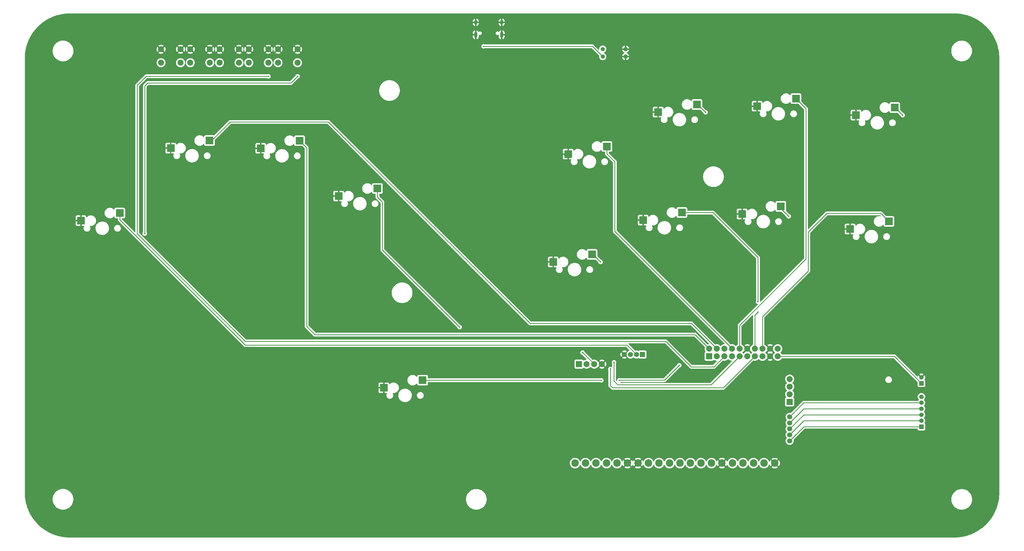
<source format=gbl>
G04 #@! TF.GenerationSoftware,KiCad,Pcbnew,7.0.5*
G04 #@! TF.CreationDate,2023-09-04T11:51:10-04:00*
G04 #@! TF.ProjectId,Hitbox Full Pcb,48697462-6f78-4204-9675-6c6c20506362,rev?*
G04 #@! TF.SameCoordinates,Original*
G04 #@! TF.FileFunction,Copper,L2,Bot*
G04 #@! TF.FilePolarity,Positive*
%FSLAX46Y46*%
G04 Gerber Fmt 4.6, Leading zero omitted, Abs format (unit mm)*
G04 Created by KiCad (PCBNEW 7.0.5) date 2023-09-04 11:51:10*
%MOMM*%
%LPD*%
G01*
G04 APERTURE LIST*
G04 #@! TA.AperFunction,SMDPad,CuDef*
%ADD10R,2.550000X2.500000*%
G04 #@! TD*
G04 #@! TA.AperFunction,ComponentPad*
%ADD11C,1.400000*%
G04 #@! TD*
G04 #@! TA.AperFunction,ComponentPad*
%ADD12O,1.400000X1.400000*%
G04 #@! TD*
G04 #@! TA.AperFunction,ComponentPad*
%ADD13C,2.000000*%
G04 #@! TD*
G04 #@! TA.AperFunction,ComponentPad*
%ADD14O,1.000000X2.100000*%
G04 #@! TD*
G04 #@! TA.AperFunction,ComponentPad*
%ADD15O,1.000000X1.600000*%
G04 #@! TD*
G04 #@! TA.AperFunction,ComponentPad*
%ADD16C,1.499997*%
G04 #@! TD*
G04 #@! TA.AperFunction,ComponentPad*
%ADD17R,1.499997X1.499997*%
G04 #@! TD*
G04 #@! TA.AperFunction,ComponentPad*
%ADD18R,2.000000X2.000000*%
G04 #@! TD*
G04 #@! TA.AperFunction,ComponentPad*
%ADD19C,1.700000*%
G04 #@! TD*
G04 #@! TA.AperFunction,ComponentPad*
%ADD20R,1.700000X1.700000*%
G04 #@! TD*
G04 #@! TA.AperFunction,ComponentPad*
%ADD21C,2.500000*%
G04 #@! TD*
G04 #@! TA.AperFunction,ViaPad*
%ADD22C,0.500000*%
G04 #@! TD*
G04 #@! TA.AperFunction,Conductor*
%ADD23C,0.250000*%
G04 #@! TD*
G04 APERTURE END LIST*
D10*
X393705000Y-75020000D03*
X406632000Y-72480000D03*
X559215000Y-60980000D03*
X572142000Y-58440000D03*
X496205000Y-76980000D03*
X509132000Y-74440000D03*
D11*
X507740000Y-44420000D03*
D12*
X515360000Y-44420000D03*
D13*
X389700000Y-41970000D03*
X396200000Y-41970000D03*
X389700000Y-46470000D03*
X396200000Y-46470000D03*
D11*
X507740000Y-41920000D03*
D12*
X515360000Y-41920000D03*
D10*
X491235000Y-113000000D03*
X504162000Y-110460000D03*
D14*
X474030000Y-37150000D03*
D15*
X474030000Y-32970000D03*
D14*
X465390000Y-37150000D03*
D15*
X465390000Y-32970000D03*
D16*
X614004198Y-151509032D03*
D17*
X614004198Y-153509028D03*
D16*
X614004198Y-158009654D03*
X614004198Y-160009650D03*
X614004198Y-162009646D03*
X614004198Y-164009642D03*
X614004198Y-166009638D03*
D17*
X614004198Y-168009634D03*
D10*
X526225000Y-62940000D03*
X539152000Y-60400000D03*
D13*
X566077049Y-144497505D03*
X566077049Y-141957505D03*
X563547049Y-144497505D03*
X563547049Y-141957505D03*
X561007049Y-144507505D03*
X561007049Y-141957505D03*
X558467049Y-144494185D03*
X558467049Y-141957505D03*
X555927049Y-144497505D03*
X555927049Y-141957505D03*
X553387049Y-144497505D03*
X553387049Y-141957505D03*
X550847049Y-144497505D03*
X550847049Y-141957505D03*
X548307049Y-144497505D03*
X548307049Y-141957505D03*
X545767049Y-144497505D03*
X545767049Y-141957505D03*
D18*
X543227049Y-144497505D03*
D13*
X543227049Y-141957505D03*
X570067049Y-152097505D03*
X570067049Y-154637505D03*
X570067049Y-157177505D03*
D18*
X570067049Y-159717505D03*
D19*
X570067049Y-164693505D03*
X570067049Y-166721505D03*
X570067049Y-168721505D03*
X570067049Y-170721505D03*
X570067049Y-172721505D03*
D20*
X520973049Y-143901505D03*
D19*
X518973049Y-143901505D03*
X516973049Y-143901505D03*
X514973049Y-143901505D03*
D13*
X507436049Y-147105505D03*
X504896049Y-147105505D03*
X502356049Y-147105505D03*
D18*
X499816049Y-147105505D03*
D21*
X565083049Y-180162505D03*
X561493049Y-180162505D03*
X557993049Y-180162505D03*
X554493049Y-180162505D03*
X550993049Y-180162505D03*
X547493049Y-180162505D03*
X543993049Y-180162505D03*
X540493049Y-180162505D03*
X536993049Y-180162505D03*
X533493049Y-180162505D03*
X529993049Y-180162505D03*
X526493049Y-180162505D03*
X522993049Y-180162505D03*
X519493049Y-180162505D03*
X515993049Y-180162505D03*
X512493049Y-180162505D03*
X508993049Y-180162505D03*
X505493049Y-180162505D03*
X501993049Y-180162505D03*
X498493049Y-180162505D03*
D13*
X379950000Y-41970000D03*
X386450000Y-41970000D03*
X379950000Y-46470000D03*
X386450000Y-46470000D03*
D10*
X590235000Y-101990000D03*
X603162000Y-99450000D03*
D13*
X399450000Y-41970000D03*
X405950000Y-41970000D03*
X399450000Y-46470000D03*
X405950000Y-46470000D03*
D10*
X419655000Y-90990000D03*
X432582000Y-88450000D03*
D13*
X370200000Y-41970000D03*
X376700000Y-41970000D03*
X370200000Y-46470000D03*
X376700000Y-46470000D03*
X360450000Y-41970000D03*
X366950000Y-41970000D03*
X360450000Y-46470000D03*
X366950000Y-46470000D03*
D10*
X592185000Y-63970000D03*
X605112000Y-61430000D03*
X521205000Y-99030000D03*
X534132000Y-96490000D03*
X434735000Y-155000000D03*
X447662000Y-152460000D03*
X363685000Y-74980000D03*
X376612000Y-72440000D03*
X554195000Y-96980000D03*
X567122000Y-94440000D03*
X333755000Y-99200000D03*
X346682000Y-96660000D03*
D22*
X466460000Y-39500000D03*
X472960000Y-39500000D03*
X460000000Y-134750000D03*
X513250000Y-152500000D03*
X507250000Y-152500000D03*
X533250000Y-147500000D03*
X542000000Y-63000000D03*
X511500000Y-146500000D03*
X607750000Y-64000000D03*
X510250000Y-148750000D03*
X507000000Y-113000000D03*
X559500000Y-129750000D03*
X559500000Y-126250000D03*
X569750000Y-97750000D03*
X396250000Y-51000000D03*
X406000000Y-51000000D03*
X355000000Y-103500000D03*
X468000000Y-41000000D03*
X501000000Y-143250000D03*
D23*
X388500000Y-140750000D02*
X515821544Y-140750000D01*
X515821544Y-140750000D02*
X518973049Y-143901505D01*
X346682000Y-96660000D02*
X346682000Y-98932000D01*
X346682000Y-98932000D02*
X388500000Y-140750000D01*
X465390000Y-38430000D02*
X465390000Y-37150000D01*
X466460000Y-39500000D02*
X465390000Y-38430000D01*
X472960000Y-39500000D02*
X474030000Y-38430000D01*
X474030000Y-38430000D02*
X474030000Y-37150000D01*
X472960000Y-39500000D02*
X466460000Y-39500000D01*
X416250000Y-66250000D02*
X483500000Y-133500000D01*
X376612000Y-72440000D02*
X377310000Y-72440000D01*
X383500000Y-66250000D02*
X416250000Y-66250000D01*
X483500000Y-133500000D02*
X537309544Y-133500000D01*
X537309544Y-133500000D02*
X545767049Y-141957505D01*
X377310000Y-72440000D02*
X383500000Y-66250000D01*
X406632000Y-72480000D02*
X409000000Y-74848000D01*
X409000000Y-134500000D02*
X411750000Y-137250000D01*
X538519544Y-137250000D02*
X543227049Y-141957505D01*
X409000000Y-74848000D02*
X409000000Y-134500000D01*
X411750000Y-137250000D02*
X538519544Y-137250000D01*
X432582000Y-88450000D02*
X432582000Y-91332000D01*
X434250000Y-93000000D02*
X434250000Y-109000000D01*
X432582000Y-91332000D02*
X434250000Y-93000000D01*
X434250000Y-109000000D02*
X460000000Y-134750000D01*
X513290000Y-152460000D02*
X528290000Y-152460000D01*
X507210000Y-152460000D02*
X507250000Y-152500000D01*
X513210000Y-152460000D02*
X513250000Y-152500000D01*
X507250000Y-152500000D02*
X507290000Y-152460000D01*
X447662000Y-152460000D02*
X507210000Y-152460000D01*
X528290000Y-152460000D02*
X533250000Y-147500000D01*
X513250000Y-152500000D02*
X513290000Y-152460000D01*
X550847049Y-141847049D02*
X511750000Y-102750000D01*
X511750000Y-79500000D02*
X509132000Y-76882000D01*
X509132000Y-76882000D02*
X509132000Y-74440000D01*
X550847049Y-141957505D02*
X550847049Y-141847049D01*
X511750000Y-102250000D02*
X511750000Y-79500000D01*
X511750000Y-102750000D02*
X511750000Y-102250000D01*
X511500000Y-152750000D02*
X512750000Y-154000000D01*
X512750000Y-154000000D02*
X543884554Y-154000000D01*
X539400000Y-60400000D02*
X542000000Y-63000000D01*
X539152000Y-60400000D02*
X539400000Y-60400000D01*
X511500000Y-146500000D02*
X511500000Y-152750000D01*
X543884554Y-154000000D02*
X553387049Y-144497505D01*
X575500000Y-112000000D02*
X553387049Y-134112951D01*
X553387049Y-134112951D02*
X553387049Y-141957505D01*
X572142000Y-58440000D02*
X575500000Y-61798000D01*
X575500000Y-61798000D02*
X575500000Y-112000000D01*
X605112000Y-61430000D02*
X605180000Y-61430000D01*
X605180000Y-61430000D02*
X607750000Y-64000000D01*
X504162000Y-110460000D02*
X504460000Y-110460000D01*
X510250000Y-154250000D02*
X511000000Y-155000000D01*
X511000000Y-155000000D02*
X547961234Y-155000000D01*
X510250000Y-148750000D02*
X510250000Y-154250000D01*
X547961234Y-155000000D02*
X558467049Y-144494185D01*
X504460000Y-110460000D02*
X507000000Y-113000000D01*
X559500000Y-111500000D02*
X544490000Y-96490000D01*
X558467049Y-130782951D02*
X559500000Y-129750000D01*
X558467049Y-141957505D02*
X558467049Y-130782951D01*
X544490000Y-96490000D02*
X534132000Y-96490000D01*
X559500000Y-126250000D02*
X559500000Y-111500000D01*
X567122000Y-94440000D02*
X567122000Y-95122000D01*
X567122000Y-95122000D02*
X569750000Y-97750000D01*
X576250000Y-116000000D02*
X561007049Y-131242951D01*
X603162000Y-99450000D02*
X600462000Y-96750000D01*
X561007049Y-131242951D02*
X561007049Y-141957505D01*
X600462000Y-96750000D02*
X582500000Y-96750000D01*
X576250000Y-103000000D02*
X576250000Y-116000000D01*
X582500000Y-96750000D02*
X576250000Y-103000000D01*
X352500000Y-103500000D02*
X388500000Y-139500000D01*
X544804554Y-148000000D02*
X548307049Y-144497505D01*
X537250000Y-148000000D02*
X544804554Y-148000000D01*
X355500000Y-51000000D02*
X352500000Y-54000000D01*
X388500000Y-139500000D02*
X528750000Y-139500000D01*
X396250000Y-51000000D02*
X355500000Y-51000000D01*
X528750000Y-139500000D02*
X537250000Y-148000000D01*
X352500000Y-54000000D02*
X352500000Y-103500000D01*
X355000000Y-55250000D02*
X355000000Y-103500000D01*
X355000000Y-54250000D02*
X355000000Y-55250000D01*
X406000000Y-51000000D02*
X403750000Y-53250000D01*
X403750000Y-53250000D02*
X356000000Y-53250000D01*
X356000000Y-53250000D02*
X355000000Y-54250000D01*
X604992675Y-144497505D02*
X614004198Y-153509028D01*
X566077049Y-144497505D02*
X604992675Y-144497505D01*
X574750904Y-160009650D02*
X570067049Y-164693505D01*
X614004198Y-160009650D02*
X574750904Y-160009650D01*
X614004198Y-162009646D02*
X574778908Y-162009646D01*
X574778908Y-162009646D02*
X570067049Y-166721505D01*
X574778912Y-164009642D02*
X570067049Y-168721505D01*
X614004198Y-164009642D02*
X574778912Y-164009642D01*
X574778916Y-166009638D02*
X570067049Y-170721505D01*
X614004198Y-166009638D02*
X574778916Y-166009638D01*
X574778920Y-168009634D02*
X570067049Y-172721505D01*
X614004198Y-168009634D02*
X574778920Y-168009634D01*
X467900000Y-41000000D02*
X468000000Y-41000000D01*
X468000000Y-41000000D02*
X504320000Y-41000000D01*
X504320000Y-41000000D02*
X507740000Y-44420000D01*
X507320000Y-41500000D02*
X507740000Y-41920000D01*
X501000000Y-143250000D02*
X501040544Y-143250000D01*
X504855505Y-147105505D02*
X504896049Y-147105505D01*
X501040544Y-143250000D02*
X504896049Y-147105505D01*
G04 #@! TA.AperFunction,Conductor*
G36*
X563022950Y-142260093D02*
G01*
X563119124Y-142385430D01*
X563244461Y-142481604D01*
X563337828Y-142520277D01*
X562676991Y-143181114D01*
X562679632Y-143223657D01*
X562679632Y-143231348D01*
X562676990Y-143273894D01*
X563337828Y-143934732D01*
X563244461Y-143973406D01*
X563119124Y-144069580D01*
X563022950Y-144194916D01*
X562984276Y-144288284D01*
X562323614Y-143627622D01*
X562305545Y-143629496D01*
X562236833Y-143616831D01*
X562199294Y-143585932D01*
X562198686Y-143586493D01*
X562190586Y-143577694D01*
X562026793Y-143399767D01*
X561937616Y-143330357D01*
X561896804Y-143273648D01*
X561893129Y-143203875D01*
X561927761Y-143143192D01*
X561937616Y-143134652D01*
X562026793Y-143065243D01*
X562195213Y-142882290D01*
X562195582Y-142881724D01*
X562195794Y-142881543D01*
X562198371Y-142878234D01*
X562199051Y-142878763D01*
X562248725Y-142836365D01*
X562312187Y-142826202D01*
X562323613Y-142827387D01*
X562984275Y-142166724D01*
X563022950Y-142260093D01*
G37*
G04 #@! TD.AperFunction*
G04 #@! TA.AperFunction,Conductor*
G36*
X564770482Y-142827386D02*
G01*
X564772544Y-142827173D01*
X564841257Y-142839836D01*
X564884898Y-142878888D01*
X564885732Y-142878240D01*
X564888879Y-142882284D01*
X564925721Y-142922305D01*
X565057305Y-143065243D01*
X565140057Y-143129652D01*
X565180870Y-143186362D01*
X565184545Y-143256135D01*
X565149913Y-143316818D01*
X565140063Y-143325353D01*
X565081449Y-143370974D01*
X565057306Y-143389766D01*
X564888886Y-143572718D01*
X564885739Y-143576763D01*
X564884803Y-143576034D01*
X564835975Y-143617687D01*
X564772547Y-143627836D01*
X564770483Y-143627621D01*
X564109821Y-144288283D01*
X564071148Y-144194917D01*
X563974974Y-144069580D01*
X563849637Y-143973406D01*
X563756267Y-143934731D01*
X564417105Y-143273894D01*
X564414464Y-143231349D01*
X564414464Y-143223657D01*
X564417105Y-143181114D01*
X563756269Y-142520278D01*
X563849637Y-142481604D01*
X563974974Y-142385430D01*
X564071148Y-142260094D01*
X564109821Y-142166725D01*
X564770482Y-142827386D01*
G37*
G04 #@! TD.AperFunction*
G04 #@! TA.AperFunction,Conductor*
G36*
X555402950Y-142260093D02*
G01*
X555499124Y-142385430D01*
X555624461Y-142481604D01*
X555717828Y-142520277D01*
X555056991Y-143181114D01*
X555058392Y-143203682D01*
X555042899Y-143271812D01*
X555010793Y-143309218D01*
X554907307Y-143389765D01*
X554748279Y-143562515D01*
X554688391Y-143598506D01*
X554618553Y-143596405D01*
X554565819Y-143562515D01*
X554483948Y-143473580D01*
X554406793Y-143389767D01*
X554324040Y-143325357D01*
X554283228Y-143268648D01*
X554279553Y-143198875D01*
X554314185Y-143138192D01*
X554324034Y-143129656D01*
X554406793Y-143065243D01*
X554575213Y-142882290D01*
X554575582Y-142881724D01*
X554575794Y-142881543D01*
X554578371Y-142878234D01*
X554579051Y-142878763D01*
X554628725Y-142836365D01*
X554692187Y-142826202D01*
X554703613Y-142827387D01*
X555364275Y-142166724D01*
X555402950Y-142260093D01*
G37*
G04 #@! TD.AperFunction*
G04 #@! TA.AperFunction,Conductor*
G36*
X557150483Y-142827387D02*
G01*
X557161910Y-142826202D01*
X557230622Y-142838865D01*
X557275141Y-142878699D01*
X557275732Y-142878240D01*
X557278267Y-142881497D01*
X557278505Y-142881710D01*
X557278880Y-142882285D01*
X557278885Y-142882290D01*
X557447305Y-143065243D01*
X557527925Y-143127992D01*
X557568737Y-143184700D01*
X557572412Y-143254473D01*
X557537781Y-143315157D01*
X557527925Y-143323697D01*
X557447306Y-143386445D01*
X557447301Y-143386450D01*
X557286749Y-143560855D01*
X557226862Y-143596846D01*
X557157024Y-143594745D01*
X557104291Y-143560855D01*
X556946793Y-143389767D01*
X556843302Y-143309217D01*
X556802491Y-143252508D01*
X556795704Y-143203681D01*
X556797105Y-143181114D01*
X556136269Y-142520278D01*
X556229637Y-142481604D01*
X556354974Y-142385430D01*
X556451148Y-142260094D01*
X556489822Y-142166725D01*
X557150483Y-142827387D01*
G37*
G04 #@! TD.AperFunction*
G04 #@! TA.AperFunction,Conductor*
G36*
X557760883Y-130726220D02*
G01*
X557816816Y-130768092D01*
X557841233Y-130833556D01*
X557841549Y-130842402D01*
X557841549Y-140515984D01*
X557821864Y-140583023D01*
X557776568Y-140625038D01*
X557643545Y-140697027D01*
X557643543Y-140697028D01*
X557447306Y-140849766D01*
X557278886Y-141032718D01*
X557278878Y-141032729D01*
X557278504Y-141033302D01*
X557278291Y-141033483D01*
X557275739Y-141036763D01*
X557275063Y-141036237D01*
X557225353Y-141078652D01*
X557161914Y-141088807D01*
X557150483Y-141087621D01*
X556489821Y-141748283D01*
X556451148Y-141654917D01*
X556354974Y-141529580D01*
X556229637Y-141433406D01*
X556136269Y-141394732D01*
X556797106Y-140733895D01*
X556797105Y-140733894D01*
X556750278Y-140697448D01*
X556531663Y-140579140D01*
X556531652Y-140579135D01*
X556296542Y-140498421D01*
X556051342Y-140457505D01*
X555802756Y-140457505D01*
X555557555Y-140498421D01*
X555322445Y-140579135D01*
X555322439Y-140579137D01*
X555103810Y-140697454D01*
X555056991Y-140733893D01*
X555056991Y-140733895D01*
X555717828Y-141394732D01*
X555624461Y-141433406D01*
X555499124Y-141529580D01*
X555402950Y-141654916D01*
X555364276Y-141748284D01*
X554703613Y-141087621D01*
X554692184Y-141088807D01*
X554623472Y-141076142D01*
X554578959Y-141036307D01*
X554578366Y-141036770D01*
X554575817Y-141033496D01*
X554575584Y-141033287D01*
X554575215Y-141032723D01*
X554575214Y-141032722D01*
X554575213Y-141032720D01*
X554406793Y-140849767D01*
X554210558Y-140697031D01*
X554210557Y-140697030D01*
X554210554Y-140697028D01*
X554210552Y-140697027D01*
X554077530Y-140625038D01*
X554027940Y-140575818D01*
X554012549Y-140515984D01*
X554012549Y-134423402D01*
X554032234Y-134356363D01*
X554048863Y-134335726D01*
X557629868Y-130754720D01*
X557691191Y-130721236D01*
X557760883Y-130726220D01*
G37*
G04 #@! TD.AperFunction*
G04 #@! TA.AperFunction,Conductor*
G36*
X625000784Y-30000519D02*
G01*
X625591870Y-30015498D01*
X625591870Y-30015521D01*
X625591968Y-30015501D01*
X625592199Y-30015507D01*
X625761046Y-30019928D01*
X625764056Y-30020082D01*
X626225799Y-30055246D01*
X626272013Y-30058882D01*
X626531324Y-30079291D01*
X626534178Y-30079585D01*
X626966680Y-30134668D01*
X627297467Y-30178217D01*
X627300218Y-30178644D01*
X627717886Y-30253504D01*
X628057441Y-30316437D01*
X628060150Y-30317002D01*
X628467332Y-30411490D01*
X628809321Y-30493595D01*
X628811893Y-30494272D01*
X629209888Y-30608152D01*
X629551042Y-30709207D01*
X629553455Y-30709976D01*
X629942698Y-30843023D01*
X630280707Y-30962719D01*
X630282956Y-30963567D01*
X630663211Y-31115459D01*
X630996318Y-31253436D01*
X630998330Y-31254315D01*
X631369250Y-31424742D01*
X631695888Y-31580541D01*
X631697891Y-31581542D01*
X632058711Y-31770018D01*
X632377772Y-31943254D01*
X632379586Y-31944280D01*
X632729742Y-32150405D01*
X633040022Y-32340545D01*
X633041723Y-32341626D01*
X633380552Y-32564933D01*
X633680885Y-32771348D01*
X633682445Y-32772456D01*
X634008714Y-33012040D01*
X634009761Y-33012826D01*
X634298737Y-33234565D01*
X634300175Y-33235702D01*
X634613658Y-33491314D01*
X634614675Y-33492163D01*
X634891914Y-33728948D01*
X634893148Y-33730032D01*
X635193166Y-34001088D01*
X635194257Y-34002099D01*
X635458768Y-34253109D01*
X635459930Y-34254242D01*
X635745756Y-34540068D01*
X635746889Y-34541230D01*
X635997899Y-34805741D01*
X635998917Y-34806840D01*
X636269959Y-35106842D01*
X636271066Y-35108102D01*
X636507813Y-35385297D01*
X636508699Y-35386358D01*
X636647007Y-35555980D01*
X636764296Y-35699823D01*
X636765433Y-35701261D01*
X636987172Y-35990237D01*
X636987958Y-35991284D01*
X637227542Y-36317553D01*
X637228664Y-36319132D01*
X637435085Y-36619476D01*
X637435430Y-36620000D01*
X637658357Y-36958252D01*
X637659453Y-36959976D01*
X637849593Y-37270256D01*
X638055709Y-37620397D01*
X638056766Y-37622266D01*
X638229977Y-37941282D01*
X638418456Y-38302107D01*
X638419462Y-38304121D01*
X638443603Y-38354733D01*
X638575294Y-38630830D01*
X638745661Y-39001618D01*
X638746583Y-39003731D01*
X638813475Y-39165222D01*
X638884543Y-39336796D01*
X639036424Y-39717023D01*
X639037292Y-39719326D01*
X639156988Y-40057337D01*
X639290012Y-40446512D01*
X639290791Y-40448956D01*
X639391850Y-40790124D01*
X639505726Y-41188105D01*
X639506405Y-41190687D01*
X639588532Y-41532765D01*
X639600511Y-41584386D01*
X639682994Y-41939841D01*
X639683561Y-41942557D01*
X639746507Y-42282183D01*
X639821346Y-42699733D01*
X639821788Y-42702579D01*
X639865358Y-43033528D01*
X639920406Y-43465755D01*
X639920712Y-43468724D01*
X639944758Y-43774264D01*
X639979914Y-44235919D01*
X639980072Y-44239005D01*
X639983144Y-44356302D01*
X639984499Y-44408048D01*
X639984520Y-44408893D01*
X639984521Y-44408924D01*
X639999480Y-44999206D01*
X639999500Y-45000777D01*
X639999500Y-189999222D01*
X639999480Y-190000785D01*
X639984543Y-190590256D01*
X639984503Y-190591819D01*
X639980072Y-190760994D01*
X639979914Y-190764079D01*
X639944758Y-191225735D01*
X639920712Y-191531274D01*
X639920406Y-191534243D01*
X639865358Y-191966470D01*
X639821788Y-192297419D01*
X639821346Y-192300265D01*
X639746507Y-192717815D01*
X639683561Y-193057441D01*
X639682994Y-193060157D01*
X639588543Y-193467187D01*
X639506405Y-193809311D01*
X639505726Y-193811893D01*
X639391850Y-194209874D01*
X639290791Y-194551042D01*
X639290012Y-194553486D01*
X639156988Y-194942661D01*
X639037292Y-195280672D01*
X639036424Y-195282975D01*
X638884543Y-195663202D01*
X638746591Y-195996250D01*
X638745648Y-195998410D01*
X638575277Y-196369208D01*
X638419462Y-196695877D01*
X638418456Y-196697891D01*
X638229977Y-197058716D01*
X638056766Y-197377732D01*
X638055709Y-197379601D01*
X637849593Y-197729742D01*
X637659453Y-198040022D01*
X637658357Y-198041746D01*
X637435085Y-198380523D01*
X637228664Y-198680866D01*
X637227542Y-198682445D01*
X636987958Y-199008714D01*
X636987172Y-199009761D01*
X636765433Y-199298737D01*
X636764296Y-199300175D01*
X636508719Y-199613616D01*
X636507813Y-199614701D01*
X636271066Y-199891896D01*
X636269926Y-199893194D01*
X635998931Y-200193143D01*
X635997899Y-200194257D01*
X635746889Y-200458768D01*
X635745756Y-200459930D01*
X635459930Y-200745756D01*
X635458768Y-200746889D01*
X635194257Y-200997899D01*
X635193143Y-200998931D01*
X634893194Y-201269926D01*
X634891896Y-201271066D01*
X634614701Y-201507813D01*
X634613616Y-201508719D01*
X634300175Y-201764296D01*
X634298737Y-201765433D01*
X634009761Y-201987172D01*
X634008714Y-201987958D01*
X633682445Y-202227542D01*
X633680866Y-202228664D01*
X633380523Y-202435085D01*
X633041746Y-202658357D01*
X633040022Y-202659453D01*
X632729742Y-202849593D01*
X632379601Y-203055709D01*
X632377732Y-203056766D01*
X632058716Y-203229977D01*
X631697891Y-203418456D01*
X631695877Y-203419462D01*
X631369208Y-203575277D01*
X630998410Y-203745648D01*
X630996250Y-203746591D01*
X630663202Y-203884543D01*
X630282975Y-204036424D01*
X630280672Y-204037292D01*
X629942661Y-204156988D01*
X629553486Y-204290012D01*
X629551042Y-204290791D01*
X629209874Y-204391850D01*
X628811893Y-204505726D01*
X628809311Y-204506405D01*
X628467187Y-204588543D01*
X628060157Y-204682994D01*
X628057441Y-204683561D01*
X627717815Y-204746507D01*
X627300265Y-204821346D01*
X627297419Y-204821788D01*
X626966470Y-204865358D01*
X626534242Y-204920406D01*
X626531273Y-204920712D01*
X626225799Y-204944752D01*
X625764079Y-204979914D01*
X625760993Y-204980072D01*
X625613622Y-204983931D01*
X625591807Y-204984502D01*
X625056892Y-204998058D01*
X625000785Y-204999480D01*
X624999222Y-204999500D01*
X330000778Y-204999500D01*
X329999214Y-204999480D01*
X329893003Y-204996788D01*
X329408924Y-204984521D01*
X329408886Y-204984520D01*
X329408360Y-204984507D01*
X329356302Y-204983144D01*
X329239005Y-204980072D01*
X329235919Y-204979914D01*
X328774199Y-204944752D01*
X328468725Y-204920712D01*
X328465756Y-204920406D01*
X328033528Y-204865358D01*
X327702579Y-204821788D01*
X327699733Y-204821346D01*
X327282183Y-204746507D01*
X326942557Y-204683561D01*
X326939841Y-204682994D01*
X326617884Y-204608284D01*
X326532765Y-204588532D01*
X326190687Y-204506405D01*
X326188105Y-204505726D01*
X325790124Y-204391850D01*
X325448956Y-204290791D01*
X325446512Y-204290012D01*
X325057337Y-204156988D01*
X324719326Y-204037292D01*
X324717023Y-204036424D01*
X324336796Y-203884543D01*
X324190848Y-203824090D01*
X324003731Y-203746583D01*
X324001618Y-203745661D01*
X323630830Y-203575294D01*
X323454979Y-203491418D01*
X323304121Y-203419462D01*
X323302107Y-203418456D01*
X322941282Y-203229977D01*
X322622266Y-203056766D01*
X322620397Y-203055709D01*
X322270256Y-202849593D01*
X321959976Y-202659453D01*
X321958252Y-202658357D01*
X321762000Y-202529016D01*
X321619476Y-202435085D01*
X321319132Y-202228664D01*
X321317553Y-202227542D01*
X320991284Y-201987958D01*
X320990237Y-201987172D01*
X320701261Y-201765433D01*
X320699823Y-201764296D01*
X320534331Y-201629355D01*
X320386358Y-201508699D01*
X320385297Y-201507813D01*
X320108102Y-201271066D01*
X320106842Y-201269959D01*
X319806840Y-200998917D01*
X319805741Y-200997899D01*
X319541230Y-200746889D01*
X319540068Y-200745756D01*
X319254242Y-200459930D01*
X319253109Y-200458768D01*
X319002099Y-200194257D01*
X319001088Y-200193166D01*
X318730031Y-199893148D01*
X318728932Y-199891896D01*
X318492185Y-199614701D01*
X318491314Y-199613658D01*
X318235702Y-199300175D01*
X318234565Y-199298737D01*
X318012826Y-199009761D01*
X318012040Y-199008714D01*
X317772456Y-198682445D01*
X317771334Y-198680866D01*
X317564933Y-198380552D01*
X317341626Y-198041723D01*
X317340545Y-198040022D01*
X317150405Y-197729742D01*
X316944289Y-197379601D01*
X316943254Y-197377772D01*
X316770011Y-197058697D01*
X316581542Y-196697891D01*
X316580536Y-196695877D01*
X316424742Y-196369250D01*
X316254315Y-195998330D01*
X316253436Y-195996318D01*
X316115455Y-195663202D01*
X315963567Y-195282956D01*
X315962719Y-195280707D01*
X315843011Y-194942661D01*
X315709976Y-194553455D01*
X315709207Y-194551042D01*
X315693225Y-194497087D01*
X315608149Y-194209874D01*
X315494272Y-193811893D01*
X315493593Y-193809311D01*
X315411490Y-193467332D01*
X315317002Y-193060150D01*
X315316437Y-193057441D01*
X315253491Y-192717815D01*
X315240841Y-192647234D01*
X315201382Y-192427082D01*
X324299500Y-192427082D01*
X324339953Y-192799047D01*
X324420386Y-193164461D01*
X324430495Y-193194462D01*
X324539858Y-193519038D01*
X324539860Y-193519043D01*
X324539862Y-193519048D01*
X324696959Y-193858608D01*
X324696966Y-193858621D01*
X324889853Y-194179205D01*
X324889857Y-194179210D01*
X324889861Y-194179216D01*
X324889864Y-194179220D01*
X324913167Y-194209874D01*
X325116296Y-194477086D01*
X325116297Y-194477087D01*
X325373608Y-194748727D01*
X325658770Y-194990947D01*
X325658774Y-194990950D01*
X325658779Y-194990954D01*
X325809830Y-195093369D01*
X325968465Y-195200926D01*
X325968469Y-195200928D01*
X326299045Y-195376189D01*
X326299049Y-195376190D01*
X326299054Y-195376193D01*
X326646635Y-195514681D01*
X326646637Y-195514682D01*
X326832247Y-195566216D01*
X327007155Y-195614779D01*
X327376387Y-195675311D01*
X327516457Y-195682905D01*
X327656526Y-195690500D01*
X327656528Y-195690500D01*
X327843474Y-195690500D01*
X327955528Y-195684424D01*
X328123613Y-195675311D01*
X328492845Y-195614779D01*
X328781328Y-195534682D01*
X328853362Y-195514682D01*
X328853364Y-195514681D01*
X328853363Y-195514681D01*
X328853368Y-195514680D01*
X329200955Y-195376189D01*
X329531531Y-195200928D01*
X329841221Y-194990954D01*
X330126392Y-194748727D01*
X330383703Y-194477087D01*
X330610136Y-194179220D01*
X330610142Y-194179209D01*
X330610146Y-194179205D01*
X330784983Y-193888621D01*
X330803036Y-193858617D01*
X330960142Y-193519038D01*
X331079613Y-193164462D01*
X331160046Y-192799049D01*
X331198325Y-192447082D01*
X462119500Y-192447082D01*
X462159953Y-192819047D01*
X462240386Y-193184461D01*
X462243756Y-193194462D01*
X462359858Y-193539038D01*
X462359860Y-193539043D01*
X462359862Y-193539048D01*
X462516959Y-193878608D01*
X462516966Y-193878621D01*
X462709853Y-194199205D01*
X462709857Y-194199210D01*
X462709861Y-194199216D01*
X462709864Y-194199220D01*
X462871773Y-194412208D01*
X462936296Y-194497086D01*
X462936297Y-194497087D01*
X463193608Y-194768727D01*
X463478770Y-195010947D01*
X463478774Y-195010950D01*
X463478779Y-195010954D01*
X463629830Y-195113369D01*
X463788465Y-195220926D01*
X463788469Y-195220928D01*
X464119045Y-195396189D01*
X464119049Y-195396190D01*
X464119054Y-195396193D01*
X464466635Y-195534681D01*
X464466637Y-195534682D01*
X464664804Y-195589702D01*
X464827155Y-195634779D01*
X465196387Y-195695311D01*
X465336457Y-195702905D01*
X465476526Y-195710500D01*
X465476528Y-195710500D01*
X465663474Y-195710500D01*
X465775528Y-195704424D01*
X465943613Y-195695311D01*
X466312845Y-195634779D01*
X466565134Y-195564730D01*
X466673362Y-195534682D01*
X466673364Y-195534681D01*
X466673363Y-195534681D01*
X466673368Y-195534680D01*
X467020955Y-195396189D01*
X467351531Y-195220928D01*
X467661221Y-195010954D01*
X467946392Y-194768727D01*
X468203703Y-194497087D01*
X468430136Y-194199220D01*
X468430142Y-194199209D01*
X468430146Y-194199205D01*
X468550055Y-193999912D01*
X468623036Y-193878617D01*
X468780142Y-193539038D01*
X468899613Y-193184462D01*
X468980046Y-192819049D01*
X469019412Y-192457082D01*
X623989500Y-192457082D01*
X624029953Y-192829047D01*
X624110386Y-193194461D01*
X624171623Y-193376203D01*
X624229858Y-193549038D01*
X624229860Y-193549043D01*
X624229862Y-193549048D01*
X624386959Y-193888608D01*
X624386966Y-193888621D01*
X624579853Y-194209205D01*
X624579857Y-194209210D01*
X624579861Y-194209216D01*
X624579864Y-194209220D01*
X624741773Y-194422208D01*
X624806296Y-194507086D01*
X624806297Y-194507087D01*
X625063608Y-194778727D01*
X625348770Y-195020947D01*
X625348774Y-195020950D01*
X625348779Y-195020954D01*
X625499830Y-195123369D01*
X625658465Y-195230926D01*
X625658469Y-195230928D01*
X625989045Y-195406189D01*
X625989049Y-195406190D01*
X625989054Y-195406193D01*
X626225236Y-195500296D01*
X626311536Y-195534681D01*
X626336635Y-195544681D01*
X626336637Y-195544682D01*
X626534804Y-195599702D01*
X626697155Y-195644779D01*
X627066387Y-195705311D01*
X627206457Y-195712905D01*
X627346526Y-195720500D01*
X627346528Y-195720500D01*
X627533474Y-195720500D01*
X627645528Y-195714424D01*
X627813613Y-195705311D01*
X628182845Y-195644779D01*
X628465803Y-195566216D01*
X628543362Y-195544682D01*
X628543364Y-195544681D01*
X628543363Y-195544681D01*
X628543368Y-195544680D01*
X628890955Y-195406189D01*
X629221531Y-195230928D01*
X629531221Y-195020954D01*
X629816392Y-194778727D01*
X630073703Y-194507087D01*
X630300136Y-194209220D01*
X630300142Y-194209209D01*
X630300146Y-194209205D01*
X630420055Y-194009912D01*
X630493036Y-193888617D01*
X630650142Y-193549038D01*
X630769613Y-193194462D01*
X630850046Y-192829049D01*
X630890500Y-192457081D01*
X630890500Y-192082919D01*
X630850046Y-191710951D01*
X630769613Y-191345538D01*
X630650142Y-190990962D01*
X630645516Y-190980962D01*
X630493040Y-190651391D01*
X630493033Y-190651378D01*
X630300146Y-190330794D01*
X630300142Y-190330789D01*
X630300139Y-190330785D01*
X630300136Y-190330780D01*
X630073703Y-190032913D01*
X629816392Y-189761273D01*
X629804618Y-189751272D01*
X629531229Y-189519052D01*
X629531223Y-189519048D01*
X629531221Y-189519046D01*
X629451901Y-189465266D01*
X629221534Y-189309073D01*
X628890963Y-189133815D01*
X628890945Y-189133806D01*
X628543364Y-188995318D01*
X628543362Y-188995317D01*
X628182853Y-188895223D01*
X628182850Y-188895222D01*
X628182846Y-188895221D01*
X628182845Y-188895221D01*
X627999852Y-188865221D01*
X627813609Y-188834688D01*
X627813610Y-188834688D01*
X627533474Y-188819500D01*
X627533472Y-188819500D01*
X627346528Y-188819500D01*
X627346526Y-188819500D01*
X627066389Y-188834688D01*
X626697149Y-188895222D01*
X626697146Y-188895223D01*
X626336637Y-188995317D01*
X626336635Y-188995318D01*
X625989054Y-189133806D01*
X625989036Y-189133815D01*
X625658465Y-189309073D01*
X625348780Y-189519045D01*
X625348770Y-189519052D01*
X625063608Y-189761272D01*
X624806297Y-190032912D01*
X624806296Y-190032913D01*
X624579857Y-190330789D01*
X624579853Y-190330794D01*
X624386966Y-190651378D01*
X624386959Y-190651391D01*
X624229862Y-190990951D01*
X624110386Y-191345538D01*
X624029953Y-191710952D01*
X623989500Y-192082917D01*
X623989500Y-192457082D01*
X469019412Y-192457082D01*
X469020500Y-192447081D01*
X469020500Y-192072919D01*
X468980046Y-191700951D01*
X468899613Y-191335538D01*
X468780142Y-190980962D01*
X468627666Y-190651391D01*
X468623040Y-190641391D01*
X468623033Y-190641378D01*
X468430146Y-190320794D01*
X468430142Y-190320789D01*
X468430139Y-190320785D01*
X468430136Y-190320780D01*
X468203703Y-190022913D01*
X467946392Y-189751273D01*
X467922845Y-189731272D01*
X467661229Y-189509052D01*
X467661223Y-189509048D01*
X467661221Y-189509046D01*
X467581901Y-189455266D01*
X467351534Y-189299073D01*
X467020963Y-189123815D01*
X467020945Y-189123806D01*
X466673364Y-188985318D01*
X466673362Y-188985317D01*
X466312853Y-188885223D01*
X466312850Y-188885222D01*
X466312846Y-188885221D01*
X466312845Y-188885221D01*
X466185931Y-188864414D01*
X465943609Y-188824688D01*
X465943610Y-188824688D01*
X465663474Y-188809500D01*
X465663472Y-188809500D01*
X465476528Y-188809500D01*
X465476526Y-188809500D01*
X465196389Y-188824688D01*
X464827149Y-188885222D01*
X464827146Y-188885223D01*
X464466637Y-188985317D01*
X464466635Y-188985318D01*
X464119054Y-189123806D01*
X464119036Y-189123815D01*
X463788465Y-189299073D01*
X463478780Y-189509045D01*
X463478770Y-189509052D01*
X463193608Y-189751272D01*
X462936297Y-190022912D01*
X462936296Y-190022913D01*
X462709857Y-190320789D01*
X462709853Y-190320794D01*
X462516966Y-190641378D01*
X462516959Y-190641391D01*
X462359862Y-190980951D01*
X462359859Y-190980959D01*
X462359858Y-190980962D01*
X462356489Y-190990962D01*
X462240386Y-191335538D01*
X462159953Y-191700952D01*
X462119500Y-192072917D01*
X462119500Y-192447082D01*
X331198325Y-192447082D01*
X331200500Y-192427081D01*
X331200500Y-192052919D01*
X331160046Y-191680951D01*
X331079613Y-191315538D01*
X330960142Y-190960962D01*
X330816919Y-190651391D01*
X330803040Y-190621391D01*
X330803033Y-190621378D01*
X330610146Y-190300794D01*
X330610142Y-190300789D01*
X330610139Y-190300785D01*
X330610136Y-190300780D01*
X330383703Y-190002913D01*
X330126392Y-189731273D01*
X330126391Y-189731272D01*
X329841229Y-189489052D01*
X329841223Y-189489048D01*
X329841221Y-189489046D01*
X329761901Y-189435266D01*
X329531534Y-189279073D01*
X329200963Y-189103815D01*
X329200945Y-189103806D01*
X328853364Y-188965318D01*
X328853362Y-188965317D01*
X328492853Y-188865223D01*
X328492850Y-188865222D01*
X328492846Y-188865221D01*
X328492845Y-188865221D01*
X328365931Y-188844414D01*
X328123609Y-188804688D01*
X328123610Y-188804688D01*
X327843474Y-188789500D01*
X327843472Y-188789500D01*
X327656528Y-188789500D01*
X327656526Y-188789500D01*
X327376389Y-188804688D01*
X327007149Y-188865222D01*
X327007146Y-188865223D01*
X326646637Y-188965317D01*
X326646635Y-188965318D01*
X326299054Y-189103806D01*
X326299036Y-189103815D01*
X325968465Y-189279073D01*
X325658780Y-189489045D01*
X325658770Y-189489052D01*
X325373608Y-189731272D01*
X325116297Y-190002912D01*
X325116296Y-190002913D01*
X324889857Y-190300789D01*
X324889853Y-190300794D01*
X324696966Y-190621378D01*
X324696959Y-190621391D01*
X324539862Y-190960951D01*
X324539859Y-190960959D01*
X324539858Y-190960962D01*
X324529750Y-190990962D01*
X324420386Y-191315538D01*
X324339953Y-191680952D01*
X324299500Y-192052917D01*
X324299500Y-192427082D01*
X315201382Y-192427082D01*
X315178644Y-192300218D01*
X315178217Y-192297467D01*
X315134668Y-191966680D01*
X315079585Y-191534178D01*
X315079291Y-191531324D01*
X315055241Y-191225735D01*
X315037362Y-190990962D01*
X315020082Y-190764056D01*
X315019928Y-190761046D01*
X315015497Y-190591819D01*
X315000519Y-190000785D01*
X315000500Y-189999222D01*
X315000500Y-180162509D01*
X496737641Y-180162509D01*
X496757245Y-180424125D01*
X496757246Y-180424130D01*
X496815625Y-180679907D01*
X496815627Y-180679916D01*
X496815629Y-180679921D01*
X496911481Y-180924148D01*
X497042663Y-181151362D01*
X497174785Y-181317038D01*
X497206247Y-181356490D01*
X497387802Y-181524946D01*
X497398570Y-181534938D01*
X497615345Y-181682733D01*
X497615350Y-181682735D01*
X497615351Y-181682736D01*
X497615352Y-181682737D01*
X497740892Y-181743193D01*
X497851722Y-181796566D01*
X497851723Y-181796566D01*
X497851726Y-181796568D01*
X498102434Y-181873901D01*
X498361867Y-181913005D01*
X498624231Y-181913005D01*
X498883664Y-181873901D01*
X499134372Y-181796568D01*
X499370753Y-181682733D01*
X499587528Y-181534938D01*
X499779854Y-181356486D01*
X499943435Y-181151362D01*
X500074617Y-180924148D01*
X500127621Y-180789094D01*
X500170436Y-180733881D01*
X500236306Y-180710580D01*
X500304317Y-180726591D01*
X500352876Y-180776828D01*
X500358474Y-180789089D01*
X500411481Y-180924148D01*
X500542663Y-181151362D01*
X500674785Y-181317038D01*
X500706247Y-181356490D01*
X500887802Y-181524946D01*
X500898570Y-181534938D01*
X501115345Y-181682733D01*
X501115350Y-181682735D01*
X501115351Y-181682736D01*
X501115352Y-181682737D01*
X501240892Y-181743193D01*
X501351722Y-181796566D01*
X501351723Y-181796566D01*
X501351726Y-181796568D01*
X501602434Y-181873901D01*
X501861867Y-181913005D01*
X502124231Y-181913005D01*
X502383664Y-181873901D01*
X502634372Y-181796568D01*
X502870753Y-181682733D01*
X503087528Y-181534938D01*
X503279854Y-181356486D01*
X503443435Y-181151362D01*
X503574617Y-180924148D01*
X503627621Y-180789094D01*
X503670436Y-180733881D01*
X503736306Y-180710580D01*
X503804317Y-180726591D01*
X503852876Y-180776828D01*
X503858474Y-180789089D01*
X503911481Y-180924148D01*
X504042663Y-181151362D01*
X504174785Y-181317038D01*
X504206247Y-181356490D01*
X504387802Y-181524946D01*
X504398570Y-181534938D01*
X504615345Y-181682733D01*
X504615350Y-181682735D01*
X504615351Y-181682736D01*
X504615352Y-181682737D01*
X504740892Y-181743193D01*
X504851722Y-181796566D01*
X504851723Y-181796566D01*
X504851726Y-181796568D01*
X505102434Y-181873901D01*
X505361867Y-181913005D01*
X505624231Y-181913005D01*
X505883664Y-181873901D01*
X506134372Y-181796568D01*
X506370753Y-181682733D01*
X506587528Y-181534938D01*
X506779854Y-181356486D01*
X506943435Y-181151362D01*
X507074617Y-180924148D01*
X507127623Y-180789090D01*
X507170435Y-180733882D01*
X507236305Y-180710580D01*
X507304315Y-180726590D01*
X507352874Y-180776828D01*
X507358476Y-180789094D01*
X507385858Y-180858861D01*
X507411481Y-180924148D01*
X507542663Y-181151362D01*
X507674785Y-181317038D01*
X507706247Y-181356490D01*
X507887802Y-181524946D01*
X507898570Y-181534938D01*
X508115345Y-181682733D01*
X508115350Y-181682735D01*
X508115351Y-181682736D01*
X508115352Y-181682737D01*
X508240892Y-181743193D01*
X508351722Y-181796566D01*
X508351723Y-181796566D01*
X508351726Y-181796568D01*
X508602434Y-181873901D01*
X508861867Y-181913005D01*
X509124231Y-181913005D01*
X509383664Y-181873901D01*
X509634372Y-181796568D01*
X509870753Y-181682733D01*
X510087528Y-181534938D01*
X510279854Y-181356486D01*
X510443435Y-181151362D01*
X510574617Y-180924148D01*
X510627621Y-180789094D01*
X510670436Y-180733881D01*
X510736306Y-180710580D01*
X510804317Y-180726591D01*
X510852876Y-180776828D01*
X510858474Y-180789089D01*
X510911481Y-180924148D01*
X511042663Y-181151362D01*
X511174785Y-181317038D01*
X511206247Y-181356490D01*
X511387802Y-181524946D01*
X511398570Y-181534938D01*
X511615345Y-181682733D01*
X511615350Y-181682735D01*
X511615351Y-181682736D01*
X511615352Y-181682737D01*
X511740892Y-181743193D01*
X511851722Y-181796566D01*
X511851723Y-181796566D01*
X511851726Y-181796568D01*
X512102434Y-181873901D01*
X512361867Y-181913005D01*
X512624231Y-181913005D01*
X512883664Y-181873901D01*
X513134372Y-181796568D01*
X513370753Y-181682733D01*
X513587528Y-181534938D01*
X513779854Y-181356486D01*
X513943435Y-181151362D01*
X514074617Y-180924148D01*
X514127889Y-180788410D01*
X514170704Y-180733198D01*
X514236574Y-180709897D01*
X514304585Y-180725908D01*
X514353143Y-180776145D01*
X514358745Y-180788412D01*
X514411932Y-180923931D01*
X514543079Y-181151082D01*
X514590922Y-181211076D01*
X515315852Y-180486146D01*
X515339108Y-180540058D01*
X515443805Y-180680690D01*
X515578111Y-180793387D01*
X515669714Y-180839391D01*
X514943880Y-181565225D01*
X515115595Y-181682298D01*
X515115599Y-181682300D01*
X515351903Y-181796099D01*
X515351907Y-181796100D01*
X515602543Y-181873412D01*
X515602549Y-181873414D01*
X515861897Y-181912504D01*
X515861906Y-181912505D01*
X516124192Y-181912505D01*
X516124200Y-181912504D01*
X516383548Y-181873414D01*
X516383554Y-181873412D01*
X516634192Y-181796100D01*
X516870494Y-181682303D01*
X516870505Y-181682296D01*
X517042216Y-181565225D01*
X516318995Y-180842003D01*
X516331940Y-180837292D01*
X516478422Y-180740950D01*
X516598737Y-180613423D01*
X516671496Y-180487399D01*
X517395173Y-181211076D01*
X517443023Y-181151075D01*
X517574165Y-180923931D01*
X517627621Y-180787729D01*
X517670436Y-180732515D01*
X517736306Y-180709214D01*
X517804317Y-180725225D01*
X517852876Y-180775462D01*
X517858477Y-180787729D01*
X517911932Y-180923931D01*
X518043079Y-181151082D01*
X518090922Y-181211076D01*
X518090923Y-181211076D01*
X518815852Y-180486146D01*
X518839108Y-180540058D01*
X518943805Y-180680690D01*
X519078111Y-180793387D01*
X519169714Y-180839391D01*
X518443880Y-181565225D01*
X518615595Y-181682298D01*
X518615599Y-181682300D01*
X518851903Y-181796099D01*
X518851907Y-181796100D01*
X519102543Y-181873412D01*
X519102549Y-181873414D01*
X519361897Y-181912504D01*
X519361906Y-181912505D01*
X519624192Y-181912505D01*
X519624200Y-181912504D01*
X519883548Y-181873414D01*
X519883554Y-181873412D01*
X520134192Y-181796100D01*
X520370494Y-181682303D01*
X520370505Y-181682296D01*
X520542216Y-181565225D01*
X519818995Y-180842003D01*
X519831940Y-180837292D01*
X519978422Y-180740950D01*
X520098737Y-180613423D01*
X520171496Y-180487399D01*
X520895173Y-181211076D01*
X520943023Y-181151075D01*
X521074163Y-180923935D01*
X521127351Y-180788413D01*
X521170167Y-180733199D01*
X521236037Y-180709897D01*
X521304047Y-180725907D01*
X521352606Y-180776145D01*
X521358208Y-180788411D01*
X521358477Y-180789096D01*
X521411481Y-180924148D01*
X521542663Y-181151362D01*
X521674785Y-181317038D01*
X521706247Y-181356490D01*
X521887802Y-181524946D01*
X521898570Y-181534938D01*
X522115345Y-181682733D01*
X522115350Y-181682735D01*
X522115351Y-181682736D01*
X522115352Y-181682737D01*
X522240892Y-181743193D01*
X522351722Y-181796566D01*
X522351723Y-181796566D01*
X522351726Y-181796568D01*
X522602434Y-181873901D01*
X522861867Y-181913005D01*
X523124231Y-181913005D01*
X523383664Y-181873901D01*
X523634372Y-181796568D01*
X523870753Y-181682733D01*
X524087528Y-181534938D01*
X524279854Y-181356486D01*
X524443435Y-181151362D01*
X524574617Y-180924148D01*
X524627621Y-180789094D01*
X524670436Y-180733881D01*
X524736306Y-180710580D01*
X524804317Y-180726591D01*
X524852876Y-180776828D01*
X524858474Y-180789089D01*
X524911481Y-180924148D01*
X525042663Y-181151362D01*
X525174785Y-181317038D01*
X525206247Y-181356490D01*
X525387802Y-181524946D01*
X525398570Y-181534938D01*
X525615345Y-181682733D01*
X525615350Y-181682735D01*
X525615351Y-181682736D01*
X525615352Y-181682737D01*
X525740892Y-181743193D01*
X525851722Y-181796566D01*
X525851723Y-181796566D01*
X525851726Y-181796568D01*
X526102434Y-181873901D01*
X526361867Y-181913005D01*
X526624231Y-181913005D01*
X526883664Y-181873901D01*
X527134372Y-181796568D01*
X527370753Y-181682733D01*
X527587528Y-181534938D01*
X527779854Y-181356486D01*
X527943435Y-181151362D01*
X528074617Y-180924148D01*
X528127623Y-180789090D01*
X528170435Y-180733882D01*
X528236305Y-180710580D01*
X528304315Y-180726590D01*
X528352874Y-180776828D01*
X528358476Y-180789094D01*
X528385858Y-180858861D01*
X528411481Y-180924148D01*
X528542663Y-181151362D01*
X528674785Y-181317038D01*
X528706247Y-181356490D01*
X528887802Y-181524946D01*
X528898570Y-181534938D01*
X529115345Y-181682733D01*
X529115350Y-181682735D01*
X529115351Y-181682736D01*
X529115352Y-181682737D01*
X529240892Y-181743193D01*
X529351722Y-181796566D01*
X529351723Y-181796566D01*
X529351726Y-181796568D01*
X529602434Y-181873901D01*
X529861867Y-181913005D01*
X530124231Y-181913005D01*
X530383664Y-181873901D01*
X530634372Y-181796568D01*
X530870753Y-181682733D01*
X531087528Y-181534938D01*
X531279854Y-181356486D01*
X531443435Y-181151362D01*
X531574617Y-180924148D01*
X531627621Y-180789094D01*
X531670436Y-180733881D01*
X531736306Y-180710580D01*
X531804317Y-180726591D01*
X531852876Y-180776828D01*
X531858474Y-180789089D01*
X531911481Y-180924148D01*
X532042663Y-181151362D01*
X532174785Y-181317038D01*
X532206247Y-181356490D01*
X532387802Y-181524946D01*
X532398570Y-181534938D01*
X532615345Y-181682733D01*
X532615350Y-181682735D01*
X532615351Y-181682736D01*
X532615352Y-181682737D01*
X532740892Y-181743193D01*
X532851722Y-181796566D01*
X532851723Y-181796566D01*
X532851726Y-181796568D01*
X533102434Y-181873901D01*
X533361867Y-181913005D01*
X533624231Y-181913005D01*
X533883664Y-181873901D01*
X534134372Y-181796568D01*
X534370753Y-181682733D01*
X534587528Y-181534938D01*
X534779854Y-181356486D01*
X534943435Y-181151362D01*
X535074617Y-180924148D01*
X535127621Y-180789094D01*
X535170436Y-180733881D01*
X535236306Y-180710580D01*
X535304317Y-180726591D01*
X535352876Y-180776828D01*
X535358474Y-180789089D01*
X535411481Y-180924148D01*
X535542663Y-181151362D01*
X535674785Y-181317038D01*
X535706247Y-181356490D01*
X535887802Y-181524946D01*
X535898570Y-181534938D01*
X536115345Y-181682733D01*
X536115350Y-181682735D01*
X536115351Y-181682736D01*
X536115352Y-181682737D01*
X536240892Y-181743193D01*
X536351722Y-181796566D01*
X536351723Y-181796566D01*
X536351726Y-181796568D01*
X536602434Y-181873901D01*
X536861867Y-181913005D01*
X537124231Y-181913005D01*
X537383664Y-181873901D01*
X537634372Y-181796568D01*
X537870753Y-181682733D01*
X538087528Y-181534938D01*
X538279854Y-181356486D01*
X538443435Y-181151362D01*
X538574617Y-180924148D01*
X538627621Y-180789094D01*
X538670436Y-180733881D01*
X538736306Y-180710580D01*
X538804317Y-180726591D01*
X538852876Y-180776828D01*
X538858474Y-180789089D01*
X538911481Y-180924148D01*
X539042663Y-181151362D01*
X539174785Y-181317038D01*
X539206247Y-181356490D01*
X539387802Y-181524946D01*
X539398570Y-181534938D01*
X539615345Y-181682733D01*
X539615350Y-181682735D01*
X539615351Y-181682736D01*
X539615352Y-181682737D01*
X539740892Y-181743193D01*
X539851722Y-181796566D01*
X539851723Y-181796566D01*
X539851726Y-181796568D01*
X540102434Y-181873901D01*
X540361867Y-181913005D01*
X540624231Y-181913005D01*
X540883664Y-181873901D01*
X541134372Y-181796568D01*
X541370753Y-181682733D01*
X541587528Y-181534938D01*
X541779854Y-181356486D01*
X541943435Y-181151362D01*
X542074617Y-180924148D01*
X542127621Y-180789094D01*
X542170436Y-180733881D01*
X542236306Y-180710580D01*
X542304317Y-180726591D01*
X542352876Y-180776828D01*
X542358474Y-180789089D01*
X542411481Y-180924148D01*
X542542663Y-181151362D01*
X542674785Y-181317038D01*
X542706247Y-181356490D01*
X542887802Y-181524946D01*
X542898570Y-181534938D01*
X543115345Y-181682733D01*
X543115350Y-181682735D01*
X543115351Y-181682736D01*
X543115352Y-181682737D01*
X543240892Y-181743193D01*
X543351722Y-181796566D01*
X543351723Y-181796566D01*
X543351726Y-181796568D01*
X543602434Y-181873901D01*
X543861867Y-181913005D01*
X544124231Y-181913005D01*
X544383664Y-181873901D01*
X544634372Y-181796568D01*
X544870753Y-181682733D01*
X545087528Y-181534938D01*
X545279854Y-181356486D01*
X545443435Y-181151362D01*
X545574617Y-180924148D01*
X545627889Y-180788410D01*
X545670704Y-180733198D01*
X545736574Y-180709897D01*
X545804585Y-180725908D01*
X545853143Y-180776145D01*
X545858745Y-180788412D01*
X545911932Y-180923931D01*
X546043079Y-181151082D01*
X546090922Y-181211076D01*
X546090923Y-181211076D01*
X546815852Y-180486146D01*
X546839108Y-180540058D01*
X546943805Y-180680690D01*
X547078111Y-180793387D01*
X547169714Y-180839391D01*
X546443880Y-181565225D01*
X546615595Y-181682298D01*
X546615599Y-181682300D01*
X546851903Y-181796099D01*
X546851907Y-181796100D01*
X547102543Y-181873412D01*
X547102549Y-181873414D01*
X547361897Y-181912504D01*
X547361906Y-181912505D01*
X547624192Y-181912505D01*
X547624200Y-181912504D01*
X547883548Y-181873414D01*
X547883554Y-181873412D01*
X548134192Y-181796100D01*
X548370494Y-181682303D01*
X548370505Y-181682296D01*
X548542216Y-181565225D01*
X547818995Y-180842003D01*
X547831940Y-180837292D01*
X547978422Y-180740950D01*
X548098737Y-180613423D01*
X548171496Y-180487399D01*
X548895173Y-181211076D01*
X548943023Y-181151075D01*
X549074163Y-180923935D01*
X549127351Y-180788413D01*
X549170167Y-180733199D01*
X549236037Y-180709897D01*
X549304047Y-180725907D01*
X549352606Y-180776145D01*
X549358208Y-180788411D01*
X549358477Y-180789096D01*
X549411481Y-180924148D01*
X549542663Y-181151362D01*
X549674785Y-181317038D01*
X549706247Y-181356490D01*
X549887802Y-181524946D01*
X549898570Y-181534938D01*
X550115345Y-181682733D01*
X550115350Y-181682735D01*
X550115351Y-181682736D01*
X550115352Y-181682737D01*
X550240892Y-181743193D01*
X550351722Y-181796566D01*
X550351723Y-181796566D01*
X550351726Y-181796568D01*
X550602434Y-181873901D01*
X550861867Y-181913005D01*
X551124231Y-181913005D01*
X551383664Y-181873901D01*
X551634372Y-181796568D01*
X551870753Y-181682733D01*
X552087528Y-181534938D01*
X552279854Y-181356486D01*
X552443435Y-181151362D01*
X552574617Y-180924148D01*
X552627621Y-180789094D01*
X552670436Y-180733881D01*
X552736306Y-180710580D01*
X552804317Y-180726591D01*
X552852876Y-180776828D01*
X552858474Y-180789089D01*
X552911481Y-180924148D01*
X553042663Y-181151362D01*
X553174785Y-181317038D01*
X553206247Y-181356490D01*
X553387802Y-181524946D01*
X553398570Y-181534938D01*
X553615345Y-181682733D01*
X553615350Y-181682735D01*
X553615351Y-181682736D01*
X553615352Y-181682737D01*
X553740892Y-181743193D01*
X553851722Y-181796566D01*
X553851723Y-181796566D01*
X553851726Y-181796568D01*
X554102434Y-181873901D01*
X554361867Y-181913005D01*
X554624231Y-181913005D01*
X554883664Y-181873901D01*
X555134372Y-181796568D01*
X555370753Y-181682733D01*
X555587528Y-181534938D01*
X555779854Y-181356486D01*
X555943435Y-181151362D01*
X556074617Y-180924148D01*
X556127621Y-180789094D01*
X556170436Y-180733881D01*
X556236306Y-180710580D01*
X556304317Y-180726591D01*
X556352876Y-180776828D01*
X556358474Y-180789089D01*
X556411481Y-180924148D01*
X556542663Y-181151362D01*
X556674785Y-181317038D01*
X556706247Y-181356490D01*
X556887802Y-181524946D01*
X556898570Y-181534938D01*
X557115345Y-181682733D01*
X557115350Y-181682735D01*
X557115351Y-181682736D01*
X557115352Y-181682737D01*
X557240892Y-181743193D01*
X557351722Y-181796566D01*
X557351723Y-181796566D01*
X557351726Y-181796568D01*
X557602434Y-181873901D01*
X557861867Y-181913005D01*
X558124231Y-181913005D01*
X558383664Y-181873901D01*
X558634372Y-181796568D01*
X558870753Y-181682733D01*
X559087528Y-181534938D01*
X559279854Y-181356486D01*
X559443435Y-181151362D01*
X559574617Y-180924148D01*
X559627621Y-180789094D01*
X559670436Y-180733881D01*
X559736306Y-180710580D01*
X559804317Y-180726591D01*
X559852876Y-180776828D01*
X559858474Y-180789089D01*
X559911481Y-180924148D01*
X560042663Y-181151362D01*
X560174785Y-181317038D01*
X560206247Y-181356490D01*
X560387802Y-181524946D01*
X560398570Y-181534938D01*
X560615345Y-181682733D01*
X560615350Y-181682735D01*
X560615351Y-181682736D01*
X560615352Y-181682737D01*
X560740892Y-181743193D01*
X560851722Y-181796566D01*
X560851723Y-181796566D01*
X560851726Y-181796568D01*
X561102434Y-181873901D01*
X561361867Y-181913005D01*
X561624231Y-181913005D01*
X561883664Y-181873901D01*
X562134372Y-181796568D01*
X562370753Y-181682733D01*
X562587528Y-181534938D01*
X562779854Y-181356486D01*
X562943435Y-181151362D01*
X563074617Y-180924148D01*
X563170469Y-180679921D01*
X563170469Y-180679920D01*
X563172164Y-180675602D01*
X563173687Y-180676199D01*
X563208351Y-180623796D01*
X563272285Y-180595613D01*
X563341306Y-180606468D01*
X563393501Y-180652916D01*
X563403895Y-180675656D01*
X563404412Y-180675454D01*
X563501932Y-180923931D01*
X563501931Y-180923931D01*
X563633079Y-181151082D01*
X563680922Y-181211076D01*
X563680923Y-181211076D01*
X564405852Y-180486146D01*
X564429108Y-180540058D01*
X564533805Y-180680690D01*
X564668111Y-180793387D01*
X564759714Y-180839391D01*
X564033880Y-181565225D01*
X564205595Y-181682298D01*
X564205599Y-181682300D01*
X564441903Y-181796099D01*
X564441907Y-181796100D01*
X564692543Y-181873412D01*
X564692549Y-181873414D01*
X564951897Y-181912504D01*
X564951906Y-181912505D01*
X565214192Y-181912505D01*
X565214200Y-181912504D01*
X565473548Y-181873414D01*
X565473554Y-181873412D01*
X565724192Y-181796100D01*
X565960494Y-181682303D01*
X565960505Y-181682296D01*
X566132216Y-181565225D01*
X565408995Y-180842003D01*
X565421940Y-180837292D01*
X565568422Y-180740950D01*
X565688737Y-180613423D01*
X565761496Y-180487399D01*
X566485173Y-181211076D01*
X566533023Y-181151075D01*
X566664165Y-180923931D01*
X566759990Y-180679775D01*
X566818355Y-180424055D01*
X566818356Y-180424050D01*
X566837956Y-180162509D01*
X566837956Y-180162500D01*
X566818356Y-179900959D01*
X566818355Y-179900954D01*
X566759990Y-179645234D01*
X566664165Y-179401078D01*
X566664166Y-179401078D01*
X566533020Y-179173931D01*
X566485174Y-179113932D01*
X565760244Y-179838861D01*
X565736990Y-179784952D01*
X565632293Y-179644320D01*
X565497987Y-179531623D01*
X565406382Y-179485617D01*
X566132216Y-178759783D01*
X565960496Y-178642707D01*
X565960494Y-178642706D01*
X565724191Y-178528909D01*
X565724193Y-178528909D01*
X565473554Y-178451597D01*
X565473548Y-178451595D01*
X565214200Y-178412505D01*
X564951897Y-178412505D01*
X564692549Y-178451595D01*
X564692543Y-178451597D01*
X564441907Y-178528909D01*
X564441903Y-178528910D01*
X564205599Y-178642709D01*
X564205595Y-178642711D01*
X564033881Y-178759783D01*
X564757104Y-179483006D01*
X564744158Y-179487718D01*
X564597676Y-179584060D01*
X564477361Y-179711587D01*
X564404601Y-179837610D01*
X563680922Y-179113932D01*
X563633078Y-179173928D01*
X563501932Y-179401078D01*
X563404412Y-179649556D01*
X563402866Y-179648949D01*
X563368193Y-179701276D01*
X563304238Y-179729409D01*
X563235225Y-179718498D01*
X563183067Y-179672009D01*
X563172664Y-179649211D01*
X563172164Y-179649408D01*
X563108705Y-179487718D01*
X563074617Y-179400862D01*
X562943435Y-179173648D01*
X562779854Y-178968524D01*
X562779853Y-178968523D01*
X562779850Y-178968519D01*
X562587528Y-178790072D01*
X562543102Y-178759783D01*
X562370753Y-178642277D01*
X562370749Y-178642275D01*
X562370746Y-178642273D01*
X562370745Y-178642272D01*
X562134374Y-178528443D01*
X562134376Y-178528443D01*
X561883672Y-178451111D01*
X561883668Y-178451110D01*
X561883664Y-178451109D01*
X561758872Y-178432299D01*
X561624236Y-178412005D01*
X561624231Y-178412005D01*
X561361867Y-178412005D01*
X561361861Y-178412005D01*
X561200296Y-178436358D01*
X561102434Y-178451109D01*
X561102430Y-178451110D01*
X561102431Y-178451110D01*
X561102425Y-178451111D01*
X560851722Y-178528443D01*
X560615352Y-178642272D01*
X560615351Y-178642273D01*
X560615345Y-178642276D01*
X560615345Y-178642277D01*
X560589888Y-178659633D01*
X560398569Y-178790072D01*
X560206247Y-178968519D01*
X560042663Y-179173648D01*
X559911481Y-179400861D01*
X559858477Y-179535914D01*
X559815661Y-179591128D01*
X559749791Y-179614429D01*
X559681781Y-179598418D01*
X559633222Y-179548180D01*
X559627621Y-179535914D01*
X559595055Y-179452937D01*
X559574617Y-179400862D01*
X559443435Y-179173648D01*
X559279854Y-178968524D01*
X559279853Y-178968523D01*
X559279850Y-178968519D01*
X559087528Y-178790072D01*
X559043102Y-178759783D01*
X558870753Y-178642277D01*
X558870749Y-178642275D01*
X558870746Y-178642273D01*
X558870745Y-178642272D01*
X558634374Y-178528443D01*
X558634376Y-178528443D01*
X558383672Y-178451111D01*
X558383668Y-178451110D01*
X558383664Y-178451109D01*
X558258872Y-178432299D01*
X558124236Y-178412005D01*
X558124231Y-178412005D01*
X557861867Y-178412005D01*
X557861861Y-178412005D01*
X557700296Y-178436358D01*
X557602434Y-178451109D01*
X557602430Y-178451110D01*
X557602431Y-178451110D01*
X557602425Y-178451111D01*
X557351722Y-178528443D01*
X557115352Y-178642272D01*
X557115351Y-178642273D01*
X557115345Y-178642276D01*
X557115345Y-178642277D01*
X557089888Y-178659633D01*
X556898569Y-178790072D01*
X556706247Y-178968519D01*
X556542663Y-179173648D01*
X556411481Y-179400861D01*
X556358477Y-179535914D01*
X556315661Y-179591128D01*
X556249791Y-179614429D01*
X556181781Y-179598418D01*
X556133222Y-179548180D01*
X556127621Y-179535914D01*
X556095055Y-179452937D01*
X556074617Y-179400862D01*
X555943435Y-179173648D01*
X555779854Y-178968524D01*
X555779853Y-178968523D01*
X555779850Y-178968519D01*
X555587528Y-178790072D01*
X555543102Y-178759783D01*
X555370753Y-178642277D01*
X555370749Y-178642275D01*
X555370746Y-178642273D01*
X555370745Y-178642272D01*
X555134374Y-178528443D01*
X555134376Y-178528443D01*
X554883672Y-178451111D01*
X554883668Y-178451110D01*
X554883664Y-178451109D01*
X554758872Y-178432299D01*
X554624236Y-178412005D01*
X554624231Y-178412005D01*
X554361867Y-178412005D01*
X554361861Y-178412005D01*
X554200296Y-178436358D01*
X554102434Y-178451109D01*
X554102430Y-178451110D01*
X554102431Y-178451110D01*
X554102425Y-178451111D01*
X553851722Y-178528443D01*
X553615352Y-178642272D01*
X553615351Y-178642273D01*
X553615345Y-178642276D01*
X553615345Y-178642277D01*
X553589888Y-178659633D01*
X553398569Y-178790072D01*
X553206247Y-178968519D01*
X553042663Y-179173648D01*
X552911481Y-179400861D01*
X552858477Y-179535914D01*
X552815661Y-179591128D01*
X552749791Y-179614429D01*
X552681781Y-179598418D01*
X552633222Y-179548180D01*
X552627621Y-179535914D01*
X552595055Y-179452937D01*
X552574617Y-179400862D01*
X552443435Y-179173648D01*
X552279854Y-178968524D01*
X552279853Y-178968523D01*
X552279850Y-178968519D01*
X552087528Y-178790072D01*
X552043102Y-178759783D01*
X551870753Y-178642277D01*
X551870749Y-178642275D01*
X551870746Y-178642273D01*
X551870745Y-178642272D01*
X551634374Y-178528443D01*
X551634376Y-178528443D01*
X551383672Y-178451111D01*
X551383668Y-178451110D01*
X551383664Y-178451109D01*
X551258872Y-178432299D01*
X551124236Y-178412005D01*
X551124231Y-178412005D01*
X550861867Y-178412005D01*
X550861861Y-178412005D01*
X550700296Y-178436358D01*
X550602434Y-178451109D01*
X550602430Y-178451110D01*
X550602431Y-178451110D01*
X550602425Y-178451111D01*
X550351722Y-178528443D01*
X550115352Y-178642272D01*
X550115351Y-178642273D01*
X550115345Y-178642276D01*
X550115345Y-178642277D01*
X550089888Y-178659633D01*
X549898569Y-178790072D01*
X549706247Y-178968519D01*
X549542663Y-179173648D01*
X549411482Y-179400859D01*
X549358208Y-179536598D01*
X549315392Y-179591811D01*
X549249522Y-179615112D01*
X549181511Y-179599101D01*
X549132953Y-179548863D01*
X549127351Y-179536597D01*
X549074162Y-179401072D01*
X548943020Y-179173931D01*
X548895174Y-179113932D01*
X548170244Y-179838861D01*
X548146990Y-179784952D01*
X548042293Y-179644320D01*
X547907987Y-179531623D01*
X547816382Y-179485617D01*
X548542216Y-178759783D01*
X548370496Y-178642707D01*
X548370494Y-178642706D01*
X548134191Y-178528909D01*
X548134193Y-178528909D01*
X547883554Y-178451597D01*
X547883548Y-178451595D01*
X547624200Y-178412505D01*
X547361897Y-178412505D01*
X547102549Y-178451595D01*
X547102543Y-178451597D01*
X546851907Y-178528909D01*
X546851903Y-178528910D01*
X546615599Y-178642709D01*
X546615595Y-178642711D01*
X546443881Y-178759783D01*
X547167104Y-179483006D01*
X547154158Y-179487718D01*
X547007676Y-179584060D01*
X546887361Y-179711587D01*
X546814601Y-179837611D01*
X546090922Y-179113932D01*
X546043078Y-179173928D01*
X545911932Y-179401078D01*
X545858745Y-179536597D01*
X545815929Y-179591811D01*
X545750059Y-179615112D01*
X545682049Y-179599101D01*
X545633490Y-179548863D01*
X545627889Y-179536597D01*
X545595055Y-179452937D01*
X545574617Y-179400862D01*
X545443435Y-179173648D01*
X545279854Y-178968524D01*
X545279853Y-178968523D01*
X545279850Y-178968519D01*
X545087528Y-178790072D01*
X545043102Y-178759783D01*
X544870753Y-178642277D01*
X544870749Y-178642275D01*
X544870746Y-178642273D01*
X544870745Y-178642272D01*
X544634374Y-178528443D01*
X544634376Y-178528443D01*
X544383672Y-178451111D01*
X544383668Y-178451110D01*
X544383664Y-178451109D01*
X544258872Y-178432299D01*
X544124236Y-178412005D01*
X544124231Y-178412005D01*
X543861867Y-178412005D01*
X543861861Y-178412005D01*
X543700296Y-178436358D01*
X543602434Y-178451109D01*
X543602430Y-178451110D01*
X543602431Y-178451110D01*
X543602425Y-178451111D01*
X543351722Y-178528443D01*
X543115352Y-178642272D01*
X543115351Y-178642273D01*
X543115345Y-178642276D01*
X543115345Y-178642277D01*
X543089888Y-178659633D01*
X542898569Y-178790072D01*
X542706247Y-178968519D01*
X542542663Y-179173648D01*
X542411481Y-179400861D01*
X542358477Y-179535914D01*
X542315661Y-179591128D01*
X542249791Y-179614429D01*
X542181781Y-179598418D01*
X542133222Y-179548180D01*
X542127621Y-179535914D01*
X542095055Y-179452937D01*
X542074617Y-179400862D01*
X541943435Y-179173648D01*
X541779854Y-178968524D01*
X541779853Y-178968523D01*
X541779850Y-178968519D01*
X541587528Y-178790072D01*
X541543102Y-178759783D01*
X541370753Y-178642277D01*
X541370749Y-178642275D01*
X541370746Y-178642273D01*
X541370745Y-178642272D01*
X541134374Y-178528443D01*
X541134376Y-178528443D01*
X540883672Y-178451111D01*
X540883668Y-178451110D01*
X540883664Y-178451109D01*
X540758872Y-178432299D01*
X540624236Y-178412005D01*
X540624231Y-178412005D01*
X540361867Y-178412005D01*
X540361861Y-178412005D01*
X540200296Y-178436358D01*
X540102434Y-178451109D01*
X540102430Y-178451110D01*
X540102431Y-178451110D01*
X540102425Y-178451111D01*
X539851722Y-178528443D01*
X539615352Y-178642272D01*
X539615351Y-178642273D01*
X539615345Y-178642276D01*
X539615345Y-178642277D01*
X539589888Y-178659633D01*
X539398569Y-178790072D01*
X539206247Y-178968519D01*
X539042663Y-179173648D01*
X538911481Y-179400861D01*
X538858477Y-179535914D01*
X538815661Y-179591128D01*
X538749791Y-179614429D01*
X538681781Y-179598418D01*
X538633222Y-179548180D01*
X538627621Y-179535914D01*
X538595055Y-179452937D01*
X538574617Y-179400862D01*
X538443435Y-179173648D01*
X538279854Y-178968524D01*
X538279853Y-178968523D01*
X538279850Y-178968519D01*
X538087528Y-178790072D01*
X538043102Y-178759783D01*
X537870753Y-178642277D01*
X537870749Y-178642275D01*
X537870746Y-178642273D01*
X537870745Y-178642272D01*
X537634374Y-178528443D01*
X537634376Y-178528443D01*
X537383672Y-178451111D01*
X537383668Y-178451110D01*
X537383664Y-178451109D01*
X537258872Y-178432299D01*
X537124236Y-178412005D01*
X537124231Y-178412005D01*
X536861867Y-178412005D01*
X536861861Y-178412005D01*
X536700296Y-178436358D01*
X536602434Y-178451109D01*
X536602430Y-178451110D01*
X536602431Y-178451110D01*
X536602425Y-178451111D01*
X536351722Y-178528443D01*
X536115352Y-178642272D01*
X536115351Y-178642273D01*
X536115345Y-178642276D01*
X536115345Y-178642277D01*
X536089888Y-178659633D01*
X535898569Y-178790072D01*
X535706247Y-178968519D01*
X535542663Y-179173648D01*
X535411481Y-179400861D01*
X535358477Y-179535914D01*
X535315661Y-179591128D01*
X535249791Y-179614429D01*
X535181781Y-179598418D01*
X535133222Y-179548180D01*
X535127621Y-179535914D01*
X535095055Y-179452937D01*
X535074617Y-179400862D01*
X534943435Y-179173648D01*
X534779854Y-178968524D01*
X534779853Y-178968523D01*
X534779850Y-178968519D01*
X534587528Y-178790072D01*
X534543102Y-178759783D01*
X534370753Y-178642277D01*
X534370749Y-178642275D01*
X534370746Y-178642273D01*
X534370745Y-178642272D01*
X534134374Y-178528443D01*
X534134376Y-178528443D01*
X533883672Y-178451111D01*
X533883668Y-178451110D01*
X533883664Y-178451109D01*
X533758872Y-178432299D01*
X533624236Y-178412005D01*
X533624231Y-178412005D01*
X533361867Y-178412005D01*
X533361861Y-178412005D01*
X533200296Y-178436358D01*
X533102434Y-178451109D01*
X533102430Y-178451110D01*
X533102431Y-178451110D01*
X533102425Y-178451111D01*
X532851722Y-178528443D01*
X532615352Y-178642272D01*
X532615351Y-178642273D01*
X532615345Y-178642276D01*
X532615345Y-178642277D01*
X532589888Y-178659633D01*
X532398569Y-178790072D01*
X532206247Y-178968519D01*
X532042663Y-179173648D01*
X531911481Y-179400861D01*
X531858477Y-179535914D01*
X531815661Y-179591128D01*
X531749791Y-179614429D01*
X531681781Y-179598418D01*
X531633222Y-179548180D01*
X531627621Y-179535914D01*
X531595055Y-179452937D01*
X531574617Y-179400862D01*
X531443435Y-179173648D01*
X531279854Y-178968524D01*
X531279853Y-178968523D01*
X531279850Y-178968519D01*
X531087528Y-178790072D01*
X531043102Y-178759783D01*
X530870753Y-178642277D01*
X530870749Y-178642275D01*
X530870746Y-178642273D01*
X530870745Y-178642272D01*
X530634374Y-178528443D01*
X530634376Y-178528443D01*
X530383672Y-178451111D01*
X530383668Y-178451110D01*
X530383664Y-178451109D01*
X530258872Y-178432299D01*
X530124236Y-178412005D01*
X530124231Y-178412005D01*
X529861867Y-178412005D01*
X529861861Y-178412005D01*
X529700296Y-178436358D01*
X529602434Y-178451109D01*
X529602430Y-178451110D01*
X529602431Y-178451110D01*
X529602425Y-178451111D01*
X529351722Y-178528443D01*
X529115352Y-178642272D01*
X529115351Y-178642273D01*
X529115345Y-178642276D01*
X529115345Y-178642277D01*
X529089888Y-178659633D01*
X528898569Y-178790072D01*
X528706247Y-178968519D01*
X528542663Y-179173648D01*
X528411481Y-179400861D01*
X528358477Y-179535914D01*
X528315661Y-179591128D01*
X528249791Y-179614429D01*
X528181781Y-179598418D01*
X528133222Y-179548180D01*
X528127621Y-179535914D01*
X528095055Y-179452937D01*
X528074617Y-179400862D01*
X527943435Y-179173648D01*
X527779854Y-178968524D01*
X527779853Y-178968523D01*
X527779850Y-178968519D01*
X527587528Y-178790072D01*
X527543102Y-178759783D01*
X527370753Y-178642277D01*
X527370749Y-178642275D01*
X527370746Y-178642273D01*
X527370745Y-178642272D01*
X527134374Y-178528443D01*
X527134376Y-178528443D01*
X526883672Y-178451111D01*
X526883668Y-178451110D01*
X526883664Y-178451109D01*
X526758872Y-178432299D01*
X526624236Y-178412005D01*
X526624231Y-178412005D01*
X526361867Y-178412005D01*
X526361861Y-178412005D01*
X526200296Y-178436358D01*
X526102434Y-178451109D01*
X526102430Y-178451110D01*
X526102431Y-178451110D01*
X526102425Y-178451111D01*
X525851722Y-178528443D01*
X525615352Y-178642272D01*
X525615351Y-178642273D01*
X525615345Y-178642276D01*
X525615345Y-178642277D01*
X525589888Y-178659633D01*
X525398569Y-178790072D01*
X525206247Y-178968519D01*
X525042663Y-179173648D01*
X524911481Y-179400861D01*
X524858477Y-179535914D01*
X524815661Y-179591128D01*
X524749791Y-179614429D01*
X524681781Y-179598418D01*
X524633222Y-179548180D01*
X524627621Y-179535914D01*
X524595055Y-179452937D01*
X524574617Y-179400862D01*
X524443435Y-179173648D01*
X524279854Y-178968524D01*
X524279853Y-178968523D01*
X524279850Y-178968519D01*
X524087528Y-178790072D01*
X524043102Y-178759783D01*
X523870753Y-178642277D01*
X523870749Y-178642275D01*
X523870746Y-178642273D01*
X523870745Y-178642272D01*
X523634374Y-178528443D01*
X523634376Y-178528443D01*
X523383672Y-178451111D01*
X523383668Y-178451110D01*
X523383664Y-178451109D01*
X523258872Y-178432299D01*
X523124236Y-178412005D01*
X523124231Y-178412005D01*
X522861867Y-178412005D01*
X522861861Y-178412005D01*
X522700296Y-178436358D01*
X522602434Y-178451109D01*
X522602430Y-178451110D01*
X522602431Y-178451110D01*
X522602425Y-178451111D01*
X522351722Y-178528443D01*
X522115352Y-178642272D01*
X522115351Y-178642273D01*
X522115345Y-178642276D01*
X522115345Y-178642277D01*
X522089888Y-178659633D01*
X521898569Y-178790072D01*
X521706247Y-178968519D01*
X521542663Y-179173648D01*
X521411482Y-179400859D01*
X521358208Y-179536598D01*
X521315392Y-179591811D01*
X521249522Y-179615112D01*
X521181511Y-179599101D01*
X521132953Y-179548863D01*
X521127351Y-179536597D01*
X521074162Y-179401072D01*
X520943020Y-179173931D01*
X520895174Y-179113932D01*
X520170244Y-179838861D01*
X520146990Y-179784952D01*
X520042293Y-179644320D01*
X519907987Y-179531623D01*
X519816382Y-179485617D01*
X520542216Y-178759783D01*
X520370496Y-178642707D01*
X520370494Y-178642706D01*
X520134191Y-178528909D01*
X520134193Y-178528909D01*
X519883554Y-178451597D01*
X519883548Y-178451595D01*
X519624200Y-178412505D01*
X519361897Y-178412505D01*
X519102549Y-178451595D01*
X519102543Y-178451597D01*
X518851907Y-178528909D01*
X518851903Y-178528910D01*
X518615599Y-178642709D01*
X518615595Y-178642711D01*
X518443881Y-178759783D01*
X519167104Y-179483006D01*
X519154158Y-179487718D01*
X519007676Y-179584060D01*
X518887361Y-179711587D01*
X518814601Y-179837610D01*
X518090922Y-179113932D01*
X518043078Y-179173928D01*
X517911933Y-179401076D01*
X517858476Y-179537281D01*
X517815660Y-179592494D01*
X517749790Y-179615795D01*
X517681779Y-179599784D01*
X517633221Y-179549546D01*
X517627619Y-179537280D01*
X517574162Y-179401072D01*
X517443020Y-179173931D01*
X517395174Y-179113932D01*
X516670244Y-179838861D01*
X516646990Y-179784952D01*
X516542293Y-179644320D01*
X516407987Y-179531623D01*
X516316382Y-179485617D01*
X517042216Y-178759783D01*
X516870496Y-178642707D01*
X516870494Y-178642706D01*
X516634191Y-178528909D01*
X516634193Y-178528909D01*
X516383554Y-178451597D01*
X516383548Y-178451595D01*
X516124200Y-178412505D01*
X515861897Y-178412505D01*
X515602549Y-178451595D01*
X515602543Y-178451597D01*
X515351907Y-178528909D01*
X515351903Y-178528910D01*
X515115599Y-178642709D01*
X515115595Y-178642711D01*
X514943881Y-178759783D01*
X515667104Y-179483006D01*
X515654158Y-179487718D01*
X515507676Y-179584060D01*
X515387361Y-179711587D01*
X515314601Y-179837610D01*
X514590923Y-179113933D01*
X514543076Y-179173931D01*
X514411932Y-179401078D01*
X514358745Y-179536597D01*
X514315929Y-179591811D01*
X514250059Y-179615112D01*
X514182049Y-179599101D01*
X514133490Y-179548863D01*
X514127889Y-179536597D01*
X514095055Y-179452937D01*
X514074617Y-179400862D01*
X513943435Y-179173648D01*
X513779854Y-178968524D01*
X513779853Y-178968523D01*
X513779850Y-178968519D01*
X513587528Y-178790072D01*
X513543102Y-178759783D01*
X513370753Y-178642277D01*
X513370749Y-178642275D01*
X513370746Y-178642273D01*
X513370745Y-178642272D01*
X513134374Y-178528443D01*
X513134376Y-178528443D01*
X512883672Y-178451111D01*
X512883668Y-178451110D01*
X512883664Y-178451109D01*
X512758872Y-178432299D01*
X512624236Y-178412005D01*
X512624231Y-178412005D01*
X512361867Y-178412005D01*
X512361861Y-178412005D01*
X512200296Y-178436358D01*
X512102434Y-178451109D01*
X512102430Y-178451110D01*
X512102431Y-178451110D01*
X512102425Y-178451111D01*
X511851722Y-178528443D01*
X511615352Y-178642272D01*
X511615351Y-178642273D01*
X511615345Y-178642276D01*
X511615345Y-178642277D01*
X511589888Y-178659633D01*
X511398569Y-178790072D01*
X511206247Y-178968519D01*
X511042663Y-179173648D01*
X510911481Y-179400861D01*
X510858477Y-179535914D01*
X510815661Y-179591128D01*
X510749791Y-179614429D01*
X510681781Y-179598418D01*
X510633222Y-179548180D01*
X510627621Y-179535914D01*
X510595055Y-179452937D01*
X510574617Y-179400862D01*
X510443435Y-179173648D01*
X510279854Y-178968524D01*
X510279853Y-178968523D01*
X510279850Y-178968519D01*
X510087528Y-178790072D01*
X510043102Y-178759783D01*
X509870753Y-178642277D01*
X509870749Y-178642275D01*
X509870746Y-178642273D01*
X509870745Y-178642272D01*
X509634374Y-178528443D01*
X509634376Y-178528443D01*
X509383672Y-178451111D01*
X509383668Y-178451110D01*
X509383664Y-178451109D01*
X509258872Y-178432299D01*
X509124236Y-178412005D01*
X509124231Y-178412005D01*
X508861867Y-178412005D01*
X508861861Y-178412005D01*
X508700296Y-178436358D01*
X508602434Y-178451109D01*
X508602430Y-178451110D01*
X508602431Y-178451110D01*
X508602425Y-178451111D01*
X508351722Y-178528443D01*
X508115352Y-178642272D01*
X508115351Y-178642273D01*
X508115345Y-178642276D01*
X508115345Y-178642277D01*
X508089888Y-178659633D01*
X507898569Y-178790072D01*
X507706247Y-178968519D01*
X507542663Y-179173648D01*
X507411482Y-179400859D01*
X507358476Y-179535915D01*
X507315660Y-179591128D01*
X507249790Y-179614429D01*
X507181779Y-179598418D01*
X507133221Y-179548180D01*
X507127633Y-179535944D01*
X507074617Y-179400862D01*
X506943435Y-179173648D01*
X506779854Y-178968524D01*
X506779853Y-178968523D01*
X506779850Y-178968519D01*
X506587528Y-178790072D01*
X506543102Y-178759783D01*
X506370753Y-178642277D01*
X506370749Y-178642275D01*
X506370746Y-178642273D01*
X506370745Y-178642272D01*
X506134374Y-178528443D01*
X506134376Y-178528443D01*
X505883672Y-178451111D01*
X505883668Y-178451110D01*
X505883664Y-178451109D01*
X505758872Y-178432299D01*
X505624236Y-178412005D01*
X505624231Y-178412005D01*
X505361867Y-178412005D01*
X505361861Y-178412005D01*
X505200296Y-178436358D01*
X505102434Y-178451109D01*
X505102430Y-178451110D01*
X505102431Y-178451110D01*
X505102425Y-178451111D01*
X504851722Y-178528443D01*
X504615352Y-178642272D01*
X504615351Y-178642273D01*
X504615345Y-178642276D01*
X504615345Y-178642277D01*
X504589888Y-178659633D01*
X504398569Y-178790072D01*
X504206247Y-178968519D01*
X504042663Y-179173648D01*
X503911481Y-179400861D01*
X503858477Y-179535914D01*
X503815661Y-179591128D01*
X503749791Y-179614429D01*
X503681781Y-179598418D01*
X503633222Y-179548180D01*
X503627621Y-179535914D01*
X503595055Y-179452937D01*
X503574617Y-179400862D01*
X503443435Y-179173648D01*
X503279854Y-178968524D01*
X503279853Y-178968523D01*
X503279850Y-178968519D01*
X503087528Y-178790072D01*
X503043102Y-178759783D01*
X502870753Y-178642277D01*
X502870749Y-178642275D01*
X502870746Y-178642273D01*
X502870745Y-178642272D01*
X502634374Y-178528443D01*
X502634376Y-178528443D01*
X502383672Y-178451111D01*
X502383668Y-178451110D01*
X502383664Y-178451109D01*
X502258872Y-178432299D01*
X502124236Y-178412005D01*
X502124231Y-178412005D01*
X501861867Y-178412005D01*
X501861861Y-178412005D01*
X501700296Y-178436358D01*
X501602434Y-178451109D01*
X501602430Y-178451110D01*
X501602431Y-178451110D01*
X501602425Y-178451111D01*
X501351722Y-178528443D01*
X501115352Y-178642272D01*
X501115351Y-178642273D01*
X501115345Y-178642276D01*
X501115345Y-178642277D01*
X501089888Y-178659633D01*
X500898569Y-178790072D01*
X500706247Y-178968519D01*
X500542663Y-179173648D01*
X500411481Y-179400861D01*
X500358477Y-179535914D01*
X500315661Y-179591128D01*
X500249791Y-179614429D01*
X500181781Y-179598418D01*
X500133222Y-179548180D01*
X500127621Y-179535914D01*
X500095055Y-179452937D01*
X500074617Y-179400862D01*
X499943435Y-179173648D01*
X499779854Y-178968524D01*
X499779853Y-178968523D01*
X499779850Y-178968519D01*
X499587528Y-178790072D01*
X499543102Y-178759783D01*
X499370753Y-178642277D01*
X499370749Y-178642275D01*
X499370746Y-178642273D01*
X499370745Y-178642272D01*
X499134374Y-178528443D01*
X499134376Y-178528443D01*
X498883672Y-178451111D01*
X498883668Y-178451110D01*
X498883664Y-178451109D01*
X498758872Y-178432299D01*
X498624236Y-178412005D01*
X498624231Y-178412005D01*
X498361867Y-178412005D01*
X498361861Y-178412005D01*
X498200296Y-178436358D01*
X498102434Y-178451109D01*
X498102430Y-178451110D01*
X498102431Y-178451110D01*
X498102425Y-178451111D01*
X497851722Y-178528443D01*
X497615352Y-178642272D01*
X497615351Y-178642273D01*
X497615345Y-178642276D01*
X497615345Y-178642277D01*
X497589888Y-178659633D01*
X497398569Y-178790072D01*
X497206247Y-178968519D01*
X497042663Y-179173648D01*
X496911481Y-179400861D01*
X496815631Y-179645083D01*
X496815625Y-179645102D01*
X496757246Y-179900879D01*
X496757245Y-179900884D01*
X496737641Y-180162500D01*
X496737641Y-180162509D01*
X315000500Y-180162509D01*
X315000500Y-172721505D01*
X568711390Y-172721505D01*
X568731985Y-172956908D01*
X568731987Y-172956918D01*
X568793143Y-173185160D01*
X568793145Y-173185164D01*
X568793146Y-173185168D01*
X568893014Y-173399334D01*
X568893014Y-173399335D01*
X568893016Y-173399339D01*
X569001330Y-173554026D01*
X569028554Y-173592906D01*
X569195648Y-173760000D01*
X569292433Y-173827770D01*
X569389214Y-173895537D01*
X569389216Y-173895538D01*
X569389219Y-173895540D01*
X569603386Y-173995408D01*
X569831641Y-174056568D01*
X570019967Y-174073044D01*
X570067048Y-174077164D01*
X570067049Y-174077164D01*
X570067050Y-174077164D01*
X570106283Y-174073731D01*
X570302457Y-174056568D01*
X570530712Y-173995408D01*
X570744879Y-173895540D01*
X570938450Y-173760000D01*
X571105544Y-173592906D01*
X571241084Y-173399335D01*
X571340952Y-173185168D01*
X571402112Y-172956913D01*
X571422708Y-172721505D01*
X571402112Y-172486097D01*
X571375191Y-172385630D01*
X571376855Y-172315781D01*
X571407284Y-172265858D01*
X575001691Y-168671453D01*
X575063015Y-168637968D01*
X575089373Y-168635134D01*
X612629700Y-168635134D01*
X612696739Y-168654819D01*
X612742494Y-168707623D01*
X612753700Y-168759134D01*
X612753700Y-168807509D01*
X612760107Y-168867116D01*
X612810401Y-169001961D01*
X612810405Y-169001968D01*
X612896651Y-169117177D01*
X612896654Y-169117180D01*
X613011863Y-169203426D01*
X613011870Y-169203430D01*
X613146716Y-169253724D01*
X613146715Y-169253724D01*
X613153643Y-169254468D01*
X613206326Y-169260133D01*
X614802069Y-169260132D01*
X614861680Y-169253724D01*
X614996528Y-169203429D01*
X615111743Y-169117179D01*
X615197993Y-169001964D01*
X615248288Y-168867116D01*
X615254697Y-168807506D01*
X615254696Y-167211763D01*
X615248288Y-167152152D01*
X615197993Y-167017304D01*
X615197992Y-167017303D01*
X615197990Y-167017299D01*
X615111744Y-166902090D01*
X615072837Y-166872964D01*
X615030967Y-166817030D01*
X615025983Y-166747338D01*
X615045574Y-166702575D01*
X615091298Y-166637276D01*
X615183771Y-166438967D01*
X615240403Y-166227614D01*
X615259473Y-166009638D01*
X615240403Y-165791662D01*
X615183771Y-165580309D01*
X615091298Y-165382001D01*
X614965794Y-165202763D01*
X614860352Y-165097321D01*
X614826867Y-165035998D01*
X614831851Y-164966306D01*
X614860352Y-164921959D01*
X614860351Y-164921959D01*
X614965794Y-164816517D01*
X615091298Y-164637280D01*
X615183771Y-164438971D01*
X615240403Y-164227618D01*
X615259473Y-164009642D01*
X615240403Y-163791666D01*
X615183771Y-163580313D01*
X615092870Y-163385376D01*
X615091299Y-163382007D01*
X615091298Y-163382005D01*
X614965794Y-163202767D01*
X614860352Y-163097325D01*
X614826867Y-163036002D01*
X614831851Y-162966310D01*
X614860352Y-162921963D01*
X614860352Y-162921962D01*
X614965794Y-162816521D01*
X615091298Y-162637284D01*
X615183771Y-162438975D01*
X615240403Y-162227622D01*
X615259473Y-162009646D01*
X615240403Y-161791670D01*
X615183771Y-161580317D01*
X615092280Y-161384115D01*
X615091299Y-161382011D01*
X615091298Y-161382009D01*
X614965794Y-161202771D01*
X614860351Y-161097328D01*
X614826867Y-161036005D01*
X614831851Y-160966313D01*
X614860348Y-160921970D01*
X614965794Y-160816525D01*
X615091298Y-160637288D01*
X615183771Y-160438979D01*
X615240403Y-160227626D01*
X615259473Y-160009650D01*
X615240403Y-159791674D01*
X615183771Y-159580321D01*
X615091298Y-159382013D01*
X614965794Y-159202775D01*
X614860352Y-159097333D01*
X614826867Y-159036010D01*
X614831851Y-158966318D01*
X614860352Y-158921971D01*
X614908012Y-158874311D01*
X614965794Y-158816529D01*
X615091298Y-158637292D01*
X615183771Y-158438983D01*
X615240403Y-158227630D01*
X615259473Y-158009654D01*
X615240403Y-157791678D01*
X615183771Y-157580325D01*
X615091298Y-157382017D01*
X614965794Y-157202779D01*
X614811073Y-157048058D01*
X614706295Y-156974691D01*
X614631835Y-156922553D01*
X614517699Y-156869331D01*
X614433527Y-156830081D01*
X614433523Y-156830080D01*
X614433519Y-156830078D01*
X614222179Y-156773450D01*
X614222175Y-156773449D01*
X614222174Y-156773449D01*
X614222173Y-156773448D01*
X614222168Y-156773448D01*
X614004200Y-156754379D01*
X614004196Y-156754379D01*
X613786227Y-156773448D01*
X613786216Y-156773450D01*
X613574876Y-156830078D01*
X613574867Y-156830082D01*
X613376563Y-156922552D01*
X613302103Y-156974690D01*
X613197323Y-157048058D01*
X613197321Y-157048059D01*
X613197318Y-157048062D01*
X613042606Y-157202774D01*
X612917096Y-157382019D01*
X612824626Y-157580323D01*
X612824622Y-157580332D01*
X612767994Y-157791672D01*
X612767992Y-157791683D01*
X612748923Y-158009651D01*
X612748923Y-158009656D01*
X612767992Y-158227624D01*
X612767994Y-158227635D01*
X612824622Y-158438975D01*
X612824624Y-158438979D01*
X612824625Y-158438983D01*
X612870861Y-158538137D01*
X612917097Y-158637291D01*
X613042602Y-158816529D01*
X613148044Y-158921971D01*
X613181529Y-158983294D01*
X613176545Y-159052986D01*
X613148044Y-159097333D01*
X613042602Y-159202774D01*
X612952625Y-159331274D01*
X612898048Y-159374899D01*
X612851051Y-159384150D01*
X574833641Y-159384150D01*
X574818024Y-159382426D01*
X574817997Y-159382712D01*
X574810235Y-159381977D01*
X574742075Y-159384119D01*
X574740128Y-159384150D01*
X574711554Y-159384150D01*
X574710833Y-159384240D01*
X574704661Y-159385019D01*
X574698849Y-159385476D01*
X574652277Y-159386940D01*
X574652276Y-159386940D01*
X574633033Y-159392531D01*
X574613983Y-159396475D01*
X574594115Y-159398984D01*
X574594113Y-159398985D01*
X574550788Y-159416138D01*
X574545261Y-159418030D01*
X574500514Y-159431031D01*
X574500513Y-159431032D01*
X574483271Y-159441229D01*
X574465803Y-159449787D01*
X574447173Y-159457163D01*
X574447171Y-159457164D01*
X574409480Y-159484548D01*
X574404598Y-159487755D01*
X574364483Y-159511480D01*
X574350312Y-159525650D01*
X574335527Y-159538278D01*
X574322629Y-159547650D01*
X574319316Y-159550057D01*
X574289613Y-159585960D01*
X574285681Y-159590281D01*
X570522695Y-163353266D01*
X570461372Y-163386751D01*
X570402922Y-163385360D01*
X570302457Y-163358442D01*
X570067050Y-163337846D01*
X570067048Y-163337846D01*
X569831645Y-163358441D01*
X569831635Y-163358443D01*
X569603393Y-163419599D01*
X569603384Y-163419603D01*
X569389220Y-163519469D01*
X569389218Y-163519470D01*
X569195646Y-163655010D01*
X569028554Y-163822102D01*
X568893014Y-164015674D01*
X568893013Y-164015676D01*
X568793147Y-164229840D01*
X568793143Y-164229849D01*
X568731987Y-164458091D01*
X568731985Y-164458101D01*
X568711390Y-164693504D01*
X568711390Y-164693505D01*
X568731985Y-164928908D01*
X568731987Y-164928918D01*
X568793143Y-165157160D01*
X568793145Y-165157164D01*
X568793146Y-165157168D01*
X568814815Y-165203637D01*
X568893014Y-165371335D01*
X568893016Y-165371339D01*
X569028550Y-165564900D01*
X569028555Y-165564907D01*
X569083471Y-165619823D01*
X569116956Y-165681146D01*
X569111972Y-165750838D01*
X569083472Y-165795184D01*
X569028555Y-165850101D01*
X568893014Y-166043674D01*
X568893013Y-166043676D01*
X568793147Y-166257840D01*
X568793143Y-166257849D01*
X568731987Y-166486091D01*
X568731985Y-166486101D01*
X568711390Y-166721504D01*
X568711390Y-166721505D01*
X568731985Y-166956908D01*
X568731987Y-166956918D01*
X568793143Y-167185160D01*
X568793145Y-167185164D01*
X568793146Y-167185168D01*
X568856058Y-167320082D01*
X568893014Y-167399335D01*
X568893016Y-167399339D01*
X569028550Y-167592900D01*
X569028555Y-167592907D01*
X569069471Y-167633823D01*
X569102956Y-167695146D01*
X569097972Y-167764838D01*
X569069472Y-167809184D01*
X569028555Y-167850101D01*
X568893014Y-168043674D01*
X568893013Y-168043676D01*
X568793147Y-168257840D01*
X568793143Y-168257849D01*
X568731987Y-168486091D01*
X568731985Y-168486101D01*
X568711390Y-168721504D01*
X568711390Y-168721505D01*
X568731985Y-168956908D01*
X568731987Y-168956918D01*
X568793143Y-169185160D01*
X568793145Y-169185164D01*
X568793146Y-169185168D01*
X568828103Y-169260133D01*
X568893014Y-169399335D01*
X568893016Y-169399339D01*
X569028550Y-169592900D01*
X569028555Y-169592907D01*
X569069471Y-169633823D01*
X569102956Y-169695146D01*
X569097972Y-169764838D01*
X569069472Y-169809184D01*
X569028555Y-169850101D01*
X568893014Y-170043674D01*
X568893013Y-170043676D01*
X568793147Y-170257840D01*
X568793143Y-170257849D01*
X568731987Y-170486091D01*
X568731985Y-170486101D01*
X568711390Y-170721504D01*
X568711390Y-170721505D01*
X568731985Y-170956908D01*
X568731987Y-170956918D01*
X568793143Y-171185160D01*
X568793145Y-171185164D01*
X568793146Y-171185168D01*
X568843080Y-171292251D01*
X568893013Y-171399334D01*
X568893014Y-171399335D01*
X569028554Y-171592906D01*
X569028557Y-171592909D01*
X569028558Y-171592910D01*
X569069471Y-171633823D01*
X569102956Y-171695146D01*
X569097972Y-171764838D01*
X569069472Y-171809184D01*
X569028555Y-171850101D01*
X568893014Y-172043674D01*
X568893013Y-172043676D01*
X568793147Y-172257840D01*
X568793143Y-172257849D01*
X568731987Y-172486091D01*
X568731985Y-172486101D01*
X568711390Y-172721504D01*
X568711390Y-172721505D01*
X315000500Y-172721505D01*
X315000500Y-155250000D01*
X432960000Y-155250000D01*
X432960000Y-156297844D01*
X432966401Y-156357372D01*
X432966403Y-156357379D01*
X433016645Y-156492086D01*
X433016649Y-156492093D01*
X433102809Y-156607187D01*
X433102812Y-156607190D01*
X433217906Y-156693350D01*
X433217913Y-156693354D01*
X433352620Y-156743596D01*
X433352627Y-156743598D01*
X433412155Y-156749999D01*
X433412172Y-156750000D01*
X434485000Y-156750000D01*
X434985000Y-156750000D01*
X435681716Y-156750000D01*
X435748755Y-156769685D01*
X435794510Y-156822489D01*
X435804454Y-156891647D01*
X435789103Y-156936000D01*
X435711553Y-157070319D01*
X435641251Y-157273442D01*
X435641250Y-157273444D01*
X435610661Y-157486200D01*
X435610660Y-157486202D01*
X435620887Y-157700901D01*
X435671563Y-157909791D01*
X435671565Y-157909795D01*
X435759474Y-158102290D01*
X435760854Y-158105310D01*
X435878942Y-158271142D01*
X435885535Y-158280400D01*
X435885540Y-158280406D01*
X436041094Y-158428725D01*
X436041096Y-158428726D01*
X436041097Y-158428727D01*
X436221920Y-158544935D01*
X436421468Y-158624822D01*
X436526997Y-158645161D01*
X436632527Y-158665500D01*
X436632528Y-158665500D01*
X436793612Y-158665500D01*
X436793618Y-158665500D01*
X436953971Y-158650188D01*
X437160209Y-158589631D01*
X437351259Y-158491138D01*
X437520217Y-158358268D01*
X437660976Y-158195824D01*
X437768448Y-158009677D01*
X437838750Y-157806554D01*
X437866267Y-157615167D01*
X439571833Y-157615167D01*
X439601910Y-157914142D01*
X439601911Y-157914149D01*
X439671568Y-158206441D01*
X439671571Y-158206453D01*
X439779566Y-158486853D01*
X439779573Y-158486868D01*
X439923979Y-158750375D01*
X439923983Y-158750381D01*
X440015296Y-158874312D01*
X440102223Y-158992290D01*
X440311121Y-159208289D01*
X440546946Y-159394518D01*
X440805487Y-159547652D01*
X441082133Y-159664960D01*
X441082136Y-159664960D01*
X441082139Y-159664962D01*
X441227039Y-159704653D01*
X441371946Y-159744348D01*
X441669755Y-159784400D01*
X441669760Y-159784400D01*
X441895041Y-159784400D01*
X442058513Y-159773455D01*
X442119819Y-159769352D01*
X442414287Y-159709499D01*
X442698151Y-159610931D01*
X442966343Y-159475407D01*
X443214080Y-159305346D01*
X443436939Y-159103782D01*
X443630943Y-158874312D01*
X443792631Y-158621032D01*
X443919118Y-158348460D01*
X444008146Y-158061462D01*
X444058126Y-157765158D01*
X444067453Y-157486202D01*
X445770660Y-157486202D01*
X445780887Y-157700901D01*
X445831563Y-157909791D01*
X445831565Y-157909795D01*
X445919474Y-158102290D01*
X445920854Y-158105310D01*
X446038942Y-158271142D01*
X446045535Y-158280400D01*
X446045540Y-158280406D01*
X446201094Y-158428725D01*
X446201096Y-158428726D01*
X446201097Y-158428727D01*
X446381920Y-158544935D01*
X446581468Y-158624822D01*
X446686997Y-158645161D01*
X446792527Y-158665500D01*
X446792528Y-158665500D01*
X446953612Y-158665500D01*
X446953618Y-158665500D01*
X447113971Y-158650188D01*
X447320209Y-158589631D01*
X447511259Y-158491138D01*
X447680217Y-158358268D01*
X447820976Y-158195824D01*
X447928448Y-158009677D01*
X447998750Y-157806554D01*
X448029339Y-157593797D01*
X448019112Y-157379096D01*
X447970208Y-157177510D01*
X568561406Y-157177510D01*
X568581939Y-157425317D01*
X568581941Y-157425329D01*
X568642985Y-157666386D01*
X568742874Y-157894108D01*
X568742876Y-157894112D01*
X568873791Y-158094493D01*
X568893978Y-158161382D01*
X568874798Y-158228568D01*
X568829416Y-158271142D01*
X568824719Y-158273706D01*
X568709504Y-158359957D01*
X568709501Y-158359960D01*
X568623255Y-158475169D01*
X568623251Y-158475176D01*
X568572957Y-158610022D01*
X568566993Y-158665500D01*
X568566550Y-158669628D01*
X568566549Y-158669640D01*
X568566549Y-160765375D01*
X568566550Y-160765381D01*
X568572957Y-160824988D01*
X568623251Y-160959833D01*
X568623255Y-160959840D01*
X568709501Y-161075049D01*
X568709504Y-161075052D01*
X568824713Y-161161298D01*
X568824720Y-161161302D01*
X568959566Y-161211596D01*
X568959565Y-161211596D01*
X568966493Y-161212340D01*
X569019176Y-161218005D01*
X571114921Y-161218004D01*
X571174532Y-161211596D01*
X571309380Y-161161301D01*
X571424595Y-161075051D01*
X571510845Y-160959836D01*
X571561140Y-160824988D01*
X571567549Y-160765378D01*
X571567548Y-158669633D01*
X571561140Y-158610022D01*
X571510845Y-158475174D01*
X571510844Y-158475173D01*
X571510842Y-158475169D01*
X571424596Y-158359960D01*
X571424593Y-158359957D01*
X571309381Y-158273709D01*
X571304684Y-158271144D01*
X571255281Y-158221737D01*
X571240431Y-158153463D01*
X571260306Y-158094494D01*
X571391222Y-157894112D01*
X571491112Y-157666386D01*
X571552157Y-157425326D01*
X571564742Y-157273446D01*
X571572692Y-157177510D01*
X571572692Y-157177499D01*
X571552158Y-156929692D01*
X571552156Y-156929680D01*
X571491112Y-156688623D01*
X571391222Y-156460898D01*
X571255215Y-156252722D01*
X571211915Y-156205686D01*
X571086793Y-156069767D01*
X571059574Y-156048582D01*
X571004040Y-156005357D01*
X570963227Y-155948646D01*
X570959554Y-155878873D01*
X570994185Y-155818190D01*
X571004023Y-155809665D01*
X571086793Y-155745243D01*
X571255213Y-155562290D01*
X571391222Y-155354112D01*
X571491112Y-155126386D01*
X571552157Y-154885326D01*
X571553525Y-154868817D01*
X571572692Y-154637510D01*
X571572692Y-154637499D01*
X571552158Y-154389692D01*
X571552156Y-154389680D01*
X571491112Y-154148623D01*
X571391222Y-153920898D01*
X571255215Y-153712722D01*
X571169894Y-153620039D01*
X571086793Y-153529767D01*
X571004040Y-153465357D01*
X570963228Y-153408648D01*
X570959553Y-153338875D01*
X570994185Y-153278192D01*
X571004034Y-153269656D01*
X571086793Y-153205243D01*
X571255213Y-153022290D01*
X571391222Y-152814112D01*
X571491112Y-152586386D01*
X571552157Y-152345326D01*
X571553525Y-152328818D01*
X571559452Y-152257291D01*
X601957613Y-152257291D01*
X601967614Y-152467225D01*
X602017164Y-152671473D01*
X602104472Y-152862652D01*
X602218978Y-153023453D01*
X602226385Y-153033855D01*
X602226390Y-153033861D01*
X602378493Y-153178890D01*
X602555296Y-153292514D01*
X602555301Y-153292517D01*
X602750418Y-153370630D01*
X602770498Y-153374500D01*
X602956791Y-153410405D01*
X602956792Y-153410405D01*
X603114297Y-153410405D01*
X603114303Y-153410405D01*
X603271098Y-153395433D01*
X603472757Y-153336221D01*
X603659566Y-153239914D01*
X603824772Y-153109994D01*
X603962406Y-152951157D01*
X604067492Y-152769142D01*
X604136232Y-152570530D01*
X604166143Y-152362497D01*
X604156142Y-152152563D01*
X604106592Y-151948315D01*
X604019284Y-151757136D01*
X603897372Y-151585934D01*
X603897370Y-151585932D01*
X603897365Y-151585926D01*
X603745262Y-151440897D01*
X603568459Y-151327273D01*
X603568456Y-151327272D01*
X603568455Y-151327271D01*
X603373338Y-151249158D01*
X603373336Y-151249157D01*
X603166965Y-151209383D01*
X603166964Y-151209383D01*
X603009453Y-151209383D01*
X602852657Y-151224355D01*
X602852658Y-151224355D01*
X602852651Y-151224356D01*
X602651002Y-151283565D01*
X602464185Y-151379876D01*
X602298986Y-151509791D01*
X602298982Y-151509795D01*
X602161353Y-151668626D01*
X602161345Y-151668637D01*
X602056264Y-151850644D01*
X601987525Y-152049252D01*
X601987524Y-152049257D01*
X601987524Y-152049258D01*
X601957613Y-152257291D01*
X571559452Y-152257291D01*
X571572692Y-152097510D01*
X571572692Y-152097499D01*
X571552158Y-151849692D01*
X571552156Y-151849680D01*
X571491112Y-151608623D01*
X571391222Y-151380898D01*
X571255215Y-151172722D01*
X571233606Y-151149249D01*
X571086793Y-150989767D01*
X570890558Y-150837031D01*
X570890556Y-150837030D01*
X570890555Y-150837029D01*
X570671860Y-150718677D01*
X570671851Y-150718674D01*
X570436665Y-150637934D01*
X570191384Y-150597005D01*
X569942714Y-150597005D01*
X569697432Y-150637934D01*
X569462246Y-150718674D01*
X569462237Y-150718677D01*
X569243542Y-150837029D01*
X569047306Y-150989766D01*
X568878882Y-151172722D01*
X568742875Y-151380898D01*
X568642985Y-151608623D01*
X568581941Y-151849680D01*
X568581939Y-151849692D01*
X568561406Y-152097499D01*
X568561406Y-152097510D01*
X568581939Y-152345317D01*
X568581941Y-152345329D01*
X568642985Y-152586386D01*
X568742875Y-152814111D01*
X568878882Y-153022287D01*
X568889530Y-153033854D01*
X569047305Y-153205243D01*
X569130057Y-153269652D01*
X569170870Y-153326362D01*
X569174545Y-153396135D01*
X569139913Y-153456818D01*
X569130063Y-153465353D01*
X569075392Y-153507906D01*
X569047306Y-153529766D01*
X568878882Y-153712722D01*
X568742875Y-153920898D01*
X568642985Y-154148623D01*
X568581941Y-154389680D01*
X568581939Y-154389692D01*
X568561406Y-154637499D01*
X568561406Y-154637510D01*
X568581939Y-154885317D01*
X568581941Y-154885329D01*
X568642985Y-155126386D01*
X568742875Y-155354111D01*
X568878882Y-155562287D01*
X568893915Y-155578617D01*
X569047305Y-155745243D01*
X569130059Y-155809653D01*
X569170870Y-155866360D01*
X569174545Y-155936133D01*
X569139914Y-155996816D01*
X569130058Y-156005357D01*
X569047307Y-156069765D01*
X569047305Y-156069766D01*
X569047305Y-156069767D01*
X569027001Y-156091822D01*
X568878882Y-156252722D01*
X568742875Y-156460898D01*
X568642985Y-156688623D01*
X568581941Y-156929680D01*
X568581939Y-156929692D01*
X568561406Y-157177499D01*
X568561406Y-157177510D01*
X447970208Y-157177510D01*
X447968437Y-157170210D01*
X447879146Y-156974690D01*
X447754466Y-156799601D01*
X447754464Y-156799599D01*
X447754459Y-156799593D01*
X447598905Y-156651274D01*
X447418080Y-156535065D01*
X447218530Y-156455177D01*
X447007473Y-156414500D01*
X447007472Y-156414500D01*
X446846382Y-156414500D01*
X446686029Y-156429812D01*
X446686025Y-156429813D01*
X446479793Y-156490368D01*
X446479791Y-156490368D01*
X446479791Y-156490369D01*
X446476447Y-156492093D01*
X446288736Y-156588864D01*
X446119785Y-156721729D01*
X446119782Y-156721733D01*
X445979021Y-156884178D01*
X445871553Y-157070319D01*
X445801251Y-157273442D01*
X445801250Y-157273444D01*
X445770661Y-157486200D01*
X445770660Y-157486202D01*
X444067453Y-157486202D01*
X444068167Y-157464836D01*
X444038089Y-157165855D01*
X443968430Y-156873551D01*
X443860431Y-156593140D01*
X443716021Y-156329625D01*
X443537777Y-156087710D01*
X443328879Y-155871711D01*
X443328872Y-155871705D01*
X443093055Y-155685483D01*
X443093056Y-155685483D01*
X443093054Y-155685482D01*
X442834513Y-155532348D01*
X442557867Y-155415040D01*
X442557860Y-155415037D01*
X442268059Y-155335653D01*
X442268056Y-155335652D01*
X442268054Y-155335652D01*
X441970245Y-155295600D01*
X441744967Y-155295600D01*
X441744959Y-155295600D01*
X441520183Y-155310647D01*
X441520174Y-155310649D01*
X441225710Y-155370501D01*
X440941847Y-155469069D01*
X440941844Y-155469071D01*
X440673662Y-155604589D01*
X440425918Y-155774655D01*
X440203062Y-155976216D01*
X440009058Y-156205686D01*
X440009056Y-156205688D01*
X439847366Y-156458972D01*
X439740797Y-156688624D01*
X439720882Y-156731540D01*
X439699772Y-156799593D01*
X439631854Y-157018535D01*
X439581874Y-157314842D01*
X439571833Y-157615167D01*
X437866267Y-157615167D01*
X437869339Y-157593797D01*
X437859112Y-157379096D01*
X437808437Y-157170210D01*
X437719146Y-156974690D01*
X437691136Y-156935355D01*
X437668284Y-156869331D01*
X437684756Y-156801431D01*
X437735323Y-156753215D01*
X437801411Y-156739777D01*
X437944486Y-156750499D01*
X437944502Y-156750499D01*
X437944506Y-156750500D01*
X437944508Y-156750500D01*
X438075492Y-156750500D01*
X438075494Y-156750500D01*
X438075496Y-156750499D01*
X438075515Y-156750499D01*
X438271620Y-156735803D01*
X438271622Y-156735802D01*
X438271630Y-156735802D01*
X438527416Y-156677420D01*
X438771643Y-156581568D01*
X438998857Y-156450386D01*
X439203981Y-156286805D01*
X439382433Y-156094479D01*
X439530228Y-155877704D01*
X439644063Y-155641323D01*
X439721396Y-155390615D01*
X439760500Y-155131182D01*
X439760500Y-154868818D01*
X439721396Y-154609385D01*
X439644063Y-154358677D01*
X439595987Y-154258846D01*
X439530232Y-154122303D01*
X439530231Y-154122302D01*
X439530230Y-154122301D01*
X439530228Y-154122296D01*
X439382433Y-153905521D01*
X439372441Y-153894753D01*
X439203985Y-153713198D01*
X439164533Y-153681736D01*
X438998857Y-153549614D01*
X438771643Y-153418432D01*
X438527416Y-153322580D01*
X438527411Y-153322578D01*
X438527402Y-153322576D01*
X438295521Y-153269651D01*
X438271630Y-153264198D01*
X438271629Y-153264197D01*
X438271625Y-153264197D01*
X438271620Y-153264196D01*
X438075515Y-153249500D01*
X438075494Y-153249500D01*
X437944506Y-153249500D01*
X437944484Y-153249500D01*
X437748379Y-153264196D01*
X437748374Y-153264197D01*
X437492597Y-153322576D01*
X437492578Y-153322582D01*
X437248356Y-153418432D01*
X437021143Y-153549614D01*
X436816014Y-153713198D01*
X436724899Y-153811399D01*
X436664871Y-153847154D01*
X436595041Y-153844779D01*
X436537581Y-153805028D01*
X436510733Y-153740523D01*
X436510000Y-153727058D01*
X436510000Y-153702172D01*
X436509999Y-153702155D01*
X436503598Y-153642627D01*
X436503596Y-153642620D01*
X436453354Y-153507913D01*
X436453350Y-153507906D01*
X436367190Y-153392812D01*
X436367187Y-153392809D01*
X436252093Y-153306649D01*
X436252086Y-153306645D01*
X436117379Y-153256403D01*
X436117372Y-153256401D01*
X436057844Y-153250000D01*
X434985000Y-153250000D01*
X434985000Y-156750000D01*
X434485000Y-156750000D01*
X434485000Y-155250000D01*
X432960000Y-155250000D01*
X315000500Y-155250000D01*
X315000500Y-154750000D01*
X432960000Y-154750000D01*
X434485000Y-154750000D01*
X434485000Y-153250000D01*
X433412155Y-153250000D01*
X433352627Y-153256401D01*
X433352620Y-153256403D01*
X433217913Y-153306645D01*
X433217906Y-153306649D01*
X433102812Y-153392809D01*
X433102809Y-153392812D01*
X433016649Y-153507906D01*
X433016645Y-153507913D01*
X432966403Y-153642620D01*
X432966401Y-153642627D01*
X432960000Y-153702155D01*
X432960000Y-154750000D01*
X315000500Y-154750000D01*
X315000500Y-152591187D01*
X442609500Y-152591187D01*
X442621357Y-152669849D01*
X442648604Y-152850615D01*
X442648605Y-152850617D01*
X442648606Y-152850623D01*
X442690086Y-152985098D01*
X442722591Y-153090477D01*
X442725938Y-153101326D01*
X442839767Y-153337696D01*
X442839768Y-153337697D01*
X442839770Y-153337700D01*
X442839772Y-153337704D01*
X442879610Y-153396135D01*
X442987567Y-153554479D01*
X443166014Y-153746801D01*
X443166018Y-153746804D01*
X443166019Y-153746805D01*
X443371143Y-153910386D01*
X443598357Y-154041568D01*
X443842584Y-154137420D01*
X444098370Y-154195802D01*
X444098376Y-154195802D01*
X444098379Y-154195803D01*
X444294484Y-154210499D01*
X444294503Y-154210499D01*
X444294506Y-154210500D01*
X444294508Y-154210500D01*
X444425492Y-154210500D01*
X444425494Y-154210500D01*
X444425496Y-154210499D01*
X444425515Y-154210499D01*
X444621620Y-154195803D01*
X444621622Y-154195802D01*
X444621630Y-154195802D01*
X444877416Y-154137420D01*
X445121643Y-154041568D01*
X445348857Y-153910386D01*
X445553981Y-153746805D01*
X445572304Y-153727058D01*
X445605840Y-153690914D01*
X445671604Y-153620037D01*
X445731629Y-153584284D01*
X445801458Y-153586659D01*
X445858918Y-153626409D01*
X445885767Y-153690914D01*
X445886500Y-153704378D01*
X445886500Y-153757869D01*
X445886501Y-153757876D01*
X445892908Y-153817483D01*
X445943202Y-153952328D01*
X445943206Y-153952335D01*
X446029452Y-154067544D01*
X446029455Y-154067547D01*
X446144664Y-154153793D01*
X446144671Y-154153797D01*
X446279517Y-154204091D01*
X446279516Y-154204091D01*
X446286444Y-154204835D01*
X446339127Y-154210500D01*
X448984872Y-154210499D01*
X449044483Y-154204091D01*
X449179331Y-154153796D01*
X449294546Y-154067546D01*
X449380796Y-153952331D01*
X449431091Y-153817483D01*
X449437500Y-153757873D01*
X449437500Y-153209499D01*
X449457185Y-153142461D01*
X449509989Y-153096706D01*
X449561500Y-153085500D01*
X506735465Y-153085500D01*
X506801436Y-153104505D01*
X506922310Y-153180456D01*
X507023144Y-153215739D01*
X507081943Y-153236314D01*
X507249997Y-153255249D01*
X507250000Y-153255249D01*
X507250003Y-153255249D01*
X507418056Y-153236314D01*
X507427947Y-153232853D01*
X507577690Y-153180456D01*
X507577692Y-153180454D01*
X507577694Y-153180454D01*
X507577697Y-153180452D01*
X507720884Y-153090481D01*
X507720885Y-153090480D01*
X507720890Y-153090477D01*
X507840477Y-152970890D01*
X507861706Y-152937105D01*
X507930452Y-152827697D01*
X507930454Y-152827694D01*
X507930454Y-152827692D01*
X507930456Y-152827690D01*
X507986313Y-152668059D01*
X507986313Y-152668058D01*
X507986314Y-152668056D01*
X508005249Y-152500002D01*
X508005249Y-152499997D01*
X507986314Y-152331943D01*
X507930454Y-152172305D01*
X507930452Y-152172302D01*
X507840481Y-152029115D01*
X507840476Y-152029109D01*
X507720890Y-151909523D01*
X507720884Y-151909518D01*
X507577697Y-151819547D01*
X507577694Y-151819545D01*
X507418056Y-151763685D01*
X507250003Y-151744751D01*
X507249997Y-151744751D01*
X507081942Y-151763686D01*
X506922314Y-151819542D01*
X506916761Y-151822217D01*
X506862952Y-151834500D01*
X449561499Y-151834500D01*
X449494460Y-151814815D01*
X449448705Y-151762011D01*
X449437499Y-151710500D01*
X449437499Y-151162129D01*
X449437498Y-151162123D01*
X449437497Y-151162116D01*
X449431091Y-151102517D01*
X449424214Y-151084080D01*
X449380797Y-150967671D01*
X449380793Y-150967664D01*
X449294547Y-150852455D01*
X449294544Y-150852452D01*
X449179335Y-150766206D01*
X449179328Y-150766202D01*
X449044482Y-150715908D01*
X449044483Y-150715908D01*
X448984883Y-150709501D01*
X448984881Y-150709500D01*
X448984873Y-150709500D01*
X448984864Y-150709500D01*
X446339129Y-150709500D01*
X446339123Y-150709501D01*
X446279516Y-150715908D01*
X446144671Y-150766202D01*
X446144664Y-150766206D01*
X446029455Y-150852452D01*
X446029452Y-150852455D01*
X445943206Y-150967664D01*
X445943202Y-150967671D01*
X445892908Y-151102517D01*
X445886659Y-151160650D01*
X445886501Y-151162123D01*
X445886500Y-151162135D01*
X445886500Y-151215618D01*
X445866815Y-151282657D01*
X445814011Y-151328412D01*
X445744853Y-151338356D01*
X445681297Y-151309331D01*
X445671601Y-151299959D01*
X445553985Y-151173198D01*
X445514533Y-151141736D01*
X445348857Y-151009614D01*
X445121643Y-150878432D01*
X444877416Y-150782580D01*
X444877411Y-150782578D01*
X444877402Y-150782576D01*
X444659818Y-150732914D01*
X444621630Y-150724198D01*
X444621629Y-150724197D01*
X444621625Y-150724197D01*
X444621620Y-150724196D01*
X444425515Y-150709500D01*
X444425494Y-150709500D01*
X444294506Y-150709500D01*
X444294484Y-150709500D01*
X444098379Y-150724196D01*
X444098374Y-150724197D01*
X443842597Y-150782576D01*
X443842578Y-150782582D01*
X443598356Y-150878432D01*
X443371143Y-151009614D01*
X443166014Y-151173198D01*
X442987567Y-151365520D01*
X442889205Y-151509791D01*
X442840710Y-151580921D01*
X442839768Y-151582302D01*
X442839767Y-151582303D01*
X442725938Y-151818673D01*
X442648606Y-152069376D01*
X442648605Y-152069381D01*
X442648604Y-152069385D01*
X442644366Y-152097505D01*
X442609500Y-152328812D01*
X442609500Y-152591187D01*
X315000500Y-152591187D01*
X315000500Y-148153375D01*
X498315549Y-148153375D01*
X498315550Y-148153381D01*
X498321957Y-148212988D01*
X498372251Y-148347833D01*
X498372255Y-148347840D01*
X498458501Y-148463049D01*
X498458504Y-148463052D01*
X498573713Y-148549298D01*
X498573720Y-148549302D01*
X498708566Y-148599596D01*
X498708565Y-148599596D01*
X498715493Y-148600340D01*
X498768176Y-148606005D01*
X500863921Y-148606004D01*
X500923532Y-148599596D01*
X501058380Y-148549301D01*
X501173595Y-148463051D01*
X501259845Y-148347836D01*
X501259846Y-148347831D01*
X501264096Y-148340051D01*
X501267337Y-148341821D01*
X501298590Y-148299898D01*
X501364005Y-148275349D01*
X501432308Y-148290063D01*
X501449261Y-148301160D01*
X501532540Y-148365979D01*
X501724976Y-148470120D01*
X501750381Y-148483869D01*
X501751239Y-148484333D01*
X501970190Y-148559499D01*
X501985013Y-148564588D01*
X501986435Y-148565076D01*
X502231714Y-148606005D01*
X502480384Y-148606005D01*
X502725663Y-148565076D01*
X502960859Y-148484333D01*
X503179558Y-148365979D01*
X503375793Y-148213243D01*
X503534820Y-148040493D01*
X503594706Y-148004504D01*
X503664544Y-148006604D01*
X503717277Y-148040493D01*
X503876305Y-148213243D01*
X504072540Y-148365979D01*
X504072542Y-148365980D01*
X504290381Y-148483869D01*
X504291239Y-148484333D01*
X504510190Y-148559499D01*
X504525013Y-148564588D01*
X504526435Y-148565076D01*
X504771714Y-148606005D01*
X505020384Y-148606005D01*
X505265663Y-148565076D01*
X505500859Y-148484333D01*
X505719558Y-148365979D01*
X505915793Y-148213243D01*
X506084213Y-148030290D01*
X506084582Y-148029724D01*
X506084794Y-148029543D01*
X506087371Y-148026234D01*
X506088051Y-148026763D01*
X506137725Y-147984365D01*
X506201187Y-147974202D01*
X506212613Y-147975387D01*
X506873275Y-147314724D01*
X506911950Y-147408093D01*
X507008124Y-147533430D01*
X507133461Y-147629604D01*
X507226828Y-147668277D01*
X506565991Y-148329114D01*
X506612817Y-148365560D01*
X506612819Y-148365561D01*
X506831434Y-148483869D01*
X506831445Y-148483874D01*
X507066555Y-148564588D01*
X507311756Y-148605505D01*
X507560342Y-148605505D01*
X507805542Y-148564588D01*
X508040652Y-148483874D01*
X508040663Y-148483869D01*
X508259277Y-148365562D01*
X508259280Y-148365560D01*
X508306105Y-148329114D01*
X507645269Y-147668278D01*
X507738637Y-147629604D01*
X507863974Y-147533430D01*
X507960148Y-147408094D01*
X507998821Y-147314725D01*
X508659483Y-147975387D01*
X508759780Y-147821874D01*
X508859636Y-147594222D01*
X508920661Y-147353243D01*
X508920663Y-147353234D01*
X508941190Y-147105510D01*
X508941190Y-147105499D01*
X508920663Y-146857775D01*
X508920661Y-146857766D01*
X508859636Y-146616787D01*
X508759780Y-146389135D01*
X508659483Y-146235621D01*
X507998821Y-146896283D01*
X507960148Y-146802917D01*
X507863974Y-146677580D01*
X507738637Y-146581406D01*
X507645269Y-146542732D01*
X508306106Y-145881895D01*
X508306105Y-145881894D01*
X508259278Y-145845448D01*
X508040663Y-145727140D01*
X508040652Y-145727135D01*
X507805542Y-145646421D01*
X507560342Y-145605505D01*
X507311756Y-145605505D01*
X507066555Y-145646421D01*
X506831445Y-145727135D01*
X506831439Y-145727137D01*
X506612810Y-145845454D01*
X506565991Y-145881893D01*
X506565991Y-145881895D01*
X507226828Y-146542732D01*
X507133461Y-146581406D01*
X507008124Y-146677580D01*
X506911950Y-146802916D01*
X506873276Y-146896283D01*
X506212613Y-146235621D01*
X506201184Y-146236807D01*
X506132472Y-146224142D01*
X506087959Y-146184307D01*
X506087366Y-146184770D01*
X506084817Y-146181496D01*
X506084584Y-146181287D01*
X506084215Y-146180723D01*
X506084214Y-146180722D01*
X506084213Y-146180720D01*
X505915793Y-145997767D01*
X505719558Y-145845031D01*
X505719556Y-145845030D01*
X505719555Y-145845029D01*
X505500860Y-145726677D01*
X505500851Y-145726674D01*
X505265665Y-145645934D01*
X505020384Y-145605005D01*
X504771714Y-145605005D01*
X504526435Y-145645933D01*
X504446762Y-145673285D01*
X504376963Y-145676434D01*
X504318819Y-145643684D01*
X501745150Y-143070015D01*
X501715789Y-143023288D01*
X501710638Y-143008568D01*
X501680456Y-142922310D01*
X501680455Y-142922307D01*
X501680452Y-142922302D01*
X501590481Y-142779115D01*
X501590476Y-142779109D01*
X501470890Y-142659523D01*
X501470884Y-142659518D01*
X501327697Y-142569547D01*
X501327694Y-142569545D01*
X501168056Y-142513685D01*
X501000003Y-142494751D01*
X500999997Y-142494751D01*
X500831943Y-142513685D01*
X500672305Y-142569545D01*
X500672302Y-142569547D01*
X500529115Y-142659518D01*
X500529109Y-142659523D01*
X500409523Y-142779109D01*
X500409518Y-142779115D01*
X500319547Y-142922302D01*
X500319545Y-142922305D01*
X500263685Y-143081943D01*
X500244751Y-143249997D01*
X500244751Y-143250002D01*
X500263685Y-143418056D01*
X500319545Y-143577694D01*
X500319547Y-143577697D01*
X500409518Y-143720884D01*
X500409523Y-143720890D01*
X500529109Y-143840476D01*
X500529115Y-143840481D01*
X500672302Y-143930452D01*
X500672308Y-143930455D01*
X500672310Y-143930456D01*
X500831941Y-143986313D01*
X500856810Y-143989115D01*
X500921222Y-144016180D01*
X500930608Y-144024654D01*
X502300685Y-145394731D01*
X502334170Y-145456054D01*
X502329186Y-145525746D01*
X502287314Y-145581679D01*
X502233413Y-145604721D01*
X501986432Y-145645934D01*
X501751246Y-145726674D01*
X501751237Y-145726677D01*
X501532540Y-145845030D01*
X501532537Y-145845033D01*
X501449261Y-145909848D01*
X501384267Y-145935490D01*
X501315727Y-145921923D01*
X501265403Y-145873454D01*
X501264208Y-145870897D01*
X501264096Y-145870959D01*
X501259842Y-145863169D01*
X501173596Y-145747960D01*
X501173593Y-145747957D01*
X501058384Y-145661711D01*
X501058377Y-145661707D01*
X500923531Y-145611413D01*
X500923532Y-145611413D01*
X500863932Y-145605006D01*
X500863930Y-145605005D01*
X500863922Y-145605005D01*
X500863913Y-145605005D01*
X498768178Y-145605005D01*
X498768172Y-145605006D01*
X498708565Y-145611413D01*
X498573720Y-145661707D01*
X498573713Y-145661711D01*
X498458504Y-145747957D01*
X498458501Y-145747960D01*
X498372255Y-145863169D01*
X498372251Y-145863176D01*
X498321957Y-145998022D01*
X498315550Y-146057621D01*
X498315549Y-146057640D01*
X498315549Y-148153375D01*
X315000500Y-148153375D01*
X315000500Y-99450000D01*
X331980000Y-99450000D01*
X331980000Y-100497844D01*
X331986401Y-100557372D01*
X331986403Y-100557379D01*
X332036645Y-100692086D01*
X332036649Y-100692093D01*
X332122809Y-100807187D01*
X332122812Y-100807190D01*
X332237906Y-100893350D01*
X332237913Y-100893354D01*
X332372620Y-100943596D01*
X332372627Y-100943598D01*
X332432155Y-100949999D01*
X332432172Y-100950000D01*
X333505000Y-100950000D01*
X334005000Y-100950000D01*
X334701716Y-100950000D01*
X334768755Y-100969685D01*
X334814510Y-101022489D01*
X334824454Y-101091647D01*
X334809103Y-101136000D01*
X334731553Y-101270319D01*
X334661251Y-101473442D01*
X334661250Y-101473444D01*
X334630661Y-101686200D01*
X334630660Y-101686202D01*
X334640887Y-101900901D01*
X334691563Y-102109791D01*
X334691565Y-102109795D01*
X334771852Y-102285600D01*
X334780854Y-102305310D01*
X334895213Y-102465905D01*
X334905535Y-102480400D01*
X334905540Y-102480406D01*
X335061094Y-102628725D01*
X335061096Y-102628726D01*
X335061097Y-102628727D01*
X335241920Y-102744935D01*
X335441468Y-102824822D01*
X335546997Y-102845161D01*
X335652527Y-102865500D01*
X335652528Y-102865500D01*
X335813612Y-102865500D01*
X335813618Y-102865500D01*
X335973971Y-102850188D01*
X336180209Y-102789631D01*
X336371259Y-102691138D01*
X336371861Y-102690665D01*
X336450621Y-102628727D01*
X336540217Y-102558268D01*
X336680976Y-102395824D01*
X336685338Y-102388270D01*
X336770941Y-102240000D01*
X336788448Y-102209677D01*
X336858750Y-102006554D01*
X336886267Y-101815167D01*
X338591833Y-101815167D01*
X338621910Y-102114142D01*
X338621911Y-102114149D01*
X338691568Y-102406441D01*
X338691571Y-102406453D01*
X338799566Y-102686853D01*
X338799573Y-102686868D01*
X338943979Y-102950375D01*
X338943983Y-102950381D01*
X339035296Y-103074312D01*
X339122223Y-103192290D01*
X339323769Y-103400687D01*
X339331120Y-103408288D01*
X339331127Y-103408294D01*
X339421605Y-103479744D01*
X339566946Y-103594518D01*
X339825487Y-103747652D01*
X340102133Y-103864960D01*
X340102136Y-103864960D01*
X340102139Y-103864962D01*
X340163050Y-103881647D01*
X340391946Y-103944348D01*
X340689755Y-103984400D01*
X340689760Y-103984400D01*
X340915041Y-103984400D01*
X341078513Y-103973456D01*
X341139819Y-103969352D01*
X341434287Y-103909499D01*
X341718151Y-103810931D01*
X341986343Y-103675407D01*
X342234080Y-103505346D01*
X342456939Y-103303782D01*
X342650943Y-103074312D01*
X342812631Y-102821032D01*
X342939118Y-102548460D01*
X343028146Y-102261462D01*
X343078126Y-101965158D01*
X343087453Y-101686202D01*
X344790660Y-101686202D01*
X344800887Y-101900901D01*
X344851563Y-102109791D01*
X344851565Y-102109795D01*
X344931852Y-102285600D01*
X344940854Y-102305310D01*
X345055213Y-102465905D01*
X345065535Y-102480400D01*
X345065540Y-102480406D01*
X345221094Y-102628725D01*
X345221096Y-102628726D01*
X345221097Y-102628727D01*
X345401920Y-102744935D01*
X345601468Y-102824822D01*
X345706997Y-102845161D01*
X345812527Y-102865500D01*
X345812528Y-102865500D01*
X345973612Y-102865500D01*
X345973618Y-102865500D01*
X346133971Y-102850188D01*
X346340209Y-102789631D01*
X346531259Y-102691138D01*
X346531861Y-102690665D01*
X346610621Y-102628727D01*
X346700217Y-102558268D01*
X346840976Y-102395824D01*
X346845338Y-102388270D01*
X346930941Y-102240000D01*
X346948448Y-102209677D01*
X347018750Y-102006554D01*
X347049339Y-101793797D01*
X347039112Y-101579096D01*
X346988437Y-101370210D01*
X346899146Y-101174690D01*
X346774466Y-100999601D01*
X346774464Y-100999599D01*
X346774459Y-100999593D01*
X346618905Y-100851274D01*
X346438080Y-100735065D01*
X346238530Y-100655177D01*
X346027473Y-100614500D01*
X346027472Y-100614500D01*
X345866382Y-100614500D01*
X345706029Y-100629812D01*
X345706025Y-100629813D01*
X345499793Y-100690368D01*
X345499791Y-100690368D01*
X345499791Y-100690369D01*
X345496447Y-100692093D01*
X345308736Y-100788864D01*
X345139785Y-100921729D01*
X345139782Y-100921733D01*
X344999021Y-101084178D01*
X344891553Y-101270319D01*
X344821251Y-101473442D01*
X344821250Y-101473444D01*
X344790661Y-101686200D01*
X344790660Y-101686202D01*
X343087453Y-101686202D01*
X343088167Y-101664836D01*
X343058089Y-101365855D01*
X343053081Y-101344842D01*
X343018683Y-101200499D01*
X342988430Y-101073551D01*
X342880431Y-100793140D01*
X342736021Y-100529625D01*
X342732565Y-100524935D01*
X342684582Y-100459812D01*
X342557777Y-100287710D01*
X342348879Y-100071711D01*
X342348872Y-100071705D01*
X342124020Y-99894142D01*
X342113054Y-99885482D01*
X341854513Y-99732348D01*
X341577867Y-99615040D01*
X341577860Y-99615037D01*
X341288059Y-99535653D01*
X341288056Y-99535652D01*
X341288054Y-99535652D01*
X340990245Y-99495600D01*
X340764967Y-99495600D01*
X340764959Y-99495600D01*
X340540183Y-99510647D01*
X340540174Y-99510649D01*
X340245710Y-99570501D01*
X339961847Y-99669069D01*
X339961844Y-99669071D01*
X339693662Y-99804589D01*
X339445918Y-99974655D01*
X339223062Y-100176216D01*
X339029058Y-100405686D01*
X339029056Y-100405688D01*
X338867366Y-100658972D01*
X338753870Y-100903551D01*
X338740882Y-100931540D01*
X338719772Y-100999593D01*
X338651854Y-101218535D01*
X338619711Y-101409096D01*
X338601874Y-101514842D01*
X338594034Y-101749350D01*
X338591833Y-101815167D01*
X336886267Y-101815167D01*
X336889339Y-101793797D01*
X336879112Y-101579096D01*
X336828437Y-101370210D01*
X336739146Y-101174690D01*
X336711136Y-101135355D01*
X336688284Y-101069331D01*
X336704756Y-101001431D01*
X336755323Y-100953215D01*
X336821411Y-100939777D01*
X336964486Y-100950499D01*
X336964502Y-100950499D01*
X336964506Y-100950500D01*
X336964508Y-100950500D01*
X337095492Y-100950500D01*
X337095494Y-100950500D01*
X337095496Y-100950499D01*
X337095515Y-100950499D01*
X337291620Y-100935803D01*
X337291622Y-100935802D01*
X337291630Y-100935802D01*
X337547416Y-100877420D01*
X337791643Y-100781568D01*
X338018857Y-100650386D01*
X338223981Y-100486805D01*
X338402433Y-100294479D01*
X338550228Y-100077704D01*
X338664063Y-99841323D01*
X338741396Y-99590615D01*
X338780500Y-99331182D01*
X338780500Y-99068818D01*
X338741396Y-98809385D01*
X338664063Y-98558677D01*
X338643061Y-98515065D01*
X338550232Y-98322303D01*
X338550231Y-98322302D01*
X338550230Y-98322301D01*
X338550228Y-98322296D01*
X338402433Y-98105521D01*
X338370929Y-98071568D01*
X338223985Y-97913198D01*
X338166829Y-97867618D01*
X338018857Y-97749614D01*
X337791643Y-97618432D01*
X337547416Y-97522580D01*
X337547411Y-97522578D01*
X337547402Y-97522576D01*
X337329818Y-97472914D01*
X337291630Y-97464198D01*
X337291629Y-97464197D01*
X337291625Y-97464197D01*
X337291620Y-97464196D01*
X337095515Y-97449500D01*
X337095494Y-97449500D01*
X336964506Y-97449500D01*
X336964484Y-97449500D01*
X336768379Y-97464196D01*
X336768374Y-97464197D01*
X336512597Y-97522576D01*
X336512578Y-97522582D01*
X336268356Y-97618432D01*
X336041143Y-97749614D01*
X335836014Y-97913198D01*
X335744899Y-98011399D01*
X335684871Y-98047154D01*
X335615041Y-98044779D01*
X335557581Y-98005028D01*
X335530733Y-97940523D01*
X335530000Y-97927058D01*
X335530000Y-97902172D01*
X335529999Y-97902155D01*
X335523598Y-97842627D01*
X335523596Y-97842620D01*
X335473354Y-97707913D01*
X335473350Y-97707906D01*
X335387190Y-97592812D01*
X335387187Y-97592809D01*
X335272093Y-97506649D01*
X335272086Y-97506645D01*
X335137379Y-97456403D01*
X335137372Y-97456401D01*
X335077844Y-97450000D01*
X334005000Y-97450000D01*
X334005000Y-100950000D01*
X333505000Y-100950000D01*
X333505000Y-99450000D01*
X331980000Y-99450000D01*
X315000500Y-99450000D01*
X315000500Y-98950000D01*
X331980000Y-98950000D01*
X333505000Y-98950000D01*
X333505000Y-97450000D01*
X332432155Y-97450000D01*
X332372627Y-97456401D01*
X332372620Y-97456403D01*
X332237913Y-97506645D01*
X332237906Y-97506649D01*
X332122812Y-97592809D01*
X332122809Y-97592812D01*
X332036649Y-97707906D01*
X332036645Y-97707913D01*
X331986403Y-97842620D01*
X331986401Y-97842627D01*
X331980000Y-97902155D01*
X331980000Y-98950000D01*
X315000500Y-98950000D01*
X315000500Y-96791187D01*
X341629500Y-96791187D01*
X341638186Y-96848812D01*
X341668604Y-97050615D01*
X341668605Y-97050617D01*
X341668606Y-97050623D01*
X341745938Y-97301326D01*
X341859767Y-97537696D01*
X341859768Y-97537697D01*
X341859770Y-97537700D01*
X341859772Y-97537704D01*
X341980103Y-97714197D01*
X342007567Y-97754479D01*
X342186014Y-97946801D01*
X342186018Y-97946804D01*
X342186019Y-97946805D01*
X342391143Y-98110386D01*
X342618357Y-98241568D01*
X342862584Y-98337420D01*
X343118370Y-98395802D01*
X343118376Y-98395802D01*
X343118379Y-98395803D01*
X343314484Y-98410499D01*
X343314503Y-98410499D01*
X343314506Y-98410500D01*
X343314508Y-98410500D01*
X343445492Y-98410500D01*
X343445494Y-98410500D01*
X343445496Y-98410499D01*
X343445515Y-98410499D01*
X343641620Y-98395803D01*
X343641622Y-98395802D01*
X343641630Y-98395802D01*
X343897416Y-98337420D01*
X344141643Y-98241568D01*
X344368857Y-98110386D01*
X344573981Y-97946805D01*
X344592304Y-97927058D01*
X344625840Y-97890914D01*
X344691604Y-97820037D01*
X344751629Y-97784284D01*
X344821458Y-97786659D01*
X344878918Y-97826409D01*
X344905767Y-97890914D01*
X344906500Y-97904378D01*
X344906500Y-97957869D01*
X344906501Y-97957876D01*
X344912908Y-98017483D01*
X344963202Y-98152328D01*
X344963206Y-98152335D01*
X345049452Y-98267544D01*
X345049455Y-98267547D01*
X345164664Y-98353793D01*
X345164671Y-98353797D01*
X345209618Y-98370561D01*
X345299517Y-98404091D01*
X345359127Y-98410500D01*
X345932500Y-98410499D01*
X345999539Y-98430183D01*
X346045294Y-98482987D01*
X346056500Y-98534499D01*
X346056500Y-98849255D01*
X346054775Y-98864872D01*
X346055061Y-98864899D01*
X346054326Y-98872666D01*
X346056469Y-98940846D01*
X346056500Y-98942793D01*
X346056500Y-98971343D01*
X346056501Y-98971360D01*
X346057368Y-98978231D01*
X346057826Y-98984050D01*
X346059290Y-99030624D01*
X346059291Y-99030627D01*
X346064880Y-99049867D01*
X346068824Y-99068911D01*
X346071336Y-99088791D01*
X346088490Y-99132119D01*
X346090382Y-99137647D01*
X346103381Y-99182388D01*
X346113580Y-99199634D01*
X346122138Y-99217103D01*
X346129514Y-99235732D01*
X346156898Y-99273423D01*
X346160106Y-99278307D01*
X346183827Y-99318416D01*
X346183833Y-99318424D01*
X346197990Y-99332580D01*
X346210628Y-99347376D01*
X346222405Y-99363586D01*
X346222406Y-99363587D01*
X346258309Y-99393288D01*
X346262620Y-99397210D01*
X367184482Y-120319072D01*
X387999194Y-141133784D01*
X388009019Y-141146048D01*
X388009240Y-141145866D01*
X388014210Y-141151874D01*
X388063949Y-141198582D01*
X388065316Y-141199906D01*
X388085530Y-141220120D01*
X388091004Y-141224366D01*
X388095442Y-141228156D01*
X388129418Y-141260062D01*
X388129422Y-141260064D01*
X388146973Y-141269713D01*
X388163231Y-141280392D01*
X388179064Y-141292674D01*
X388201015Y-141302172D01*
X388221837Y-141311183D01*
X388227081Y-141313752D01*
X388267908Y-141336197D01*
X388287312Y-141341179D01*
X388305710Y-141347478D01*
X388324105Y-141355438D01*
X388370129Y-141362726D01*
X388375832Y-141363907D01*
X388420981Y-141375500D01*
X388441016Y-141375500D01*
X388460413Y-141377026D01*
X388480196Y-141380160D01*
X388526583Y-141375775D01*
X388532422Y-141375500D01*
X515511092Y-141375500D01*
X515578131Y-141395185D01*
X515598773Y-141411819D01*
X516598197Y-142411243D01*
X516631682Y-142472566D01*
X516626698Y-142542258D01*
X516584826Y-142598191D01*
X516542611Y-142618698D01*
X516509399Y-142627597D01*
X516509384Y-142627603D01*
X516295220Y-142727469D01*
X516295218Y-142727470D01*
X516101646Y-142863010D01*
X515934554Y-143030102D01*
X515799014Y-143223674D01*
X515799013Y-143223676D01*
X515699145Y-143437842D01*
X515674392Y-143530220D01*
X515642299Y-143585806D01*
X515535821Y-143692283D01*
X515497148Y-143598917D01*
X515400974Y-143473580D01*
X515275637Y-143377406D01*
X515182268Y-143338731D01*
X515734422Y-142786578D01*
X515734422Y-142786577D01*
X515650632Y-142727907D01*
X515650628Y-142727905D01*
X515436541Y-142628075D01*
X515436532Y-142628071D01*
X515208375Y-142566937D01*
X515208364Y-142566935D01*
X514973051Y-142546348D01*
X514973047Y-142546348D01*
X514737733Y-142566935D01*
X514737722Y-142566937D01*
X514509565Y-142628071D01*
X514509556Y-142628075D01*
X514295468Y-142727906D01*
X514211674Y-142786577D01*
X514211674Y-142786578D01*
X514763827Y-143338732D01*
X514670461Y-143377406D01*
X514545124Y-143473580D01*
X514448950Y-143598916D01*
X514410275Y-143692284D01*
X513858121Y-143140130D01*
X513799450Y-143223924D01*
X513699619Y-143438012D01*
X513699615Y-143438021D01*
X513638481Y-143666178D01*
X513638479Y-143666189D01*
X513617892Y-143901503D01*
X513617892Y-143901506D01*
X513638479Y-144136820D01*
X513638481Y-144136831D01*
X513699615Y-144364988D01*
X513699619Y-144364997D01*
X513799449Y-144579084D01*
X513799451Y-144579088D01*
X513858121Y-144662878D01*
X513858122Y-144662878D01*
X514410275Y-144110724D01*
X514448950Y-144204093D01*
X514545124Y-144329430D01*
X514670461Y-144425604D01*
X514763828Y-144464277D01*
X514211674Y-145016430D01*
X514295470Y-145075104D01*
X514509556Y-145174934D01*
X514509565Y-145174938D01*
X514737722Y-145236072D01*
X514737733Y-145236074D01*
X514973047Y-145256662D01*
X514973051Y-145256662D01*
X515208364Y-145236074D01*
X515208375Y-145236072D01*
X515436532Y-145174938D01*
X515436541Y-145174934D01*
X515650627Y-145075105D01*
X515650631Y-145075103D01*
X515734422Y-145016431D01*
X515734422Y-145016430D01*
X515182269Y-144464277D01*
X515275637Y-144425604D01*
X515400974Y-144329430D01*
X515497148Y-144204094D01*
X515535822Y-144110725D01*
X515642299Y-144217202D01*
X515674393Y-144272789D01*
X515699144Y-144365163D01*
X515699145Y-144365165D01*
X515699146Y-144365168D01*
X515760856Y-144497505D01*
X515799014Y-144579335D01*
X515799016Y-144579339D01*
X515851390Y-144654136D01*
X515934554Y-144772906D01*
X516101648Y-144940000D01*
X516198433Y-145007770D01*
X516295214Y-145075537D01*
X516295216Y-145075538D01*
X516295219Y-145075540D01*
X516509386Y-145175408D01*
X516737641Y-145236568D01*
X516914083Y-145252005D01*
X516973048Y-145257164D01*
X516973049Y-145257164D01*
X516973050Y-145257164D01*
X517032015Y-145252005D01*
X517208457Y-145236568D01*
X517436712Y-145175408D01*
X517650879Y-145075540D01*
X517844450Y-144940000D01*
X517885367Y-144899082D01*
X517946691Y-144865597D01*
X518016383Y-144870581D01*
X518060730Y-144899082D01*
X518101648Y-144940000D01*
X518295219Y-145075540D01*
X518509386Y-145175408D01*
X518737641Y-145236568D01*
X518914083Y-145252005D01*
X518973048Y-145257164D01*
X518973049Y-145257164D01*
X518973050Y-145257164D01*
X519032015Y-145252005D01*
X519208457Y-145236568D01*
X519436712Y-145175408D01*
X519627506Y-145086438D01*
X519696582Y-145075947D01*
X519760366Y-145104467D01*
X519764593Y-145108370D01*
X519880713Y-145195298D01*
X519880720Y-145195302D01*
X520015566Y-145245596D01*
X520015565Y-145245596D01*
X520022493Y-145246340D01*
X520075176Y-145252005D01*
X521870921Y-145252004D01*
X521930532Y-145245596D01*
X522065380Y-145195301D01*
X522180595Y-145109051D01*
X522266845Y-144993836D01*
X522317140Y-144858988D01*
X522323549Y-144799378D01*
X522323548Y-143003633D01*
X522317140Y-142944022D01*
X522316155Y-142941382D01*
X522266846Y-142809176D01*
X522266842Y-142809169D01*
X522180596Y-142693960D01*
X522180593Y-142693957D01*
X522065384Y-142607711D01*
X522065377Y-142607707D01*
X521930531Y-142557413D01*
X521930532Y-142557413D01*
X521870932Y-142551006D01*
X521870930Y-142551005D01*
X521870922Y-142551005D01*
X521870913Y-142551005D01*
X520075178Y-142551005D01*
X520075172Y-142551006D01*
X520015565Y-142557413D01*
X519880720Y-142607707D01*
X519880713Y-142607711D01*
X519758404Y-142699273D01*
X519757137Y-142697581D01*
X519706254Y-142725358D01*
X519636563Y-142720366D01*
X519627515Y-142716575D01*
X519436712Y-142627602D01*
X519436708Y-142627601D01*
X519436704Y-142627599D01*
X519208462Y-142566443D01*
X519208452Y-142566441D01*
X518973050Y-142545846D01*
X518973048Y-142545846D01*
X518737639Y-142566442D01*
X518737638Y-142566442D01*
X518637173Y-142593360D01*
X518567323Y-142591696D01*
X518517401Y-142561266D01*
X516322347Y-140366212D01*
X516312524Y-140353950D01*
X516312303Y-140354134D01*
X516307331Y-140348123D01*
X516298566Y-140339893D01*
X516263171Y-140279652D01*
X516265963Y-140209838D01*
X516306056Y-140152617D01*
X516370721Y-140126155D01*
X516383449Y-140125500D01*
X528439548Y-140125500D01*
X528506587Y-140145185D01*
X528527228Y-140161818D01*
X532694839Y-144329430D01*
X536749197Y-148383788D01*
X536759022Y-148396051D01*
X536759243Y-148395869D01*
X536764211Y-148401874D01*
X536813932Y-148448566D01*
X536815332Y-148449923D01*
X536835523Y-148470115D01*
X536835527Y-148470118D01*
X536835529Y-148470120D01*
X536841011Y-148474373D01*
X536845443Y-148478157D01*
X536879418Y-148510062D01*
X536896976Y-148519714D01*
X536913235Y-148530395D01*
X536929064Y-148542673D01*
X536971838Y-148561182D01*
X536977056Y-148563738D01*
X537017908Y-148586197D01*
X537037316Y-148591180D01*
X537055717Y-148597480D01*
X537074104Y-148605437D01*
X537117488Y-148612308D01*
X537120119Y-148612725D01*
X537125839Y-148613909D01*
X537170981Y-148625500D01*
X537191016Y-148625500D01*
X537210414Y-148627026D01*
X537230194Y-148630159D01*
X537230195Y-148630160D01*
X537230195Y-148630159D01*
X537230196Y-148630160D01*
X537276583Y-148625775D01*
X537282422Y-148625500D01*
X544721811Y-148625500D01*
X544737431Y-148627224D01*
X544737458Y-148626939D01*
X544745220Y-148627673D01*
X544745220Y-148627672D01*
X544745221Y-148627673D01*
X544748553Y-148627568D01*
X544813401Y-148625531D01*
X544815348Y-148625500D01*
X544843901Y-148625500D01*
X544843904Y-148625500D01*
X544850782Y-148624630D01*
X544856595Y-148624172D01*
X544903181Y-148622709D01*
X544922423Y-148617117D01*
X544941466Y-148613174D01*
X544961346Y-148610664D01*
X545004676Y-148593507D01*
X545010200Y-148591617D01*
X545013950Y-148590527D01*
X545054944Y-148578618D01*
X545072183Y-148568422D01*
X545089657Y-148559862D01*
X545108281Y-148552488D01*
X545108281Y-148552487D01*
X545108286Y-148552486D01*
X545146003Y-148525082D01*
X545150859Y-148521892D01*
X545190974Y-148498170D01*
X545205143Y-148483999D01*
X545219933Y-148471368D01*
X545236141Y-148459594D01*
X545265853Y-148423676D01*
X545269766Y-148419376D01*
X547729821Y-145959322D01*
X547791142Y-145925839D01*
X547857761Y-145929723D01*
X547909278Y-145947409D01*
X547937434Y-145957076D01*
X548182714Y-145998005D01*
X548431384Y-145998005D01*
X548676663Y-145957076D01*
X548911859Y-145876333D01*
X549130558Y-145757979D01*
X549326793Y-145605243D01*
X549485820Y-145432493D01*
X549545706Y-145396504D01*
X549615544Y-145398604D01*
X549668277Y-145432493D01*
X549827305Y-145605243D01*
X550023540Y-145757979D01*
X550042020Y-145767980D01*
X550241381Y-145875869D01*
X550242239Y-145876333D01*
X550414557Y-145935490D01*
X550476013Y-145956588D01*
X550477435Y-145957076D01*
X550722714Y-145998005D01*
X550722715Y-145998005D01*
X550724411Y-145998288D01*
X550787296Y-146028738D01*
X550823736Y-146088353D01*
X550822161Y-146158205D01*
X550791683Y-146208278D01*
X543661782Y-153338181D01*
X543600459Y-153371666D01*
X543574101Y-153374500D01*
X513699284Y-153374500D01*
X513632245Y-153354815D01*
X513586490Y-153302011D01*
X513576546Y-153232853D01*
X513605571Y-153169297D01*
X513633312Y-153145506D01*
X513637110Y-153143120D01*
X513698563Y-153104505D01*
X513764535Y-153085500D01*
X528207257Y-153085500D01*
X528222877Y-153087224D01*
X528222904Y-153086939D01*
X528230666Y-153087673D01*
X528230666Y-153087672D01*
X528230667Y-153087673D01*
X528233999Y-153087568D01*
X528298847Y-153085531D01*
X528300794Y-153085500D01*
X528329347Y-153085500D01*
X528329350Y-153085500D01*
X528336228Y-153084630D01*
X528342041Y-153084172D01*
X528388627Y-153082709D01*
X528407869Y-153077117D01*
X528426912Y-153073174D01*
X528446792Y-153070664D01*
X528490122Y-153053507D01*
X528495646Y-153051617D01*
X528499396Y-153050527D01*
X528540390Y-153038618D01*
X528557629Y-153028422D01*
X528575103Y-153019862D01*
X528593727Y-153012488D01*
X528593727Y-153012487D01*
X528593732Y-153012486D01*
X528631449Y-152985082D01*
X528636305Y-152981892D01*
X528676420Y-152958170D01*
X528690589Y-152943999D01*
X528705379Y-152931368D01*
X528721587Y-152919594D01*
X528751299Y-152883676D01*
X528755212Y-152879376D01*
X533367618Y-148266971D01*
X533414343Y-148237612D01*
X533418053Y-148236313D01*
X533418059Y-148236313D01*
X533577690Y-148180456D01*
X533577692Y-148180455D01*
X533577697Y-148180452D01*
X533720884Y-148090481D01*
X533720885Y-148090480D01*
X533720890Y-148090477D01*
X533840477Y-147970890D01*
X533930452Y-147827697D01*
X533930454Y-147827694D01*
X533930454Y-147827692D01*
X533930456Y-147827690D01*
X533986313Y-147668059D01*
X533986313Y-147668058D01*
X533986314Y-147668056D01*
X534005249Y-147500002D01*
X534005249Y-147499997D01*
X533986314Y-147331943D01*
X533930454Y-147172305D01*
X533930452Y-147172302D01*
X533840481Y-147029115D01*
X533840476Y-147029109D01*
X533720890Y-146909523D01*
X533720884Y-146909518D01*
X533577697Y-146819547D01*
X533577694Y-146819545D01*
X533418056Y-146763685D01*
X533250003Y-146744751D01*
X533249997Y-146744751D01*
X533081943Y-146763685D01*
X532922305Y-146819545D01*
X532922302Y-146819547D01*
X532779115Y-146909518D01*
X532779109Y-146909523D01*
X532659523Y-147029109D01*
X532659518Y-147029115D01*
X532569547Y-147172302D01*
X532569544Y-147172308D01*
X532512388Y-147335653D01*
X532483027Y-147382380D01*
X528067228Y-151798181D01*
X528005905Y-151831666D01*
X527979547Y-151834500D01*
X513637048Y-151834500D01*
X513583239Y-151822217D01*
X513577692Y-151819545D01*
X513577690Y-151819544D01*
X513577686Y-151819542D01*
X513577685Y-151819542D01*
X513418057Y-151763686D01*
X513250003Y-151744751D01*
X513249997Y-151744751D01*
X513081943Y-151763685D01*
X512922305Y-151819545D01*
X512922302Y-151819547D01*
X512779115Y-151909518D01*
X512779109Y-151909523D01*
X512659523Y-152029109D01*
X512659518Y-152029115D01*
X512569547Y-152172302D01*
X512569545Y-152172305D01*
X512513685Y-152331943D01*
X512495775Y-152490909D01*
X512494751Y-152500000D01*
X512496633Y-152516700D01*
X512500807Y-152553752D01*
X512488751Y-152622574D01*
X512441401Y-152673953D01*
X512373790Y-152691576D01*
X512307385Y-152669849D01*
X512289914Y-152655323D01*
X512161816Y-152527225D01*
X512128334Y-152465905D01*
X512125500Y-152439547D01*
X512125500Y-146950875D01*
X512144507Y-146884902D01*
X512180456Y-146827690D01*
X512202852Y-146763685D01*
X512236313Y-146668059D01*
X512255249Y-146500000D01*
X512255249Y-146499997D01*
X512236314Y-146331943D01*
X512180454Y-146172305D01*
X512180452Y-146172302D01*
X512090481Y-146029115D01*
X512090476Y-146029109D01*
X511970890Y-145909523D01*
X511970884Y-145909518D01*
X511827697Y-145819547D01*
X511827694Y-145819545D01*
X511668056Y-145763685D01*
X511500003Y-145744751D01*
X511499997Y-145744751D01*
X511331943Y-145763685D01*
X511172305Y-145819545D01*
X511172302Y-145819547D01*
X511029115Y-145909518D01*
X511029109Y-145909523D01*
X510909523Y-146029109D01*
X510909518Y-146029115D01*
X510819547Y-146172302D01*
X510819545Y-146172305D01*
X510763685Y-146331943D01*
X510744751Y-146499997D01*
X510744751Y-146500002D01*
X510763686Y-146668057D01*
X510819543Y-146827690D01*
X510855493Y-146884902D01*
X510874500Y-146950875D01*
X510874500Y-148031681D01*
X510854815Y-148098720D01*
X510802011Y-148144475D01*
X510732853Y-148154419D01*
X510684528Y-148136675D01*
X510577692Y-148069545D01*
X510577691Y-148069544D01*
X510577690Y-148069544D01*
X510539370Y-148056135D01*
X510418056Y-148013685D01*
X510250003Y-147994751D01*
X510249997Y-147994751D01*
X510081943Y-148013685D01*
X509922305Y-148069545D01*
X509922302Y-148069547D01*
X509779115Y-148159518D01*
X509779109Y-148159523D01*
X509659523Y-148279109D01*
X509659518Y-148279115D01*
X509569547Y-148422302D01*
X509569545Y-148422305D01*
X509513685Y-148581943D01*
X509494751Y-148749997D01*
X509494751Y-148750002D01*
X509513686Y-148918057D01*
X509569543Y-149077690D01*
X509605493Y-149134902D01*
X509624500Y-149200875D01*
X509624499Y-154167255D01*
X509622776Y-154182872D01*
X509623061Y-154182899D01*
X509622326Y-154190666D01*
X509624469Y-154258846D01*
X509624500Y-154260793D01*
X509624500Y-154289343D01*
X509624501Y-154289360D01*
X509625368Y-154296231D01*
X509625826Y-154302050D01*
X509627290Y-154348624D01*
X509627291Y-154348627D01*
X509632880Y-154367867D01*
X509636824Y-154386911D01*
X509637175Y-154389684D01*
X509639336Y-154406791D01*
X509656490Y-154450119D01*
X509658382Y-154455647D01*
X509671382Y-154500390D01*
X509671954Y-154501358D01*
X509681580Y-154517634D01*
X509690138Y-154535103D01*
X509697514Y-154553732D01*
X509724898Y-154591423D01*
X509728106Y-154596307D01*
X509751827Y-154636416D01*
X509751833Y-154636424D01*
X509765990Y-154650580D01*
X509778627Y-154665375D01*
X509790406Y-154681587D01*
X509816077Y-154702824D01*
X509826309Y-154711288D01*
X509830620Y-154715210D01*
X510365409Y-155250000D01*
X510499197Y-155383788D01*
X510509022Y-155396051D01*
X510509243Y-155395869D01*
X510514211Y-155401874D01*
X510563932Y-155448566D01*
X510565332Y-155449923D01*
X510585523Y-155470115D01*
X510585527Y-155470118D01*
X510585529Y-155470120D01*
X510591011Y-155474373D01*
X510595443Y-155478157D01*
X510629418Y-155510062D01*
X510646976Y-155519714D01*
X510663235Y-155530395D01*
X510679064Y-155542673D01*
X510721838Y-155561182D01*
X510727056Y-155563738D01*
X510767908Y-155586197D01*
X510787316Y-155591180D01*
X510805717Y-155597480D01*
X510824104Y-155605437D01*
X510867488Y-155612308D01*
X510870119Y-155612725D01*
X510875839Y-155613909D01*
X510920981Y-155625500D01*
X510941016Y-155625500D01*
X510960414Y-155627026D01*
X510980194Y-155630159D01*
X510980195Y-155630160D01*
X510980195Y-155630159D01*
X510980196Y-155630160D01*
X511026583Y-155625775D01*
X511032422Y-155625500D01*
X547878491Y-155625500D01*
X547894111Y-155627224D01*
X547894138Y-155626939D01*
X547901900Y-155627673D01*
X547901900Y-155627672D01*
X547901901Y-155627673D01*
X547905233Y-155627568D01*
X547970081Y-155625531D01*
X547972028Y-155625500D01*
X548000581Y-155625500D01*
X548000584Y-155625500D01*
X548007462Y-155624630D01*
X548013275Y-155624172D01*
X548059861Y-155622709D01*
X548079103Y-155617117D01*
X548098146Y-155613174D01*
X548118026Y-155610664D01*
X548161356Y-155593507D01*
X548166880Y-155591617D01*
X548170630Y-155590527D01*
X548211624Y-155578618D01*
X548228863Y-155568422D01*
X548246337Y-155559862D01*
X548264961Y-155552488D01*
X548264961Y-155552487D01*
X548264966Y-155552486D01*
X548302683Y-155525082D01*
X548307539Y-155521892D01*
X548347654Y-155498170D01*
X548361823Y-155483999D01*
X548376613Y-155471368D01*
X548392821Y-155459594D01*
X548422533Y-155423676D01*
X548426446Y-155419376D01*
X557889821Y-145956002D01*
X557951142Y-145922519D01*
X558017761Y-145926403D01*
X558061155Y-145941301D01*
X558097434Y-145953756D01*
X558342714Y-145994685D01*
X558591384Y-145994685D01*
X558836663Y-145953756D01*
X559071859Y-145873013D01*
X559290558Y-145754659D01*
X559486793Y-145601923D01*
X559639690Y-145435831D01*
X559699574Y-145399843D01*
X559769412Y-145401942D01*
X559822145Y-145435832D01*
X559987305Y-145615243D01*
X560183540Y-145767979D01*
X560183542Y-145767980D01*
X560394034Y-145881893D01*
X560402239Y-145886333D01*
X560637435Y-145967076D01*
X560882714Y-146008005D01*
X561131384Y-146008005D01*
X561376663Y-145967076D01*
X561611859Y-145886333D01*
X561830558Y-145767979D01*
X562026793Y-145615243D01*
X562195213Y-145432290D01*
X562201702Y-145422356D01*
X562254842Y-145377000D01*
X562318306Y-145366836D01*
X562323614Y-145367386D01*
X562984275Y-144706724D01*
X563022950Y-144800093D01*
X563119124Y-144925430D01*
X563244461Y-145021604D01*
X563337828Y-145060277D01*
X562676991Y-145721114D01*
X562723817Y-145757560D01*
X562723819Y-145757561D01*
X562942434Y-145875869D01*
X562942445Y-145875874D01*
X563177555Y-145956588D01*
X563422756Y-145997505D01*
X563671342Y-145997505D01*
X563916542Y-145956588D01*
X564151652Y-145875874D01*
X564151663Y-145875869D01*
X564370277Y-145757562D01*
X564370280Y-145757560D01*
X564417105Y-145721114D01*
X563756269Y-145060278D01*
X563849637Y-145021604D01*
X563974974Y-144925430D01*
X564071148Y-144800094D01*
X564109822Y-144706724D01*
X564770482Y-145367386D01*
X564772544Y-145367173D01*
X564841257Y-145379836D01*
X564884898Y-145418888D01*
X564885732Y-145418240D01*
X564888879Y-145422284D01*
X564898278Y-145432494D01*
X565057305Y-145605243D01*
X565253540Y-145757979D01*
X565272020Y-145767980D01*
X565471381Y-145875869D01*
X565472239Y-145876333D01*
X565644557Y-145935490D01*
X565706013Y-145956588D01*
X565707435Y-145957076D01*
X565952714Y-145998005D01*
X566201384Y-145998005D01*
X566446663Y-145957076D01*
X566681859Y-145876333D01*
X566900558Y-145757979D01*
X567096793Y-145605243D01*
X567265213Y-145422290D01*
X567401222Y-145214112D01*
X567401224Y-145214108D01*
X567408644Y-145197194D01*
X567453600Y-145143708D01*
X567520336Y-145123019D01*
X567522199Y-145123005D01*
X604682223Y-145123005D01*
X604749262Y-145142690D01*
X604769904Y-145159324D01*
X612717380Y-153106801D01*
X612750865Y-153168124D01*
X612753699Y-153194482D01*
X612753699Y-154306897D01*
X612753700Y-154306903D01*
X612760107Y-154366510D01*
X612810401Y-154501355D01*
X612810405Y-154501362D01*
X612896651Y-154616571D01*
X612896654Y-154616574D01*
X613011863Y-154702820D01*
X613011870Y-154702824D01*
X613146716Y-154753118D01*
X613146715Y-154753118D01*
X613153643Y-154753862D01*
X613206326Y-154759527D01*
X614802069Y-154759526D01*
X614861680Y-154753118D01*
X614996528Y-154702823D01*
X615111743Y-154616573D01*
X615197993Y-154501358D01*
X615248288Y-154366510D01*
X615254697Y-154306900D01*
X615254696Y-152711157D01*
X615248288Y-152651546D01*
X615237482Y-152622574D01*
X615197994Y-152516700D01*
X615197990Y-152516693D01*
X615111744Y-152401484D01*
X615072437Y-152372058D01*
X615030566Y-152316123D01*
X615025583Y-152246432D01*
X615045175Y-152201668D01*
X615090858Y-152136425D01*
X615090862Y-152136419D01*
X615183297Y-151938191D01*
X615183301Y-151938182D01*
X615239906Y-151726926D01*
X615239908Y-151726916D01*
X615258971Y-151509032D01*
X615258971Y-151509031D01*
X615239908Y-151291147D01*
X615239906Y-151291137D01*
X615183301Y-151079881D01*
X615183297Y-151079872D01*
X615090864Y-150881648D01*
X615047320Y-150819461D01*
X615047320Y-150819460D01*
X614487273Y-151379507D01*
X614463690Y-151299189D01*
X614385958Y-151178235D01*
X614277298Y-151084080D01*
X614146513Y-151024353D01*
X614136731Y-151022946D01*
X614693768Y-150465908D01*
X614631584Y-150422366D01*
X614433357Y-150329932D01*
X614433348Y-150329928D01*
X614222092Y-150273323D01*
X614222082Y-150273321D01*
X614004199Y-150254259D01*
X614004197Y-150254259D01*
X613786313Y-150273321D01*
X613786303Y-150273323D01*
X613575047Y-150329928D01*
X613575038Y-150329931D01*
X613376809Y-150422368D01*
X613314626Y-150465907D01*
X613871665Y-151022946D01*
X613861883Y-151024353D01*
X613731098Y-151084080D01*
X613622438Y-151178235D01*
X613544706Y-151299189D01*
X613521121Y-151379508D01*
X612961073Y-150819460D01*
X612917534Y-150881643D01*
X612825097Y-151079872D01*
X612825095Y-151079878D01*
X612803453Y-151160650D01*
X612767088Y-151220310D01*
X612704241Y-151250839D01*
X612634865Y-151242544D01*
X612595997Y-151216237D01*
X609560216Y-148180456D01*
X605493478Y-144113717D01*
X605483655Y-144101455D01*
X605483434Y-144101639D01*
X605478461Y-144095627D01*
X605428741Y-144048937D01*
X605427341Y-144047580D01*
X605407151Y-144027389D01*
X605403625Y-144024654D01*
X605401659Y-144023129D01*
X605397236Y-144019352D01*
X605363257Y-143987443D01*
X605363255Y-143987441D01*
X605363252Y-143987440D01*
X605345704Y-143977793D01*
X605329438Y-143967109D01*
X605313608Y-143954830D01*
X605270843Y-143936323D01*
X605265597Y-143933753D01*
X605224768Y-143911308D01*
X605224767Y-143911307D01*
X605205368Y-143906327D01*
X605186956Y-143900023D01*
X605168573Y-143892067D01*
X605168567Y-143892065D01*
X605122549Y-143884777D01*
X605116827Y-143883592D01*
X605071696Y-143872005D01*
X605071694Y-143872005D01*
X605051659Y-143872005D01*
X605032261Y-143870478D01*
X605024837Y-143869302D01*
X605012480Y-143867345D01*
X605012479Y-143867345D01*
X604966091Y-143871730D01*
X604960253Y-143872005D01*
X567522199Y-143872005D01*
X567455160Y-143852320D01*
X567409405Y-143799516D01*
X567408644Y-143797816D01*
X567401224Y-143780901D01*
X567265215Y-143572722D01*
X567173948Y-143473580D01*
X567096793Y-143389767D01*
X567020466Y-143330359D01*
X567014040Y-143325357D01*
X566973227Y-143268646D01*
X566969554Y-143198873D01*
X567004185Y-143138190D01*
X567014023Y-143129665D01*
X567096793Y-143065243D01*
X567265213Y-142882290D01*
X567401222Y-142674112D01*
X567501112Y-142446386D01*
X567562157Y-142205326D01*
X567562158Y-142205317D01*
X567582692Y-141957510D01*
X567582692Y-141957499D01*
X567562158Y-141709692D01*
X567562156Y-141709680D01*
X567501112Y-141468623D01*
X567401222Y-141240898D01*
X567265215Y-141032722D01*
X567243606Y-141009249D01*
X567096793Y-140849767D01*
X566900558Y-140697031D01*
X566900556Y-140697030D01*
X566900555Y-140697029D01*
X566681860Y-140578677D01*
X566681851Y-140578674D01*
X566446665Y-140497934D01*
X566201384Y-140457005D01*
X565952714Y-140457005D01*
X565707432Y-140497934D01*
X565472246Y-140578674D01*
X565472237Y-140578677D01*
X565253542Y-140697029D01*
X565057306Y-140849766D01*
X564888886Y-141032718D01*
X564885739Y-141036763D01*
X564884803Y-141036034D01*
X564835975Y-141077687D01*
X564772547Y-141087836D01*
X564770483Y-141087621D01*
X564109821Y-141748283D01*
X564071148Y-141654917D01*
X563974974Y-141529580D01*
X563849637Y-141433406D01*
X563756269Y-141394732D01*
X564417106Y-140733895D01*
X564417105Y-140733894D01*
X564370278Y-140697448D01*
X564151663Y-140579140D01*
X564151652Y-140579135D01*
X563916542Y-140498421D01*
X563671342Y-140457505D01*
X563422756Y-140457505D01*
X563177555Y-140498421D01*
X562942445Y-140579135D01*
X562942439Y-140579137D01*
X562723810Y-140697454D01*
X562676991Y-140733893D01*
X562676991Y-140733895D01*
X563337828Y-141394732D01*
X563244461Y-141433406D01*
X563119124Y-141529580D01*
X563022950Y-141654916D01*
X562984276Y-141748284D01*
X562323613Y-141087621D01*
X562312184Y-141088807D01*
X562243472Y-141076142D01*
X562198959Y-141036307D01*
X562198366Y-141036770D01*
X562195817Y-141033496D01*
X562195584Y-141033287D01*
X562195215Y-141032723D01*
X562195214Y-141032722D01*
X562195213Y-141032720D01*
X562026793Y-140849767D01*
X561830558Y-140697031D01*
X561830557Y-140697030D01*
X561830554Y-140697028D01*
X561830552Y-140697027D01*
X561697530Y-140625038D01*
X561647940Y-140575818D01*
X561632549Y-140515984D01*
X561632549Y-131553402D01*
X561652234Y-131486363D01*
X561668863Y-131465726D01*
X576633788Y-116500801D01*
X576646042Y-116490986D01*
X576645859Y-116490764D01*
X576651868Y-116485791D01*
X576651877Y-116485786D01*
X576698607Y-116436022D01*
X576699846Y-116434743D01*
X576720120Y-116414471D01*
X576724379Y-116408978D01*
X576728152Y-116404561D01*
X576760062Y-116370582D01*
X576769715Y-116353020D01*
X576780389Y-116336770D01*
X576792673Y-116320936D01*
X576811180Y-116278167D01*
X576813749Y-116272924D01*
X576836196Y-116232093D01*
X576836197Y-116232092D01*
X576841177Y-116212691D01*
X576847478Y-116194288D01*
X576855438Y-116175896D01*
X576862730Y-116129849D01*
X576863911Y-116124152D01*
X576868749Y-116105310D01*
X576875500Y-116079019D01*
X576875500Y-116058982D01*
X576877027Y-116039582D01*
X576880160Y-116019804D01*
X576875775Y-115973415D01*
X576875500Y-115967577D01*
X576875500Y-103310451D01*
X576895185Y-103243412D01*
X576911819Y-103222770D01*
X577894589Y-102240000D01*
X588460000Y-102240000D01*
X588460000Y-103287844D01*
X588466401Y-103347372D01*
X588466403Y-103347379D01*
X588516645Y-103482086D01*
X588516649Y-103482093D01*
X588602809Y-103597187D01*
X588602812Y-103597190D01*
X588717906Y-103683350D01*
X588717913Y-103683354D01*
X588852620Y-103733596D01*
X588852627Y-103733598D01*
X588912155Y-103739999D01*
X588912172Y-103740000D01*
X589985000Y-103740000D01*
X590485000Y-103740000D01*
X591181716Y-103740000D01*
X591248755Y-103759685D01*
X591294510Y-103812489D01*
X591304454Y-103881647D01*
X591289103Y-103926000D01*
X591211553Y-104060319D01*
X591141251Y-104263442D01*
X591141250Y-104263444D01*
X591110661Y-104476200D01*
X591110660Y-104476202D01*
X591120887Y-104690901D01*
X591171563Y-104899791D01*
X591171565Y-104899795D01*
X591173553Y-104904149D01*
X591260854Y-105095310D01*
X591385534Y-105270399D01*
X591385535Y-105270400D01*
X591385540Y-105270406D01*
X591541094Y-105418725D01*
X591541096Y-105418726D01*
X591541097Y-105418727D01*
X591721920Y-105534935D01*
X591921468Y-105614822D01*
X592026997Y-105635161D01*
X592132527Y-105655500D01*
X592132528Y-105655500D01*
X592293612Y-105655500D01*
X592293618Y-105655500D01*
X592453971Y-105640188D01*
X592660209Y-105579631D01*
X592851259Y-105481138D01*
X593020217Y-105348268D01*
X593160976Y-105185824D01*
X593268448Y-104999677D01*
X593338750Y-104796554D01*
X593366267Y-104605167D01*
X595071833Y-104605167D01*
X595101910Y-104904142D01*
X595101911Y-104904149D01*
X595171568Y-105196441D01*
X595171571Y-105196453D01*
X595279566Y-105476853D01*
X595279573Y-105476868D01*
X595423979Y-105740375D01*
X595423983Y-105740381D01*
X595515296Y-105864312D01*
X595602223Y-105982290D01*
X595811121Y-106198289D01*
X596046946Y-106384518D01*
X596305487Y-106537652D01*
X596582133Y-106654960D01*
X596582136Y-106654960D01*
X596582139Y-106654962D01*
X596727039Y-106694654D01*
X596871946Y-106734348D01*
X597169755Y-106774400D01*
X597169760Y-106774400D01*
X597395041Y-106774400D01*
X597558513Y-106763456D01*
X597619819Y-106759352D01*
X597914287Y-106699499D01*
X598198151Y-106600931D01*
X598466343Y-106465407D01*
X598714080Y-106295346D01*
X598936939Y-106093782D01*
X599130943Y-105864312D01*
X599292631Y-105611032D01*
X599419118Y-105338460D01*
X599508146Y-105051462D01*
X599558126Y-104755158D01*
X599567453Y-104476202D01*
X601270660Y-104476202D01*
X601280887Y-104690901D01*
X601331563Y-104899791D01*
X601331565Y-104899795D01*
X601333553Y-104904149D01*
X601420854Y-105095310D01*
X601545534Y-105270399D01*
X601545535Y-105270400D01*
X601545540Y-105270406D01*
X601701094Y-105418725D01*
X601701096Y-105418726D01*
X601701097Y-105418727D01*
X601881920Y-105534935D01*
X602081468Y-105614822D01*
X602186997Y-105635161D01*
X602292527Y-105655500D01*
X602292528Y-105655500D01*
X602453612Y-105655500D01*
X602453618Y-105655500D01*
X602613971Y-105640188D01*
X602820209Y-105579631D01*
X603011259Y-105481138D01*
X603180217Y-105348268D01*
X603320976Y-105185824D01*
X603428448Y-104999677D01*
X603498750Y-104796554D01*
X603529339Y-104583797D01*
X603519112Y-104369096D01*
X603468437Y-104160210D01*
X603379146Y-103964690D01*
X603254466Y-103789601D01*
X603254464Y-103789599D01*
X603254459Y-103789593D01*
X603098905Y-103641274D01*
X602918080Y-103525065D01*
X602718530Y-103445177D01*
X602507473Y-103404500D01*
X602507472Y-103404500D01*
X602346382Y-103404500D01*
X602186028Y-103419812D01*
X602186029Y-103419812D01*
X602186025Y-103419813D01*
X601979793Y-103480368D01*
X601979791Y-103480368D01*
X601979791Y-103480369D01*
X601976447Y-103482093D01*
X601788736Y-103578864D01*
X601619785Y-103711729D01*
X601619782Y-103711733D01*
X601479021Y-103874178D01*
X601371553Y-104060319D01*
X601301251Y-104263442D01*
X601301250Y-104263444D01*
X601270661Y-104476200D01*
X601270660Y-104476202D01*
X599567453Y-104476202D01*
X599568167Y-104454836D01*
X599538089Y-104155855D01*
X599468430Y-103863551D01*
X599360431Y-103583140D01*
X599216021Y-103319625D01*
X599037777Y-103077710D01*
X598828879Y-102861711D01*
X598828872Y-102861705D01*
X598612879Y-102691138D01*
X598593054Y-102675482D01*
X598334513Y-102522348D01*
X598057867Y-102405040D01*
X598057860Y-102405037D01*
X597768059Y-102325653D01*
X597768056Y-102325652D01*
X597768054Y-102325652D01*
X597470245Y-102285600D01*
X597244967Y-102285600D01*
X597244959Y-102285600D01*
X597020183Y-102300647D01*
X597020174Y-102300649D01*
X596725710Y-102360501D01*
X596441847Y-102459069D01*
X596441844Y-102459071D01*
X596173662Y-102594589D01*
X595925918Y-102764655D01*
X595703062Y-102966216D01*
X595509058Y-103195686D01*
X595509056Y-103195688D01*
X595347366Y-103448972D01*
X595225435Y-103711729D01*
X595220882Y-103721540D01*
X595187954Y-103827690D01*
X595131854Y-104008535D01*
X595081874Y-104304842D01*
X595071833Y-104605167D01*
X593366267Y-104605167D01*
X593369339Y-104583797D01*
X593359112Y-104369096D01*
X593308437Y-104160210D01*
X593219146Y-103964690D01*
X593191136Y-103925355D01*
X593168284Y-103859331D01*
X593184756Y-103791431D01*
X593235323Y-103743215D01*
X593301411Y-103729777D01*
X593444486Y-103740499D01*
X593444502Y-103740499D01*
X593444506Y-103740500D01*
X593444508Y-103740500D01*
X593575492Y-103740500D01*
X593575494Y-103740500D01*
X593575496Y-103740499D01*
X593575515Y-103740499D01*
X593771620Y-103725803D01*
X593771622Y-103725802D01*
X593771630Y-103725802D01*
X594027416Y-103667420D01*
X594271643Y-103571568D01*
X594498857Y-103440386D01*
X594703981Y-103276805D01*
X594882433Y-103084479D01*
X595030228Y-102867704D01*
X595031290Y-102865500D01*
X595063251Y-102799130D01*
X595144063Y-102631323D01*
X595221396Y-102380615D01*
X595260500Y-102121182D01*
X595260500Y-101858818D01*
X595221396Y-101599385D01*
X595144063Y-101348677D01*
X595122279Y-101303442D01*
X595030232Y-101112303D01*
X595030231Y-101112302D01*
X595030230Y-101112301D01*
X595030228Y-101112296D01*
X594882433Y-100895521D01*
X594865635Y-100877417D01*
X594703985Y-100703198D01*
X594648522Y-100658968D01*
X594498857Y-100539614D01*
X594271643Y-100408432D01*
X594027416Y-100312580D01*
X594027411Y-100312578D01*
X594027402Y-100312576D01*
X593798798Y-100260399D01*
X593771630Y-100254198D01*
X593771629Y-100254197D01*
X593771625Y-100254197D01*
X593771620Y-100254196D01*
X593575515Y-100239500D01*
X593575494Y-100239500D01*
X593444506Y-100239500D01*
X593444484Y-100239500D01*
X593248379Y-100254196D01*
X593248374Y-100254197D01*
X592992597Y-100312576D01*
X592992578Y-100312582D01*
X592748356Y-100408432D01*
X592521143Y-100539614D01*
X592316014Y-100703198D01*
X592224899Y-100801399D01*
X592164871Y-100837154D01*
X592095041Y-100834779D01*
X592037581Y-100795028D01*
X592010733Y-100730523D01*
X592010000Y-100717058D01*
X592010000Y-100692172D01*
X592009999Y-100692155D01*
X592003598Y-100632627D01*
X592003596Y-100632620D01*
X591953354Y-100497913D01*
X591953350Y-100497906D01*
X591867190Y-100382812D01*
X591867187Y-100382809D01*
X591752093Y-100296649D01*
X591752086Y-100296645D01*
X591617379Y-100246403D01*
X591617372Y-100246401D01*
X591557844Y-100240000D01*
X590485000Y-100240000D01*
X590485000Y-103740000D01*
X589985000Y-103740000D01*
X589985000Y-102240000D01*
X588460000Y-102240000D01*
X577894589Y-102240000D01*
X578394589Y-101740000D01*
X588460000Y-101740000D01*
X589985000Y-101740000D01*
X589985000Y-100240000D01*
X588912155Y-100240000D01*
X588852627Y-100246401D01*
X588852620Y-100246403D01*
X588717913Y-100296645D01*
X588717906Y-100296649D01*
X588602812Y-100382809D01*
X588602809Y-100382812D01*
X588516649Y-100497906D01*
X588516645Y-100497913D01*
X588466403Y-100632620D01*
X588466401Y-100632627D01*
X588460000Y-100692155D01*
X588460000Y-101740000D01*
X578394589Y-101740000D01*
X582722771Y-97411819D01*
X582784094Y-97378334D01*
X582810452Y-97375500D01*
X600151548Y-97375500D01*
X600218587Y-97395185D01*
X600239229Y-97411819D01*
X600361467Y-97534057D01*
X600394952Y-97595380D01*
X600389968Y-97665072D01*
X600348096Y-97721005D01*
X600282632Y-97745422D01*
X600246194Y-97742629D01*
X600151054Y-97720914D01*
X600121630Y-97714198D01*
X600121629Y-97714197D01*
X600121625Y-97714197D01*
X600121620Y-97714196D01*
X599925515Y-97699500D01*
X599925494Y-97699500D01*
X599794506Y-97699500D01*
X599794484Y-97699500D01*
X599598379Y-97714196D01*
X599598374Y-97714197D01*
X599342597Y-97772576D01*
X599342578Y-97772582D01*
X599098356Y-97868432D01*
X598871143Y-97999614D01*
X598666014Y-98163198D01*
X598487567Y-98355520D01*
X598339768Y-98572302D01*
X598339767Y-98572303D01*
X598225938Y-98808673D01*
X598148606Y-99059376D01*
X598148605Y-99059381D01*
X598148604Y-99059385D01*
X598135570Y-99145857D01*
X598109500Y-99318812D01*
X598109500Y-99581187D01*
X598124531Y-99680904D01*
X598148604Y-99840615D01*
X598148605Y-99840617D01*
X598148606Y-99840623D01*
X598225938Y-100091326D01*
X598339767Y-100327696D01*
X598339768Y-100327697D01*
X598339770Y-100327700D01*
X598339772Y-100327704D01*
X598474241Y-100524934D01*
X598487567Y-100544479D01*
X598666014Y-100736801D01*
X598666018Y-100736804D01*
X598666019Y-100736805D01*
X598871143Y-100900386D01*
X599098357Y-101031568D01*
X599342584Y-101127420D01*
X599598370Y-101185802D01*
X599598376Y-101185802D01*
X599598379Y-101185803D01*
X599794484Y-101200499D01*
X599794503Y-101200499D01*
X599794506Y-101200500D01*
X599794508Y-101200500D01*
X599925492Y-101200500D01*
X599925494Y-101200500D01*
X599925496Y-101200499D01*
X599925515Y-101200499D01*
X600121620Y-101185803D01*
X600121622Y-101185802D01*
X600121630Y-101185802D01*
X600377416Y-101127420D01*
X600621643Y-101031568D01*
X600848857Y-100900386D01*
X601053981Y-100736805D01*
X601055596Y-100735065D01*
X601095410Y-100692155D01*
X601171604Y-100610037D01*
X601231629Y-100574284D01*
X601301458Y-100576659D01*
X601358918Y-100616409D01*
X601385767Y-100680914D01*
X601386500Y-100694378D01*
X601386500Y-100747869D01*
X601386501Y-100747876D01*
X601392908Y-100807483D01*
X601443202Y-100942328D01*
X601443206Y-100942335D01*
X601529452Y-101057544D01*
X601529455Y-101057547D01*
X601644664Y-101143793D01*
X601644671Y-101143797D01*
X601779517Y-101194091D01*
X601779516Y-101194091D01*
X601786444Y-101194835D01*
X601839127Y-101200500D01*
X604484872Y-101200499D01*
X604544483Y-101194091D01*
X604679331Y-101143796D01*
X604794546Y-101057546D01*
X604880796Y-100942331D01*
X604931091Y-100807483D01*
X604937500Y-100747873D01*
X604937499Y-98152128D01*
X604931091Y-98092517D01*
X604925562Y-98077694D01*
X604880797Y-97957671D01*
X604880793Y-97957664D01*
X604794547Y-97842455D01*
X604794544Y-97842452D01*
X604679335Y-97756206D01*
X604679328Y-97756202D01*
X604544482Y-97705908D01*
X604544483Y-97705908D01*
X604484883Y-97699501D01*
X604484881Y-97699500D01*
X604484873Y-97699500D01*
X604484865Y-97699500D01*
X602347453Y-97699500D01*
X602280414Y-97679815D01*
X602259772Y-97663181D01*
X600962803Y-96366212D01*
X600952980Y-96353950D01*
X600952759Y-96354134D01*
X600947786Y-96348122D01*
X600898066Y-96301432D01*
X600896666Y-96300075D01*
X600876476Y-96279884D01*
X600870986Y-96275625D01*
X600866561Y-96271847D01*
X600832582Y-96239938D01*
X600832580Y-96239936D01*
X600832577Y-96239935D01*
X600815029Y-96230288D01*
X600798763Y-96219604D01*
X600782933Y-96207325D01*
X600740168Y-96188818D01*
X600734922Y-96186248D01*
X600694093Y-96163803D01*
X600694092Y-96163802D01*
X600674693Y-96158822D01*
X600656281Y-96152518D01*
X600637898Y-96144562D01*
X600637892Y-96144560D01*
X600591874Y-96137272D01*
X600586152Y-96136087D01*
X600541021Y-96124500D01*
X600541019Y-96124500D01*
X600520984Y-96124500D01*
X600501586Y-96122973D01*
X600494162Y-96121797D01*
X600481805Y-96119840D01*
X600481804Y-96119840D01*
X600435416Y-96124225D01*
X600429578Y-96124500D01*
X582582743Y-96124500D01*
X582567122Y-96122775D01*
X582567095Y-96123061D01*
X582559333Y-96122326D01*
X582491140Y-96124469D01*
X582489193Y-96124500D01*
X582460649Y-96124500D01*
X582453778Y-96125367D01*
X582447959Y-96125825D01*
X582401374Y-96127289D01*
X582401368Y-96127290D01*
X582382126Y-96132880D01*
X582363087Y-96136823D01*
X582343217Y-96139334D01*
X582343203Y-96139337D01*
X582299883Y-96156488D01*
X582294358Y-96158380D01*
X582249613Y-96171380D01*
X582249610Y-96171381D01*
X582232366Y-96181579D01*
X582214905Y-96190133D01*
X582196274Y-96197510D01*
X582196262Y-96197517D01*
X582158570Y-96224902D01*
X582153687Y-96228109D01*
X582113580Y-96251829D01*
X582099414Y-96265995D01*
X582084624Y-96278627D01*
X582068414Y-96290404D01*
X582068411Y-96290407D01*
X582038710Y-96326309D01*
X582034777Y-96330631D01*
X576337181Y-102028228D01*
X576275858Y-102061713D01*
X576206166Y-102056729D01*
X576150233Y-102014857D01*
X576125816Y-101949393D01*
X576125500Y-101940547D01*
X576125500Y-64220000D01*
X590410000Y-64220000D01*
X590410000Y-65267844D01*
X590416401Y-65327372D01*
X590416403Y-65327379D01*
X590466645Y-65462086D01*
X590466649Y-65462093D01*
X590552809Y-65577187D01*
X590552812Y-65577190D01*
X590667906Y-65663350D01*
X590667913Y-65663354D01*
X590802620Y-65713596D01*
X590802627Y-65713598D01*
X590862155Y-65719999D01*
X590862172Y-65720000D01*
X591935000Y-65720000D01*
X592435000Y-65720000D01*
X593131716Y-65720000D01*
X593198755Y-65739685D01*
X593244510Y-65792489D01*
X593254454Y-65861647D01*
X593239103Y-65906000D01*
X593161553Y-66040319D01*
X593091251Y-66243442D01*
X593091250Y-66243444D01*
X593060661Y-66456200D01*
X593060660Y-66456202D01*
X593070887Y-66670901D01*
X593121563Y-66879791D01*
X593121565Y-66879795D01*
X593196455Y-67043782D01*
X593210854Y-67075310D01*
X593331936Y-67245346D01*
X593335535Y-67250400D01*
X593335540Y-67250406D01*
X593491094Y-67398725D01*
X593491096Y-67398726D01*
X593491097Y-67398727D01*
X593671920Y-67514935D01*
X593871468Y-67594822D01*
X593924070Y-67604960D01*
X594082527Y-67635500D01*
X594082528Y-67635500D01*
X594243612Y-67635500D01*
X594243618Y-67635500D01*
X594403971Y-67620188D01*
X594610209Y-67559631D01*
X594801259Y-67461138D01*
X594970217Y-67328268D01*
X595110976Y-67165824D01*
X595121101Y-67148288D01*
X595218446Y-66979680D01*
X595218448Y-66979677D01*
X595288750Y-66776554D01*
X595316267Y-66585167D01*
X597021833Y-66585167D01*
X597051910Y-66884142D01*
X597051911Y-66884149D01*
X597121568Y-67176441D01*
X597121571Y-67176453D01*
X597229566Y-67456853D01*
X597229573Y-67456868D01*
X597373979Y-67720375D01*
X597373983Y-67720381D01*
X597465296Y-67844312D01*
X597552223Y-67962290D01*
X597761121Y-68178289D01*
X597996946Y-68364518D01*
X598255487Y-68517652D01*
X598532133Y-68634960D01*
X598532136Y-68634960D01*
X598532139Y-68634962D01*
X598677039Y-68674654D01*
X598821946Y-68714348D01*
X599119755Y-68754400D01*
X599119760Y-68754400D01*
X599345041Y-68754400D01*
X599508513Y-68743456D01*
X599569819Y-68739352D01*
X599864287Y-68679499D01*
X600148151Y-68580931D01*
X600416343Y-68445407D01*
X600664080Y-68275346D01*
X600886939Y-68073782D01*
X601080943Y-67844312D01*
X601242631Y-67591032D01*
X601369118Y-67318460D01*
X601458146Y-67031462D01*
X601508126Y-66735158D01*
X601517453Y-66456202D01*
X603220660Y-66456202D01*
X603230887Y-66670901D01*
X603281563Y-66879791D01*
X603281565Y-66879795D01*
X603356455Y-67043782D01*
X603370854Y-67075310D01*
X603491936Y-67245346D01*
X603495535Y-67250400D01*
X603495540Y-67250406D01*
X603651094Y-67398725D01*
X603651096Y-67398726D01*
X603651097Y-67398727D01*
X603831920Y-67514935D01*
X604031468Y-67594822D01*
X604084070Y-67604960D01*
X604242527Y-67635500D01*
X604242528Y-67635500D01*
X604403612Y-67635500D01*
X604403618Y-67635500D01*
X604563971Y-67620188D01*
X604770209Y-67559631D01*
X604961259Y-67461138D01*
X605130217Y-67328268D01*
X605270976Y-67165824D01*
X605281101Y-67148288D01*
X605378446Y-66979680D01*
X605378448Y-66979677D01*
X605448750Y-66776554D01*
X605479339Y-66563797D01*
X605469112Y-66349096D01*
X605418437Y-66140210D01*
X605329146Y-65944690D01*
X605204466Y-65769601D01*
X605204464Y-65769599D01*
X605204459Y-65769593D01*
X605048905Y-65621274D01*
X604868080Y-65505065D01*
X604668530Y-65425177D01*
X604457473Y-65384500D01*
X604457472Y-65384500D01*
X604296382Y-65384500D01*
X604136029Y-65399812D01*
X604136025Y-65399813D01*
X603929793Y-65460368D01*
X603929791Y-65460368D01*
X603929791Y-65460369D01*
X603926447Y-65462093D01*
X603738736Y-65558864D01*
X603569785Y-65691729D01*
X603569782Y-65691733D01*
X603429021Y-65854178D01*
X603321553Y-66040319D01*
X603251251Y-66243442D01*
X603251250Y-66243444D01*
X603220661Y-66456200D01*
X603220660Y-66456202D01*
X601517453Y-66456202D01*
X601518167Y-66434836D01*
X601488089Y-66135855D01*
X601418430Y-65843551D01*
X601310431Y-65563140D01*
X601166021Y-65299625D01*
X600987777Y-65057710D01*
X600778879Y-64841711D01*
X600778872Y-64841705D01*
X600568787Y-64675803D01*
X600543054Y-64655482D01*
X600284513Y-64502348D01*
X600007867Y-64385040D01*
X600007860Y-64385037D01*
X599718059Y-64305653D01*
X599718056Y-64305652D01*
X599718054Y-64305652D01*
X599420245Y-64265600D01*
X599194967Y-64265600D01*
X599194959Y-64265600D01*
X598970183Y-64280647D01*
X598970174Y-64280649D01*
X598675710Y-64340501D01*
X598391847Y-64439069D01*
X598391844Y-64439071D01*
X598123662Y-64574589D01*
X597875918Y-64744655D01*
X597653062Y-64946216D01*
X597459058Y-65175686D01*
X597459056Y-65175688D01*
X597297366Y-65428972D01*
X597176175Y-65690133D01*
X597170882Y-65701540D01*
X597143316Y-65790404D01*
X597081854Y-65988535D01*
X597056270Y-66140210D01*
X597031874Y-66284842D01*
X597027126Y-66426868D01*
X597021833Y-66585167D01*
X595316267Y-66585167D01*
X595319339Y-66563797D01*
X595309112Y-66349096D01*
X595258437Y-66140210D01*
X595169146Y-65944690D01*
X595141136Y-65905355D01*
X595118284Y-65839331D01*
X595134756Y-65771431D01*
X595185323Y-65723215D01*
X595251411Y-65709777D01*
X595394486Y-65720499D01*
X595394502Y-65720499D01*
X595394506Y-65720500D01*
X595394508Y-65720500D01*
X595525492Y-65720500D01*
X595525494Y-65720500D01*
X595525496Y-65720499D01*
X595525515Y-65720499D01*
X595721620Y-65705803D01*
X595721622Y-65705802D01*
X595721630Y-65705802D01*
X595977416Y-65647420D01*
X596221643Y-65551568D01*
X596448857Y-65420386D01*
X596653981Y-65256805D01*
X596655803Y-65254842D01*
X596729248Y-65175686D01*
X596832433Y-65064479D01*
X596980228Y-64847704D01*
X596991559Y-64824176D01*
X597031406Y-64741431D01*
X597094063Y-64611323D01*
X597171396Y-64360615D01*
X597210500Y-64101182D01*
X597210500Y-63838818D01*
X597171396Y-63579385D01*
X597094063Y-63328677D01*
X597068528Y-63275652D01*
X596980232Y-63092303D01*
X596980231Y-63092302D01*
X596980230Y-63092301D01*
X596980228Y-63092296D01*
X596832433Y-62875521D01*
X596791997Y-62831941D01*
X596653985Y-62683198D01*
X596588873Y-62631273D01*
X596448857Y-62519614D01*
X596221643Y-62388432D01*
X595977416Y-62292580D01*
X595977411Y-62292578D01*
X595977402Y-62292576D01*
X595759818Y-62242914D01*
X595721630Y-62234198D01*
X595721629Y-62234197D01*
X595721625Y-62234197D01*
X595721620Y-62234196D01*
X595525515Y-62219500D01*
X595525494Y-62219500D01*
X595394506Y-62219500D01*
X595394484Y-62219500D01*
X595198379Y-62234196D01*
X595198374Y-62234197D01*
X594942597Y-62292576D01*
X594942578Y-62292582D01*
X594698356Y-62388432D01*
X594471143Y-62519614D01*
X594266014Y-62683198D01*
X594174899Y-62781399D01*
X594114871Y-62817154D01*
X594045041Y-62814779D01*
X593987581Y-62775028D01*
X593960733Y-62710523D01*
X593960000Y-62697058D01*
X593960000Y-62672172D01*
X593959999Y-62672155D01*
X593953598Y-62612627D01*
X593953596Y-62612620D01*
X593903354Y-62477913D01*
X593903350Y-62477906D01*
X593817190Y-62362812D01*
X593817187Y-62362809D01*
X593702093Y-62276649D01*
X593702086Y-62276645D01*
X593567379Y-62226403D01*
X593567372Y-62226401D01*
X593507844Y-62220000D01*
X592435000Y-62220000D01*
X592435000Y-65720000D01*
X591935000Y-65720000D01*
X591935000Y-64220000D01*
X590410000Y-64220000D01*
X576125500Y-64220000D01*
X576125500Y-63720000D01*
X590410000Y-63720000D01*
X591935000Y-63720000D01*
X591935000Y-62220000D01*
X590862155Y-62220000D01*
X590802627Y-62226401D01*
X590802620Y-62226403D01*
X590667913Y-62276645D01*
X590667906Y-62276649D01*
X590552812Y-62362809D01*
X590552809Y-62362812D01*
X590466649Y-62477906D01*
X590466645Y-62477913D01*
X590416403Y-62612620D01*
X590416401Y-62612627D01*
X590410000Y-62672155D01*
X590410000Y-63720000D01*
X576125500Y-63720000D01*
X576125500Y-61880738D01*
X576127224Y-61865124D01*
X576126938Y-61865097D01*
X576127672Y-61857334D01*
X576125531Y-61789171D01*
X576125500Y-61787224D01*
X576125500Y-61758651D01*
X576125500Y-61758650D01*
X576124629Y-61751759D01*
X576124172Y-61745945D01*
X576122709Y-61699372D01*
X576117122Y-61680144D01*
X576113174Y-61661084D01*
X576112178Y-61653198D01*
X576110664Y-61641208D01*
X576093507Y-61597875D01*
X576091619Y-61592359D01*
X576082563Y-61561187D01*
X600059500Y-61561187D01*
X600076017Y-61670766D01*
X600098604Y-61820615D01*
X600098605Y-61820617D01*
X600098606Y-61820623D01*
X600175938Y-62071326D01*
X600289767Y-62307696D01*
X600289768Y-62307697D01*
X600289770Y-62307700D01*
X600289772Y-62307704D01*
X600401846Y-62472086D01*
X600437567Y-62524479D01*
X600616014Y-62716801D01*
X600616018Y-62716804D01*
X600616019Y-62716805D01*
X600821143Y-62880386D01*
X601048357Y-63011568D01*
X601292584Y-63107420D01*
X601548370Y-63165802D01*
X601548376Y-63165802D01*
X601548379Y-63165803D01*
X601744484Y-63180499D01*
X601744503Y-63180499D01*
X601744506Y-63180500D01*
X601744508Y-63180500D01*
X601875492Y-63180500D01*
X601875494Y-63180500D01*
X601875496Y-63180499D01*
X601875515Y-63180499D01*
X602071620Y-63165803D01*
X602071622Y-63165802D01*
X602071630Y-63165802D01*
X602327416Y-63107420D01*
X602571643Y-63011568D01*
X602798857Y-62880386D01*
X603003981Y-62716805D01*
X603017970Y-62701729D01*
X603043347Y-62674378D01*
X603121604Y-62590037D01*
X603181629Y-62554284D01*
X603251458Y-62556659D01*
X603308918Y-62596409D01*
X603335767Y-62660914D01*
X603336500Y-62674378D01*
X603336500Y-62727869D01*
X603336501Y-62727876D01*
X603342908Y-62787483D01*
X603393202Y-62922328D01*
X603393206Y-62922335D01*
X603479452Y-63037544D01*
X603479455Y-63037547D01*
X603594664Y-63123793D01*
X603594671Y-63123797D01*
X603729517Y-63174091D01*
X603729516Y-63174091D01*
X603736444Y-63174835D01*
X603789127Y-63180500D01*
X605994546Y-63180499D01*
X606061585Y-63200184D01*
X606082227Y-63216818D01*
X606983027Y-64117618D01*
X607012388Y-64164345D01*
X607013686Y-64168056D01*
X607013687Y-64168059D01*
X607031862Y-64220000D01*
X607069544Y-64327692D01*
X607069547Y-64327697D01*
X607159518Y-64470884D01*
X607159523Y-64470890D01*
X607279109Y-64590476D01*
X607279115Y-64590481D01*
X607422302Y-64680452D01*
X607422305Y-64680454D01*
X607422309Y-64680455D01*
X607422310Y-64680456D01*
X607494913Y-64705860D01*
X607581943Y-64736314D01*
X607749997Y-64755249D01*
X607750000Y-64755249D01*
X607750003Y-64755249D01*
X607918056Y-64736314D01*
X607918059Y-64736313D01*
X608077690Y-64680456D01*
X608077692Y-64680454D01*
X608077694Y-64680454D01*
X608077697Y-64680452D01*
X608220884Y-64590481D01*
X608220885Y-64590480D01*
X608220890Y-64590477D01*
X608340477Y-64470890D01*
X608343014Y-64466853D01*
X608430452Y-64327697D01*
X608430454Y-64327694D01*
X608430454Y-64327692D01*
X608430456Y-64327690D01*
X608486313Y-64168059D01*
X608486313Y-64168058D01*
X608486314Y-64168056D01*
X608505249Y-64000002D01*
X608505249Y-63999997D01*
X608486314Y-63831943D01*
X608433306Y-63680456D01*
X608430456Y-63672310D01*
X608430455Y-63672309D01*
X608430454Y-63672305D01*
X608430452Y-63672302D01*
X608340481Y-63529115D01*
X608340476Y-63529109D01*
X608220890Y-63409523D01*
X608220884Y-63409518D01*
X608077697Y-63319547D01*
X608077694Y-63319545D01*
X607914341Y-63262386D01*
X607867615Y-63233025D01*
X606923818Y-62289228D01*
X606890333Y-62227905D01*
X606887499Y-62201547D01*
X606887499Y-60132129D01*
X606887498Y-60132123D01*
X606887497Y-60132116D01*
X606881091Y-60072517D01*
X606871777Y-60047546D01*
X606830797Y-59937671D01*
X606830793Y-59937664D01*
X606744547Y-59822455D01*
X606744544Y-59822452D01*
X606629335Y-59736206D01*
X606629328Y-59736202D01*
X606494482Y-59685908D01*
X606494483Y-59685908D01*
X606434883Y-59679501D01*
X606434881Y-59679500D01*
X606434873Y-59679500D01*
X606434864Y-59679500D01*
X603789129Y-59679500D01*
X603789123Y-59679501D01*
X603729516Y-59685908D01*
X603594671Y-59736202D01*
X603594664Y-59736206D01*
X603479455Y-59822452D01*
X603479452Y-59822455D01*
X603393206Y-59937664D01*
X603393202Y-59937671D01*
X603342908Y-60072517D01*
X603338081Y-60117420D01*
X603336501Y-60132123D01*
X603336500Y-60132135D01*
X603336500Y-60185618D01*
X603316815Y-60252657D01*
X603264011Y-60298412D01*
X603194853Y-60308356D01*
X603131297Y-60279331D01*
X603121601Y-60269959D01*
X603003985Y-60143198D01*
X602952695Y-60102296D01*
X602798857Y-59979614D01*
X602571643Y-59848432D01*
X602327416Y-59752580D01*
X602327411Y-59752578D01*
X602327402Y-59752576D01*
X602109818Y-59702914D01*
X602071630Y-59694198D01*
X602071629Y-59694197D01*
X602071625Y-59694197D01*
X602071620Y-59694196D01*
X601875515Y-59679500D01*
X601875494Y-59679500D01*
X601744506Y-59679500D01*
X601744484Y-59679500D01*
X601548379Y-59694196D01*
X601548374Y-59694197D01*
X601292597Y-59752576D01*
X601292578Y-59752582D01*
X601048356Y-59848432D01*
X600821143Y-59979614D01*
X600616014Y-60143198D01*
X600437567Y-60335520D01*
X600289768Y-60552302D01*
X600289767Y-60552303D01*
X600175938Y-60788673D01*
X600098606Y-61039376D01*
X600098605Y-61039381D01*
X600098604Y-61039385D01*
X600083853Y-61137247D01*
X600059500Y-61298812D01*
X600059500Y-61561187D01*
X576082563Y-61561187D01*
X576078619Y-61547612D01*
X576068418Y-61530363D01*
X576059860Y-61512894D01*
X576052486Y-61494268D01*
X576052483Y-61494264D01*
X576052483Y-61494263D01*
X576025098Y-61456571D01*
X576021890Y-61451687D01*
X575998172Y-61411582D01*
X575998163Y-61411571D01*
X575984005Y-61397413D01*
X575971370Y-61382620D01*
X575959593Y-61366412D01*
X575923693Y-61336713D01*
X575919381Y-61332790D01*
X573953818Y-59367226D01*
X573920333Y-59305904D01*
X573917499Y-59279546D01*
X573917499Y-57142129D01*
X573917498Y-57142123D01*
X573917497Y-57142116D01*
X573911091Y-57082517D01*
X573876440Y-56989614D01*
X573860797Y-56947671D01*
X573860793Y-56947664D01*
X573774547Y-56832455D01*
X573774544Y-56832452D01*
X573659335Y-56746206D01*
X573659328Y-56746202D01*
X573524482Y-56695908D01*
X573524483Y-56695908D01*
X573464883Y-56689501D01*
X573464881Y-56689500D01*
X573464873Y-56689500D01*
X573464864Y-56689500D01*
X570819129Y-56689500D01*
X570819123Y-56689501D01*
X570759516Y-56695908D01*
X570624671Y-56746202D01*
X570624664Y-56746206D01*
X570509455Y-56832452D01*
X570509452Y-56832455D01*
X570423206Y-56947664D01*
X570423202Y-56947671D01*
X570372908Y-57082517D01*
X570366501Y-57142116D01*
X570366501Y-57142123D01*
X570366500Y-57142135D01*
X570366500Y-57195618D01*
X570346815Y-57262657D01*
X570294011Y-57308412D01*
X570224853Y-57318356D01*
X570161297Y-57289331D01*
X570151601Y-57279959D01*
X570033985Y-57153198D01*
X569994533Y-57121736D01*
X569828857Y-56989614D01*
X569601643Y-56858432D01*
X569357416Y-56762580D01*
X569357411Y-56762578D01*
X569357402Y-56762576D01*
X569139818Y-56712914D01*
X569101630Y-56704198D01*
X569101629Y-56704197D01*
X569101625Y-56704197D01*
X569101620Y-56704196D01*
X568905515Y-56689500D01*
X568905494Y-56689500D01*
X568774506Y-56689500D01*
X568774484Y-56689500D01*
X568578379Y-56704196D01*
X568578374Y-56704197D01*
X568322597Y-56762576D01*
X568322578Y-56762582D01*
X568078356Y-56858432D01*
X567851143Y-56989614D01*
X567646014Y-57153198D01*
X567467567Y-57345520D01*
X567319768Y-57562302D01*
X567319767Y-57562303D01*
X567205938Y-57798673D01*
X567128606Y-58049376D01*
X567128605Y-58049381D01*
X567128604Y-58049385D01*
X567113853Y-58147247D01*
X567089500Y-58308812D01*
X567089500Y-58571187D01*
X567102271Y-58655909D01*
X567128604Y-58830615D01*
X567128605Y-58830617D01*
X567128606Y-58830623D01*
X567205938Y-59081326D01*
X567319767Y-59317696D01*
X567319768Y-59317697D01*
X567319770Y-59317700D01*
X567319772Y-59317704D01*
X567374812Y-59398432D01*
X567467567Y-59534479D01*
X567646014Y-59726801D01*
X567646018Y-59726804D01*
X567646019Y-59726805D01*
X567851143Y-59890386D01*
X568078357Y-60021568D01*
X568322584Y-60117420D01*
X568578370Y-60175802D01*
X568578376Y-60175802D01*
X568578379Y-60175803D01*
X568774484Y-60190499D01*
X568774503Y-60190499D01*
X568774506Y-60190500D01*
X568774508Y-60190500D01*
X568905492Y-60190500D01*
X568905494Y-60190500D01*
X568905496Y-60190499D01*
X568905515Y-60190499D01*
X569101620Y-60175803D01*
X569101622Y-60175802D01*
X569101630Y-60175802D01*
X569357416Y-60117420D01*
X569601643Y-60021568D01*
X569828857Y-59890386D01*
X570033981Y-59726805D01*
X570052304Y-59707058D01*
X570075410Y-59682155D01*
X570151604Y-59600037D01*
X570211629Y-59564284D01*
X570281458Y-59566659D01*
X570338918Y-59606409D01*
X570365767Y-59670914D01*
X570366500Y-59684378D01*
X570366500Y-59737869D01*
X570366501Y-59737876D01*
X570372908Y-59797483D01*
X570423202Y-59932328D01*
X570423206Y-59932335D01*
X570509452Y-60047544D01*
X570509455Y-60047547D01*
X570624664Y-60133793D01*
X570624671Y-60133797D01*
X570759517Y-60184091D01*
X570759516Y-60184091D01*
X570766444Y-60184835D01*
X570819127Y-60190500D01*
X572956546Y-60190499D01*
X573023585Y-60210184D01*
X573044227Y-60226818D01*
X574838181Y-62020771D01*
X574871666Y-62082094D01*
X574874500Y-62108452D01*
X574874500Y-111689546D01*
X574854815Y-111756585D01*
X574838181Y-111777227D01*
X560448475Y-126166932D01*
X560387152Y-126200417D01*
X560317460Y-126195433D01*
X560261527Y-126153561D01*
X560237573Y-126093128D01*
X560236313Y-126081941D01*
X560218472Y-126030954D01*
X560180456Y-125922310D01*
X560174295Y-125912505D01*
X560144506Y-125865095D01*
X560125500Y-125799123D01*
X560125500Y-111582742D01*
X560127224Y-111567122D01*
X560126939Y-111567095D01*
X560127673Y-111559333D01*
X560125531Y-111491139D01*
X560125500Y-111489192D01*
X560125500Y-111460656D01*
X560125500Y-111460650D01*
X560124631Y-111453779D01*
X560124173Y-111447952D01*
X560122710Y-111401373D01*
X560117119Y-111382130D01*
X560113173Y-111363078D01*
X560110664Y-111343208D01*
X560093504Y-111299867D01*
X560091624Y-111294379D01*
X560078618Y-111249610D01*
X560068422Y-111232370D01*
X560059861Y-111214894D01*
X560052487Y-111196270D01*
X560052486Y-111196268D01*
X560025079Y-111158545D01*
X560021888Y-111153686D01*
X559998172Y-111113583D01*
X559998165Y-111113574D01*
X559984006Y-111099415D01*
X559971368Y-111084619D01*
X559959594Y-111068413D01*
X559923688Y-111038709D01*
X559919376Y-111034786D01*
X546114591Y-97230000D01*
X552420000Y-97230000D01*
X552420000Y-98277844D01*
X552426401Y-98337372D01*
X552426403Y-98337379D01*
X552476645Y-98472086D01*
X552476649Y-98472093D01*
X552562809Y-98587187D01*
X552562812Y-98587190D01*
X552677906Y-98673350D01*
X552677913Y-98673354D01*
X552812620Y-98723596D01*
X552812627Y-98723598D01*
X552872155Y-98729999D01*
X552872172Y-98730000D01*
X553945000Y-98730000D01*
X554445000Y-98730000D01*
X555141716Y-98730000D01*
X555208755Y-98749685D01*
X555254510Y-98802489D01*
X555264454Y-98871647D01*
X555249103Y-98916000D01*
X555171553Y-99050319D01*
X555101251Y-99253442D01*
X555101250Y-99253444D01*
X555070661Y-99466200D01*
X555070660Y-99466202D01*
X555080887Y-99680901D01*
X555131563Y-99889791D01*
X555131565Y-99889795D01*
X555217376Y-100077696D01*
X555220854Y-100085310D01*
X555345534Y-100260399D01*
X555345535Y-100260400D01*
X555345540Y-100260406D01*
X555501094Y-100408725D01*
X555501096Y-100408726D01*
X555501097Y-100408727D01*
X555681920Y-100524935D01*
X555881468Y-100604822D01*
X555954326Y-100618864D01*
X556092527Y-100645500D01*
X556092528Y-100645500D01*
X556253612Y-100645500D01*
X556253618Y-100645500D01*
X556413971Y-100630188D01*
X556620209Y-100569631D01*
X556811259Y-100471138D01*
X556980217Y-100338268D01*
X557120976Y-100175824D01*
X557228448Y-99989677D01*
X557298750Y-99786554D01*
X557326267Y-99595167D01*
X559031833Y-99595167D01*
X559061910Y-99894142D01*
X559061911Y-99894149D01*
X559131568Y-100186441D01*
X559131571Y-100186453D01*
X559239566Y-100466853D01*
X559239573Y-100466868D01*
X559383979Y-100730375D01*
X559383983Y-100730381D01*
X559492320Y-100877417D01*
X559562223Y-100972290D01*
X559697632Y-101112302D01*
X559771120Y-101188288D01*
X559771127Y-101188294D01*
X559786584Y-101200500D01*
X560006946Y-101374518D01*
X560265487Y-101527652D01*
X560542133Y-101644960D01*
X560542136Y-101644960D01*
X560542139Y-101644962D01*
X560687039Y-101684654D01*
X560831946Y-101724348D01*
X561129755Y-101764400D01*
X561129760Y-101764400D01*
X561355041Y-101764400D01*
X561518513Y-101753456D01*
X561579819Y-101749352D01*
X561874287Y-101689499D01*
X562158151Y-101590931D01*
X562426343Y-101455407D01*
X562674080Y-101285346D01*
X562896939Y-101083782D01*
X563090943Y-100854312D01*
X563252631Y-100601032D01*
X563379118Y-100328460D01*
X563468146Y-100041462D01*
X563518126Y-99745158D01*
X563527453Y-99466202D01*
X565230660Y-99466202D01*
X565240887Y-99680901D01*
X565291563Y-99889791D01*
X565291565Y-99889795D01*
X565377376Y-100077696D01*
X565380854Y-100085310D01*
X565505534Y-100260399D01*
X565505535Y-100260400D01*
X565505540Y-100260406D01*
X565661094Y-100408725D01*
X565661096Y-100408726D01*
X565661097Y-100408727D01*
X565841920Y-100524935D01*
X566041468Y-100604822D01*
X566114326Y-100618864D01*
X566252527Y-100645500D01*
X566252528Y-100645500D01*
X566413612Y-100645500D01*
X566413618Y-100645500D01*
X566573971Y-100630188D01*
X566780209Y-100569631D01*
X566971259Y-100471138D01*
X567140217Y-100338268D01*
X567280976Y-100175824D01*
X567388448Y-99989677D01*
X567458750Y-99786554D01*
X567489339Y-99573797D01*
X567479112Y-99359096D01*
X567428437Y-99150210D01*
X567339146Y-98954690D01*
X567214466Y-98779601D01*
X567214464Y-98779599D01*
X567214459Y-98779593D01*
X567058905Y-98631274D01*
X566878080Y-98515065D01*
X566678530Y-98435177D01*
X566467473Y-98394500D01*
X566467472Y-98394500D01*
X566306382Y-98394500D01*
X566146029Y-98409812D01*
X566146025Y-98409813D01*
X565939793Y-98470368D01*
X565939791Y-98470368D01*
X565939791Y-98470369D01*
X565936447Y-98472093D01*
X565748736Y-98568864D01*
X565579785Y-98701729D01*
X565579782Y-98701733D01*
X565439021Y-98864178D01*
X565331553Y-99050319D01*
X565261251Y-99253442D01*
X565261250Y-99253444D01*
X565230661Y-99466200D01*
X565230660Y-99466202D01*
X563527453Y-99466202D01*
X563528167Y-99444836D01*
X563498089Y-99145855D01*
X563428430Y-98853551D01*
X563320431Y-98573140D01*
X563176021Y-98309625D01*
X562997777Y-98067710D01*
X562788879Y-97851711D01*
X562788872Y-97851705D01*
X562596133Y-97699501D01*
X562553054Y-97665482D01*
X562294513Y-97512348D01*
X562017867Y-97395040D01*
X562017860Y-97395037D01*
X561728059Y-97315653D01*
X561728056Y-97315652D01*
X561728054Y-97315652D01*
X561430245Y-97275600D01*
X561204967Y-97275600D01*
X561204959Y-97275600D01*
X560980183Y-97290647D01*
X560980174Y-97290649D01*
X560685710Y-97350501D01*
X560401847Y-97449069D01*
X560401844Y-97449071D01*
X560133662Y-97584589D01*
X559885918Y-97754655D01*
X559663062Y-97956216D01*
X559469058Y-98185686D01*
X559469056Y-98185688D01*
X559307366Y-98438972D01*
X559198604Y-98673350D01*
X559180882Y-98711540D01*
X559159202Y-98781431D01*
X559091854Y-98998535D01*
X559041874Y-99294841D01*
X559041874Y-99294842D01*
X559032301Y-99581182D01*
X559031833Y-99595167D01*
X557326267Y-99595167D01*
X557329339Y-99573797D01*
X557319112Y-99359096D01*
X557268437Y-99150210D01*
X557179146Y-98954690D01*
X557151136Y-98915355D01*
X557128284Y-98849331D01*
X557144756Y-98781431D01*
X557195323Y-98733215D01*
X557261411Y-98719777D01*
X557404486Y-98730499D01*
X557404502Y-98730499D01*
X557404506Y-98730500D01*
X557404508Y-98730500D01*
X557535492Y-98730500D01*
X557535494Y-98730500D01*
X557535496Y-98730499D01*
X557535515Y-98730499D01*
X557731620Y-98715803D01*
X557731622Y-98715802D01*
X557731630Y-98715802D01*
X557987416Y-98657420D01*
X558231643Y-98561568D01*
X558458857Y-98430386D01*
X558663981Y-98266805D01*
X558687398Y-98241568D01*
X558741002Y-98183796D01*
X558842433Y-98074479D01*
X558990228Y-97857704D01*
X559008367Y-97820039D01*
X559029189Y-97776801D01*
X559104063Y-97621323D01*
X559181396Y-97370615D01*
X559220500Y-97111182D01*
X559220500Y-96848818D01*
X559181396Y-96589385D01*
X559104063Y-96338677D01*
X559075748Y-96279880D01*
X558990232Y-96102303D01*
X558990231Y-96102302D01*
X558990230Y-96102301D01*
X558990228Y-96102296D01*
X558842433Y-95885521D01*
X558808243Y-95848673D01*
X558663985Y-95693198D01*
X558578868Y-95625320D01*
X558458857Y-95529614D01*
X558231643Y-95398432D01*
X557987416Y-95302580D01*
X557987411Y-95302578D01*
X557987402Y-95302576D01*
X557737851Y-95245618D01*
X557731630Y-95244198D01*
X557731629Y-95244197D01*
X557731625Y-95244197D01*
X557731620Y-95244196D01*
X557535515Y-95229500D01*
X557535494Y-95229500D01*
X557404506Y-95229500D01*
X557404484Y-95229500D01*
X557208379Y-95244196D01*
X557208374Y-95244197D01*
X556952597Y-95302576D01*
X556952578Y-95302582D01*
X556708356Y-95398432D01*
X556481143Y-95529614D01*
X556276014Y-95693198D01*
X556184899Y-95791399D01*
X556124871Y-95827154D01*
X556055041Y-95824779D01*
X555997581Y-95785028D01*
X555970733Y-95720523D01*
X555970000Y-95707058D01*
X555970000Y-95682172D01*
X555969999Y-95682155D01*
X555963598Y-95622627D01*
X555963596Y-95622620D01*
X555913354Y-95487913D01*
X555913350Y-95487906D01*
X555827190Y-95372812D01*
X555827187Y-95372809D01*
X555712093Y-95286649D01*
X555712086Y-95286645D01*
X555577379Y-95236403D01*
X555577372Y-95236401D01*
X555517844Y-95230000D01*
X554445000Y-95230000D01*
X554445000Y-98730000D01*
X553945000Y-98730000D01*
X553945000Y-97230000D01*
X552420000Y-97230000D01*
X546114591Y-97230000D01*
X545614591Y-96730000D01*
X552420000Y-96730000D01*
X553945000Y-96730000D01*
X553945000Y-95230000D01*
X552872155Y-95230000D01*
X552812627Y-95236401D01*
X552812620Y-95236403D01*
X552677913Y-95286645D01*
X552677906Y-95286649D01*
X552562812Y-95372809D01*
X552562809Y-95372812D01*
X552476649Y-95487906D01*
X552476645Y-95487913D01*
X552426403Y-95622620D01*
X552426401Y-95622627D01*
X552420000Y-95682155D01*
X552420000Y-96730000D01*
X545614591Y-96730000D01*
X544990803Y-96106212D01*
X544980980Y-96093950D01*
X544980759Y-96094134D01*
X544975786Y-96088122D01*
X544926066Y-96041432D01*
X544924666Y-96040075D01*
X544904476Y-96019884D01*
X544898986Y-96015625D01*
X544894561Y-96011847D01*
X544860582Y-95979938D01*
X544860580Y-95979936D01*
X544860577Y-95979935D01*
X544843029Y-95970288D01*
X544826763Y-95959604D01*
X544810933Y-95947325D01*
X544768168Y-95928818D01*
X544762922Y-95926248D01*
X544722093Y-95903803D01*
X544722092Y-95903802D01*
X544702693Y-95898822D01*
X544684281Y-95892518D01*
X544665898Y-95884562D01*
X544665892Y-95884560D01*
X544619874Y-95877272D01*
X544614152Y-95876087D01*
X544569021Y-95864500D01*
X544569019Y-95864500D01*
X544548984Y-95864500D01*
X544529586Y-95862973D01*
X544522162Y-95861797D01*
X544509805Y-95859840D01*
X544509804Y-95859840D01*
X544463416Y-95864225D01*
X544457578Y-95864500D01*
X536031499Y-95864500D01*
X535964460Y-95844815D01*
X535918705Y-95792011D01*
X535907499Y-95740500D01*
X535907499Y-95192129D01*
X535907498Y-95192123D01*
X535907497Y-95192116D01*
X535901091Y-95132517D01*
X535886644Y-95093783D01*
X535850797Y-94997671D01*
X535850793Y-94997664D01*
X535764547Y-94882455D01*
X535764544Y-94882452D01*
X535649335Y-94796206D01*
X535649328Y-94796202D01*
X535514482Y-94745908D01*
X535514483Y-94745908D01*
X535454883Y-94739501D01*
X535454881Y-94739500D01*
X535454873Y-94739500D01*
X535454864Y-94739500D01*
X532809129Y-94739500D01*
X532809123Y-94739501D01*
X532749516Y-94745908D01*
X532614671Y-94796202D01*
X532614664Y-94796206D01*
X532499455Y-94882452D01*
X532499452Y-94882455D01*
X532413206Y-94997664D01*
X532413202Y-94997671D01*
X532362908Y-95132517D01*
X532359129Y-95167671D01*
X532356501Y-95192123D01*
X532356500Y-95192135D01*
X532356500Y-95245618D01*
X532336815Y-95312657D01*
X532284011Y-95358412D01*
X532214853Y-95368356D01*
X532151297Y-95339331D01*
X532141601Y-95329959D01*
X532023985Y-95203198D01*
X531979427Y-95167664D01*
X531818857Y-95039614D01*
X531591643Y-94908432D01*
X531347416Y-94812580D01*
X531347411Y-94812578D01*
X531347402Y-94812576D01*
X531129818Y-94762914D01*
X531091630Y-94754198D01*
X531091629Y-94754197D01*
X531091625Y-94754197D01*
X531091620Y-94754196D01*
X530895515Y-94739500D01*
X530895494Y-94739500D01*
X530764506Y-94739500D01*
X530764484Y-94739500D01*
X530568379Y-94754196D01*
X530568374Y-94754197D01*
X530312597Y-94812576D01*
X530312578Y-94812582D01*
X530068356Y-94908432D01*
X529841143Y-95039614D01*
X529636014Y-95203198D01*
X529457567Y-95395520D01*
X529309768Y-95612302D01*
X529309767Y-95612303D01*
X529195938Y-95848673D01*
X529118606Y-96099376D01*
X529118605Y-96099381D01*
X529118604Y-96099385D01*
X529107752Y-96171380D01*
X529079500Y-96358812D01*
X529079500Y-96621187D01*
X529095902Y-96730000D01*
X529118604Y-96880615D01*
X529118605Y-96880617D01*
X529118606Y-96880623D01*
X529195938Y-97131326D01*
X529309767Y-97367696D01*
X529309768Y-97367697D01*
X529309770Y-97367700D01*
X529309772Y-97367704D01*
X529415362Y-97522576D01*
X529457567Y-97584479D01*
X529636014Y-97776801D01*
X529636018Y-97776804D01*
X529636019Y-97776805D01*
X529841143Y-97940386D01*
X530068357Y-98071568D01*
X530312584Y-98167420D01*
X530568370Y-98225802D01*
X530568376Y-98225802D01*
X530568379Y-98225803D01*
X530764484Y-98240499D01*
X530764503Y-98240499D01*
X530764506Y-98240500D01*
X530764508Y-98240500D01*
X530895492Y-98240500D01*
X530895494Y-98240500D01*
X530895496Y-98240499D01*
X530895515Y-98240499D01*
X531091620Y-98225803D01*
X531091622Y-98225802D01*
X531091630Y-98225802D01*
X531347416Y-98167420D01*
X531591643Y-98071568D01*
X531818857Y-97940386D01*
X532023981Y-97776805D01*
X532027900Y-97772582D01*
X532055166Y-97743195D01*
X532141604Y-97650037D01*
X532201629Y-97614284D01*
X532271458Y-97616659D01*
X532328918Y-97656409D01*
X532355767Y-97720914D01*
X532356500Y-97734378D01*
X532356500Y-97787869D01*
X532356501Y-97787876D01*
X532362908Y-97847483D01*
X532413202Y-97982328D01*
X532413206Y-97982335D01*
X532499452Y-98097544D01*
X532499455Y-98097547D01*
X532614664Y-98183793D01*
X532614671Y-98183797D01*
X532749517Y-98234091D01*
X532749516Y-98234091D01*
X532756444Y-98234835D01*
X532809127Y-98240500D01*
X535454872Y-98240499D01*
X535514483Y-98234091D01*
X535649331Y-98183796D01*
X535764546Y-98097546D01*
X535850796Y-97982331D01*
X535901091Y-97847483D01*
X535907500Y-97787873D01*
X535907499Y-97239500D01*
X535927185Y-97172461D01*
X535979989Y-97126706D01*
X536031500Y-97115500D01*
X544179548Y-97115500D01*
X544246587Y-97135185D01*
X544267229Y-97151819D01*
X558838181Y-111722770D01*
X558871666Y-111784093D01*
X558874500Y-111810451D01*
X558874500Y-125799123D01*
X558855494Y-125865095D01*
X558819545Y-125922307D01*
X558763685Y-126081943D01*
X558744751Y-126249997D01*
X558744751Y-126250002D01*
X558763685Y-126418056D01*
X558819545Y-126577694D01*
X558819547Y-126577697D01*
X558909518Y-126720884D01*
X558909523Y-126720890D01*
X559029109Y-126840476D01*
X559029115Y-126840481D01*
X559172302Y-126930452D01*
X559172305Y-126930454D01*
X559172309Y-126930455D01*
X559172310Y-126930456D01*
X559331941Y-126986313D01*
X559343129Y-126987573D01*
X559407544Y-127014636D01*
X559447102Y-127072229D01*
X559449243Y-127142066D01*
X559416932Y-127198475D01*
X553003257Y-133612150D01*
X552991000Y-133621971D01*
X552991183Y-133622192D01*
X552985171Y-133627165D01*
X552938481Y-133676883D01*
X552937128Y-133678280D01*
X552916938Y-133698470D01*
X552916926Y-133698483D01*
X552912670Y-133703968D01*
X552908886Y-133708398D01*
X552876986Y-133742369D01*
X552876985Y-133742371D01*
X552867333Y-133759927D01*
X552856659Y-133776177D01*
X552844378Y-133792012D01*
X552844373Y-133792019D01*
X552825864Y-133834789D01*
X552823294Y-133840035D01*
X552800852Y-133880857D01*
X552795871Y-133900258D01*
X552789570Y-133918661D01*
X552781611Y-133937053D01*
X552781610Y-133937056D01*
X552774320Y-133983078D01*
X552773136Y-133988797D01*
X552761550Y-134033923D01*
X552761549Y-134033933D01*
X552761549Y-134053967D01*
X552760022Y-134073366D01*
X552756889Y-134093145D01*
X552756889Y-134093146D01*
X552761274Y-134139534D01*
X552761549Y-134145372D01*
X552761549Y-140515984D01*
X552741864Y-140583023D01*
X552696568Y-140625038D01*
X552563545Y-140697027D01*
X552563543Y-140697028D01*
X552367306Y-140849766D01*
X552208279Y-141022515D01*
X552148391Y-141058506D01*
X552078553Y-141056405D01*
X552025819Y-141022515D01*
X551986157Y-140979431D01*
X551866793Y-140849767D01*
X551670558Y-140697031D01*
X551670556Y-140697030D01*
X551670555Y-140697029D01*
X551451860Y-140578677D01*
X551451851Y-140578674D01*
X551216665Y-140497934D01*
X550971384Y-140457005D01*
X550722714Y-140457005D01*
X550477440Y-140497932D01*
X550472469Y-140499192D01*
X550472021Y-140497425D01*
X550410149Y-140500196D01*
X550352046Y-140467456D01*
X512411819Y-102527228D01*
X512378334Y-102465905D01*
X512375500Y-102439547D01*
X512375500Y-99280000D01*
X519430000Y-99280000D01*
X519430000Y-100327844D01*
X519436401Y-100387372D01*
X519436403Y-100387379D01*
X519486645Y-100522086D01*
X519486649Y-100522093D01*
X519572809Y-100637187D01*
X519572812Y-100637190D01*
X519687906Y-100723350D01*
X519687913Y-100723354D01*
X519822620Y-100773596D01*
X519822627Y-100773598D01*
X519882155Y-100779999D01*
X519882172Y-100780000D01*
X520954999Y-100780000D01*
X521455000Y-100780000D01*
X522151716Y-100780000D01*
X522218755Y-100799685D01*
X522264510Y-100852489D01*
X522274454Y-100921647D01*
X522259103Y-100966000D01*
X522181553Y-101100319D01*
X522111251Y-101303442D01*
X522111250Y-101303444D01*
X522080661Y-101516200D01*
X522080660Y-101516202D01*
X522090887Y-101730901D01*
X522141563Y-101939791D01*
X522141565Y-101939795D01*
X522221186Y-102114142D01*
X522230854Y-102135310D01*
X522348591Y-102300649D01*
X522355535Y-102310400D01*
X522355540Y-102310406D01*
X522511094Y-102458725D01*
X522511096Y-102458726D01*
X522511097Y-102458727D01*
X522691920Y-102574935D01*
X522891468Y-102654822D01*
X522996997Y-102675161D01*
X523102527Y-102695500D01*
X523102528Y-102695500D01*
X523263612Y-102695500D01*
X523263618Y-102695500D01*
X523423971Y-102680188D01*
X523630209Y-102619631D01*
X523821259Y-102521138D01*
X523990217Y-102388268D01*
X524130976Y-102225824D01*
X524140299Y-102209677D01*
X524208550Y-102091462D01*
X524238448Y-102039677D01*
X524308750Y-101836554D01*
X524336267Y-101645167D01*
X526041833Y-101645167D01*
X526071910Y-101944142D01*
X526071911Y-101944149D01*
X526141568Y-102236441D01*
X526141571Y-102236453D01*
X526249566Y-102516853D01*
X526249573Y-102516868D01*
X526393979Y-102780375D01*
X526393983Y-102780381D01*
X526511994Y-102940546D01*
X526572223Y-103022290D01*
X526736631Y-103192287D01*
X526781120Y-103238288D01*
X526781127Y-103238294D01*
X526787608Y-103243412D01*
X527016946Y-103424518D01*
X527275487Y-103577652D01*
X527552133Y-103694960D01*
X527552136Y-103694960D01*
X527552139Y-103694962D01*
X527693177Y-103733596D01*
X527841946Y-103774348D01*
X528139755Y-103814400D01*
X528139760Y-103814400D01*
X528365041Y-103814400D01*
X528528513Y-103803456D01*
X528589819Y-103799352D01*
X528884287Y-103739499D01*
X529168151Y-103640931D01*
X529436343Y-103505407D01*
X529684080Y-103335346D01*
X529906939Y-103133782D01*
X530100943Y-102904312D01*
X530262631Y-102651032D01*
X530389118Y-102378460D01*
X530478146Y-102091462D01*
X530528126Y-101795158D01*
X530537453Y-101516202D01*
X532240660Y-101516202D01*
X532250887Y-101730901D01*
X532301563Y-101939791D01*
X532301565Y-101939795D01*
X532381186Y-102114142D01*
X532390854Y-102135310D01*
X532508591Y-102300649D01*
X532515535Y-102310400D01*
X532515540Y-102310406D01*
X532671094Y-102458725D01*
X532671096Y-102458726D01*
X532671097Y-102458727D01*
X532851920Y-102574935D01*
X533051468Y-102654822D01*
X533156998Y-102675161D01*
X533262527Y-102695500D01*
X533262528Y-102695500D01*
X533423612Y-102695500D01*
X533423618Y-102695500D01*
X533583971Y-102680188D01*
X533790209Y-102619631D01*
X533981259Y-102521138D01*
X534150217Y-102388268D01*
X534290976Y-102225824D01*
X534300299Y-102209677D01*
X534368550Y-102091462D01*
X534398448Y-102039677D01*
X534468750Y-101836554D01*
X534499339Y-101623797D01*
X534489112Y-101409096D01*
X534438437Y-101200210D01*
X534349146Y-101004690D01*
X534224466Y-100829601D01*
X534224464Y-100829599D01*
X534224459Y-100829593D01*
X534068905Y-100681274D01*
X533888080Y-100565065D01*
X533688530Y-100485177D01*
X533477473Y-100444500D01*
X533477472Y-100444500D01*
X533316382Y-100444500D01*
X533156029Y-100459812D01*
X533156025Y-100459813D01*
X532949793Y-100520368D01*
X532949791Y-100520368D01*
X532949791Y-100520369D01*
X532946447Y-100522093D01*
X532758736Y-100618864D01*
X532589785Y-100751729D01*
X532589782Y-100751733D01*
X532449021Y-100914178D01*
X532341553Y-101100319D01*
X532271251Y-101303442D01*
X532271250Y-101303444D01*
X532240661Y-101516200D01*
X532240660Y-101516202D01*
X530537453Y-101516202D01*
X530538167Y-101494836D01*
X530508089Y-101195855D01*
X530503045Y-101174691D01*
X530478943Y-101073551D01*
X530438430Y-100903551D01*
X530330431Y-100623140D01*
X530186021Y-100359625D01*
X530163058Y-100328460D01*
X530112916Y-100260406D01*
X530007777Y-100117710D01*
X529798879Y-99901711D01*
X529798872Y-99901705D01*
X529563055Y-99715483D01*
X529563056Y-99715483D01*
X529563054Y-99715482D01*
X529304513Y-99562348D01*
X529027867Y-99445040D01*
X529027860Y-99445037D01*
X528738059Y-99365653D01*
X528738056Y-99365652D01*
X528738054Y-99365652D01*
X528440245Y-99325600D01*
X528214967Y-99325600D01*
X528214959Y-99325600D01*
X527990183Y-99340647D01*
X527990174Y-99340649D01*
X527695710Y-99400501D01*
X527411847Y-99499069D01*
X527411844Y-99499071D01*
X527143662Y-99634589D01*
X526895918Y-99804655D01*
X526673062Y-100006216D01*
X526479058Y-100235686D01*
X526479056Y-100235688D01*
X526317366Y-100488972D01*
X526195435Y-100751729D01*
X526190882Y-100761540D01*
X526163046Y-100851274D01*
X526101854Y-101048535D01*
X526051874Y-101344842D01*
X526041833Y-101645167D01*
X524336267Y-101645167D01*
X524339339Y-101623797D01*
X524329112Y-101409096D01*
X524278437Y-101200210D01*
X524189146Y-101004690D01*
X524161136Y-100965355D01*
X524138284Y-100899331D01*
X524154756Y-100831431D01*
X524205323Y-100783215D01*
X524271411Y-100769777D01*
X524414486Y-100780499D01*
X524414502Y-100780499D01*
X524414506Y-100780500D01*
X524414508Y-100780500D01*
X524545492Y-100780500D01*
X524545494Y-100780500D01*
X524545496Y-100780499D01*
X524545515Y-100780499D01*
X524741620Y-100765803D01*
X524741622Y-100765802D01*
X524741630Y-100765802D01*
X524997416Y-100707420D01*
X525241643Y-100611568D01*
X525468857Y-100480386D01*
X525673981Y-100316805D01*
X525677900Y-100312582D01*
X525732072Y-100254198D01*
X525852433Y-100124479D01*
X526000228Y-99907704D01*
X526008855Y-99889791D01*
X526049854Y-99804654D01*
X526114063Y-99671323D01*
X526191396Y-99420615D01*
X526230500Y-99161182D01*
X526230500Y-98898818D01*
X526191396Y-98639385D01*
X526114063Y-98388677D01*
X526055730Y-98267547D01*
X526000232Y-98152303D01*
X526000231Y-98152302D01*
X526000230Y-98152301D01*
X526000228Y-98152296D01*
X525852433Y-97935521D01*
X525811044Y-97890914D01*
X525673985Y-97743198D01*
X525594505Y-97679815D01*
X525468857Y-97579614D01*
X525241643Y-97448432D01*
X524997416Y-97352580D01*
X524997411Y-97352578D01*
X524997402Y-97352576D01*
X524779818Y-97302914D01*
X524741630Y-97294198D01*
X524741629Y-97294197D01*
X524741625Y-97294197D01*
X524741620Y-97294196D01*
X524545515Y-97279500D01*
X524545494Y-97279500D01*
X524414506Y-97279500D01*
X524414484Y-97279500D01*
X524218379Y-97294196D01*
X524218374Y-97294197D01*
X523962597Y-97352576D01*
X523962578Y-97352582D01*
X523718356Y-97448432D01*
X523491143Y-97579614D01*
X523286014Y-97743198D01*
X523194899Y-97841399D01*
X523134871Y-97877154D01*
X523065041Y-97874779D01*
X523007581Y-97835028D01*
X522980733Y-97770523D01*
X522980000Y-97757058D01*
X522980000Y-97732172D01*
X522979999Y-97732155D01*
X522973598Y-97672627D01*
X522973596Y-97672620D01*
X522923354Y-97537913D01*
X522923350Y-97537906D01*
X522837190Y-97422812D01*
X522837187Y-97422809D01*
X522722093Y-97336649D01*
X522722086Y-97336645D01*
X522587379Y-97286403D01*
X522587372Y-97286401D01*
X522527844Y-97280000D01*
X521455000Y-97280000D01*
X521455000Y-100780000D01*
X520954999Y-100780000D01*
X520955000Y-99280000D01*
X519430000Y-99280000D01*
X512375500Y-99280000D01*
X512375500Y-98780000D01*
X519430000Y-98780000D01*
X520954999Y-98780000D01*
X520955000Y-97280000D01*
X519882155Y-97280000D01*
X519822627Y-97286401D01*
X519822620Y-97286403D01*
X519687913Y-97336645D01*
X519687906Y-97336649D01*
X519572812Y-97422809D01*
X519572809Y-97422812D01*
X519486649Y-97537906D01*
X519486645Y-97537913D01*
X519436403Y-97672620D01*
X519436401Y-97672627D01*
X519430000Y-97732155D01*
X519430000Y-98780000D01*
X512375500Y-98780000D01*
X512375500Y-94571187D01*
X562069500Y-94571187D01*
X562079901Y-94640186D01*
X562108604Y-94830615D01*
X562108605Y-94830617D01*
X562108606Y-94830623D01*
X562175296Y-95046826D01*
X562177031Y-95052452D01*
X562185938Y-95081326D01*
X562299767Y-95317696D01*
X562299768Y-95317697D01*
X562299770Y-95317700D01*
X562299772Y-95317704D01*
X562412235Y-95482657D01*
X562447567Y-95534479D01*
X562626014Y-95726801D01*
X562626018Y-95726804D01*
X562626019Y-95726805D01*
X562831143Y-95890386D01*
X563058357Y-96021568D01*
X563302584Y-96117420D01*
X563558370Y-96175802D01*
X563558376Y-96175802D01*
X563558379Y-96175803D01*
X563754484Y-96190499D01*
X563754503Y-96190499D01*
X563754506Y-96190500D01*
X563754508Y-96190500D01*
X563885492Y-96190500D01*
X563885494Y-96190500D01*
X563885496Y-96190499D01*
X563885515Y-96190499D01*
X564081620Y-96175803D01*
X564081622Y-96175802
... [181221 chars truncated]
</source>
